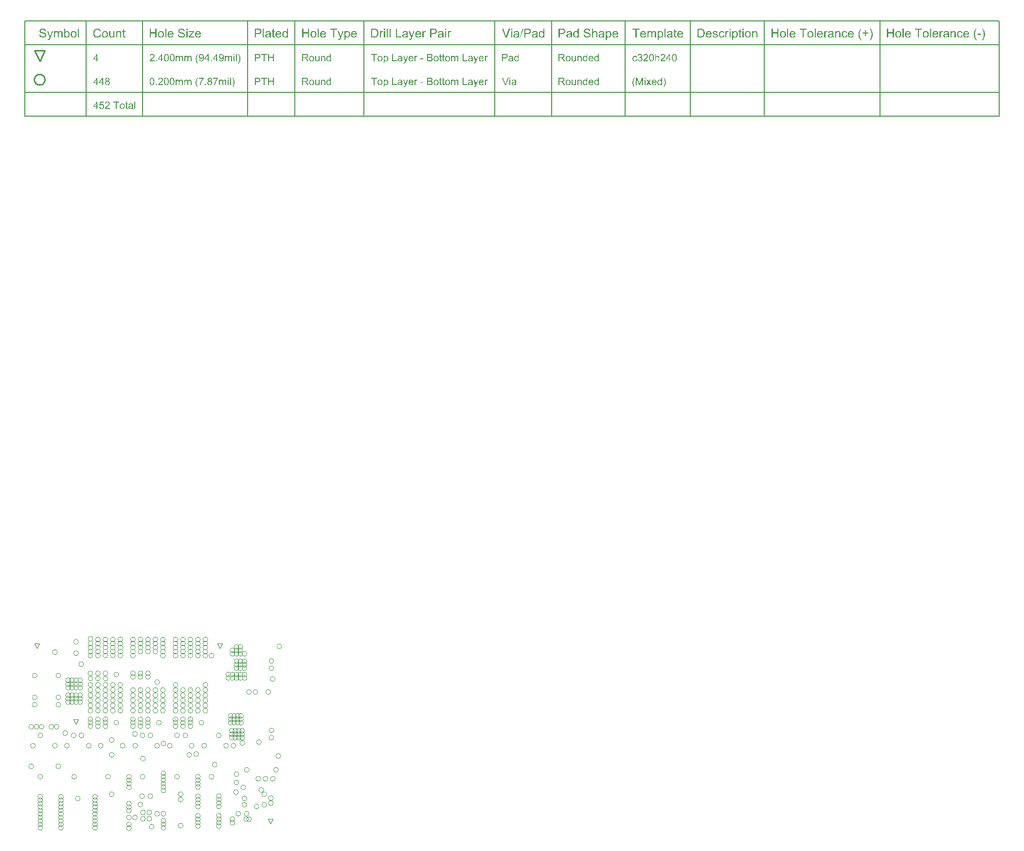
<source format=gbr>
%TF.GenerationSoftware,Altium Limited,Altium Designer,21.4.1 (30)*%
G04 Layer_Color=2752767*
%FSLAX26Y26*%
%MOIN*%
%TF.SameCoordinates,1A054405-282A-4FF3-8963-BB1B344CA64D*%
%TF.FilePolarity,Positive*%
%TF.FileFunction,Drawing*%
%TF.Part,Single*%
G01*
G75*
%TA.AperFunction,NonConductor*%
%ADD29C,0.010000*%
%ADD46C,0.007874*%
%ADD78C,0.003333*%
G36*
X6368231Y5508221D02*
X6369192Y5508133D01*
X6370328Y5507959D01*
X6371552Y5507696D01*
X6372863Y5507347D01*
X6374087Y5506822D01*
X6374261Y5506735D01*
X6374611Y5506560D01*
X6375223Y5506298D01*
X6375922Y5505861D01*
X6376796Y5505337D01*
X6377583Y5504637D01*
X6378369Y5503938D01*
X6379068Y5503064D01*
X6379156Y5502977D01*
X6379331Y5502627D01*
X6379593Y5502190D01*
X6380030Y5501578D01*
X6380379Y5500704D01*
X6380729Y5499830D01*
X6381166Y5498782D01*
X6381428Y5497645D01*
Y5497558D01*
X6381516Y5497208D01*
X6381603Y5496684D01*
X6381690Y5495985D01*
Y5494936D01*
X6381778Y5493712D01*
X6381865Y5492227D01*
Y5490391D01*
Y5463472D01*
X6374436D01*
Y5490042D01*
Y5490129D01*
Y5490216D01*
Y5490828D01*
Y5491615D01*
X6374349Y5492576D01*
X6374261Y5493712D01*
X6374087Y5494849D01*
X6373824Y5495897D01*
X6373562Y5496859D01*
Y5496946D01*
X6373387Y5497208D01*
X6373125Y5497645D01*
X6372863Y5498170D01*
X6372426Y5498694D01*
X6371901Y5499306D01*
X6371202Y5499918D01*
X6370416Y5500442D01*
X6370328Y5500530D01*
X6370066Y5500704D01*
X6369542Y5500879D01*
X6368930Y5501141D01*
X6368231Y5501404D01*
X6367357Y5501666D01*
X6366308Y5501753D01*
X6365259Y5501841D01*
X6364822D01*
X6364472Y5501753D01*
X6363599Y5501666D01*
X6362462Y5501491D01*
X6361239Y5501054D01*
X6359840Y5500530D01*
X6358442Y5499830D01*
X6357131Y5498782D01*
X6356956Y5498607D01*
X6356606Y5498170D01*
X6356344Y5497820D01*
X6356082Y5497383D01*
X6355733Y5496859D01*
X6355470Y5496247D01*
X6355121Y5495548D01*
X6354771Y5494674D01*
X6354509Y5493712D01*
X6354247Y5492664D01*
X6354072Y5491527D01*
X6353897Y5490304D01*
X6353722Y5488818D01*
Y5487332D01*
Y5463472D01*
X6346293D01*
Y5507347D01*
X6352936D01*
Y5501054D01*
X6353023Y5501141D01*
X6353198Y5501404D01*
X6353460Y5501753D01*
X6353810Y5502190D01*
X6354334Y5502715D01*
X6354946Y5503326D01*
X6355645Y5504026D01*
X6356519Y5504725D01*
X6357393Y5505337D01*
X6358442Y5506036D01*
X6359578Y5506648D01*
X6360802Y5507172D01*
X6362200Y5507609D01*
X6363599Y5507959D01*
X6365172Y5508221D01*
X6366832Y5508308D01*
X6367532D01*
X6368231Y5508221D01*
D02*
G37*
G36*
X6288609D02*
X6289571Y5508046D01*
X6290707Y5507696D01*
X6291931Y5507259D01*
X6293329Y5506648D01*
X6294815Y5505861D01*
X6292105Y5499044D01*
X6292018Y5499131D01*
X6291668Y5499306D01*
X6291144Y5499568D01*
X6290445Y5499830D01*
X6289658Y5500093D01*
X6288697Y5500355D01*
X6287735Y5500530D01*
X6286774Y5500617D01*
X6286337D01*
X6285900Y5500530D01*
X6285288Y5500442D01*
X6284676Y5500267D01*
X6283890Y5500005D01*
X6283103Y5499656D01*
X6282404Y5499131D01*
X6282316Y5499044D01*
X6282054Y5498869D01*
X6281792Y5498519D01*
X6281355Y5498082D01*
X6280918Y5497471D01*
X6280481Y5496771D01*
X6280044Y5495985D01*
X6279694Y5495023D01*
X6279607Y5494849D01*
X6279520Y5494324D01*
X6279345Y5493538D01*
X6279083Y5492489D01*
X6278820Y5491178D01*
X6278646Y5489692D01*
X6278558Y5488119D01*
X6278471Y5486371D01*
Y5463472D01*
X6271042D01*
Y5507347D01*
X6277772D01*
Y5500704D01*
X6277859Y5500792D01*
X6278209Y5501404D01*
X6278646Y5502190D01*
X6279345Y5503152D01*
X6280044Y5504113D01*
X6280831Y5505162D01*
X6281617Y5506036D01*
X6282404Y5506735D01*
X6282491Y5506822D01*
X6282753Y5506997D01*
X6283278Y5507259D01*
X6283802Y5507522D01*
X6284502Y5507784D01*
X6285376Y5508046D01*
X6286249Y5508221D01*
X6287211Y5508308D01*
X6287823D01*
X6288609Y5508221D01*
D02*
G37*
G36*
X5957888Y5463472D02*
X5949847D01*
Y5491964D01*
X5918558D01*
Y5463472D01*
X5910517D01*
Y5523953D01*
X5918558D01*
Y5499131D01*
X5949847D01*
Y5523953D01*
X5957888D01*
Y5463472D01*
D02*
G37*
G36*
X6412280Y5508221D02*
X6412805D01*
X6413504Y5508133D01*
X6415164Y5507871D01*
X6417000Y5507434D01*
X6418923Y5506735D01*
X6420846Y5505861D01*
X6422681Y5504637D01*
X6422768D01*
X6422856Y5504463D01*
X6423380Y5503938D01*
X6424167Y5503152D01*
X6425128Y5502015D01*
X6426090Y5500617D01*
X6427051Y5498869D01*
X6427925Y5496859D01*
X6428537Y5494499D01*
X6421283Y5493363D01*
Y5493450D01*
X6421195Y5493538D01*
X6421108Y5494062D01*
X6420846Y5494849D01*
X6420408Y5495810D01*
X6419971Y5496859D01*
X6419272Y5497995D01*
X6418486Y5499044D01*
X6417612Y5499918D01*
X6417524Y5500005D01*
X6417175Y5500267D01*
X6416563Y5500617D01*
X6415864Y5501054D01*
X6414902Y5501491D01*
X6413854Y5501841D01*
X6412630Y5502103D01*
X6411319Y5502190D01*
X6410794D01*
X6410358Y5502103D01*
X6409396Y5502015D01*
X6408085Y5501666D01*
X6406687Y5501229D01*
X6405114Y5500530D01*
X6403628Y5499481D01*
X6402928Y5498869D01*
X6402229Y5498170D01*
Y5498082D01*
X6402055Y5497995D01*
X6401880Y5497733D01*
X6401705Y5497383D01*
X6401443Y5496946D01*
X6401093Y5496422D01*
X6400831Y5495810D01*
X6400481Y5495111D01*
X6400132Y5494237D01*
X6399869Y5493275D01*
X6399520Y5492227D01*
X6399258Y5491090D01*
X6399083Y5489867D01*
X6398908Y5488468D01*
X6398733Y5486983D01*
Y5485409D01*
Y5485322D01*
Y5485060D01*
Y5484535D01*
X6398821Y5484011D01*
Y5483224D01*
X6398908Y5482438D01*
X6399170Y5480515D01*
X6399520Y5478417D01*
X6400132Y5476232D01*
X6400918Y5474310D01*
X6401443Y5473348D01*
X6402055Y5472562D01*
X6402229Y5472387D01*
X6402666Y5471950D01*
X6403453Y5471338D01*
X6404414Y5470639D01*
X6405725Y5469852D01*
X6407211Y5469240D01*
X6408959Y5468803D01*
X6409921Y5468716D01*
X6410882Y5468629D01*
X6411057D01*
X6411581Y5468716D01*
X6412455Y5468803D01*
X6413417Y5468978D01*
X6414553Y5469240D01*
X6415776Y5469765D01*
X6417000Y5470377D01*
X6418136Y5471251D01*
X6418311Y5471338D01*
X6418573Y5471775D01*
X6419097Y5472387D01*
X6419709Y5473348D01*
X6420321Y5474484D01*
X6421020Y5475883D01*
X6421545Y5477631D01*
X6421894Y5479554D01*
X6429236Y5478592D01*
Y5478505D01*
X6429149Y5478243D01*
X6429061Y5477893D01*
X6428974Y5477369D01*
X6428799Y5476669D01*
X6428624Y5475970D01*
X6428012Y5474222D01*
X6427226Y5472387D01*
X6426090Y5470377D01*
X6424691Y5468454D01*
X6423904Y5467580D01*
X6423030Y5466706D01*
X6422943Y5466618D01*
X6422768Y5466531D01*
X6422506Y5466356D01*
X6422157Y5466094D01*
X6421720Y5465744D01*
X6421108Y5465395D01*
X6420408Y5465045D01*
X6419709Y5464608D01*
X6417961Y5463822D01*
X6415864Y5463210D01*
X6413591Y5462685D01*
X6412280Y5462598D01*
X6410969Y5462511D01*
X6410095D01*
X6409484Y5462598D01*
X6408697Y5462685D01*
X6407823Y5462860D01*
X6406861Y5463035D01*
X6405813Y5463210D01*
X6403453Y5463909D01*
X6402317Y5464433D01*
X6401093Y5464958D01*
X6399869Y5465657D01*
X6398733Y5466444D01*
X6397597Y5467318D01*
X6396548Y5468366D01*
X6396461Y5468454D01*
X6396286Y5468629D01*
X6396024Y5468978D01*
X6395674Y5469415D01*
X6395325Y5470027D01*
X6394800Y5470814D01*
X6394363Y5471688D01*
X6393839Y5472649D01*
X6393315Y5473785D01*
X6392877Y5475096D01*
X6392353Y5476407D01*
X6392003Y5477980D01*
X6391654Y5479554D01*
X6391392Y5481389D01*
X6391217Y5483224D01*
X6391130Y5485235D01*
Y5485322D01*
Y5485584D01*
Y5485934D01*
Y5486458D01*
X6391217Y5487070D01*
Y5487769D01*
X6391304Y5488556D01*
X6391392Y5489430D01*
X6391654Y5491353D01*
X6392091Y5493450D01*
X6392615Y5495548D01*
X6393402Y5497645D01*
Y5497733D01*
X6393489Y5497908D01*
X6393664Y5498170D01*
X6393839Y5498519D01*
X6394363Y5499481D01*
X6395150Y5500617D01*
X6396199Y5501928D01*
X6397422Y5503239D01*
X6398908Y5504550D01*
X6400569Y5505599D01*
X6400656D01*
X6400831Y5505686D01*
X6401093Y5505861D01*
X6401443Y5506036D01*
X6401880Y5506211D01*
X6402404Y5506473D01*
X6403715Y5506997D01*
X6405201Y5507434D01*
X6407036Y5507871D01*
X6408959Y5508221D01*
X6411057Y5508308D01*
X6411756D01*
X6412280Y5508221D01*
D02*
G37*
G36*
X6554305Y5481651D02*
X6531319D01*
Y5489080D01*
X6554305D01*
Y5481651D01*
D02*
G37*
G36*
X6319724Y5508221D02*
X6321035Y5508133D01*
X6322520Y5507959D01*
X6324006Y5507696D01*
X6325492Y5507347D01*
X6326891Y5506910D01*
X6327065Y5506822D01*
X6327502Y5506648D01*
X6328114Y5506385D01*
X6328901Y5506036D01*
X6329775Y5505511D01*
X6330649Y5504987D01*
X6331435Y5504288D01*
X6332135Y5503589D01*
X6332222Y5503501D01*
X6332397Y5503239D01*
X6332659Y5502802D01*
X6333008Y5502278D01*
X6333445Y5501491D01*
X6333795Y5500704D01*
X6334145Y5499743D01*
X6334407Y5498607D01*
Y5498519D01*
X6334494Y5498257D01*
X6334582Y5497733D01*
X6334669Y5497034D01*
Y5496072D01*
X6334757Y5494936D01*
X6334844Y5493450D01*
Y5491790D01*
Y5481826D01*
Y5481739D01*
Y5481389D01*
Y5480865D01*
Y5480165D01*
Y5479379D01*
Y5478417D01*
X6334931Y5476320D01*
Y5474135D01*
X6335019Y5471950D01*
X6335106Y5470988D01*
Y5470114D01*
X6335194Y5469328D01*
X6335281Y5468716D01*
Y5468629D01*
X6335368Y5468279D01*
X6335456Y5467755D01*
X6335718Y5467055D01*
X6335893Y5466269D01*
X6336242Y5465395D01*
X6336679Y5464433D01*
X6337116Y5463472D01*
X6329338D01*
X6329250Y5463559D01*
X6329163Y5463909D01*
X6328988Y5464346D01*
X6328726Y5465045D01*
X6328464Y5465832D01*
X6328289Y5466793D01*
X6328114Y5467842D01*
X6327939Y5468978D01*
X6327852D01*
X6327765Y5468803D01*
X6327240Y5468366D01*
X6326453Y5467755D01*
X6325405Y5466968D01*
X6324094Y5466181D01*
X6322783Y5465307D01*
X6321384Y5464521D01*
X6319899Y5463909D01*
X6319724Y5463822D01*
X6319199Y5463734D01*
X6318413Y5463472D01*
X6317451Y5463210D01*
X6316228Y5462948D01*
X6314829Y5462773D01*
X6313256Y5462598D01*
X6311683Y5462511D01*
X6310984D01*
X6310459Y5462598D01*
X6309847D01*
X6309148Y5462685D01*
X6307575Y5462948D01*
X6305827Y5463385D01*
X6303904Y5463996D01*
X6302156Y5464870D01*
X6300583Y5466007D01*
X6300408Y5466181D01*
X6299971Y5466618D01*
X6299359Y5467405D01*
X6298660Y5468454D01*
X6297961Y5469765D01*
X6297349Y5471251D01*
X6296912Y5473086D01*
X6296825Y5473960D01*
X6296738Y5475009D01*
Y5475184D01*
Y5475533D01*
X6296825Y5476145D01*
X6296912Y5476932D01*
X6297087Y5477893D01*
X6297349Y5478854D01*
X6297699Y5479903D01*
X6298136Y5480865D01*
X6298223Y5480952D01*
X6298398Y5481302D01*
X6298748Y5481826D01*
X6299185Y5482438D01*
X6299709Y5483137D01*
X6300408Y5483836D01*
X6301108Y5484535D01*
X6301981Y5485147D01*
X6302069Y5485235D01*
X6302418Y5485409D01*
X6302855Y5485759D01*
X6303555Y5486109D01*
X6304341Y5486458D01*
X6305303Y5486895D01*
X6306264Y5487245D01*
X6307400Y5487594D01*
X6307488D01*
X6307837Y5487682D01*
X6308362Y5487857D01*
X6309061Y5487944D01*
X6309935Y5488119D01*
X6311071Y5488294D01*
X6312382Y5488556D01*
X6313955Y5488731D01*
X6314043D01*
X6314392Y5488818D01*
X6314829D01*
X6315441Y5488905D01*
X6316140Y5488993D01*
X6317014Y5489168D01*
X6317976Y5489255D01*
X6319025Y5489430D01*
X6321122Y5489867D01*
X6323395Y5490304D01*
X6325405Y5490828D01*
X6326366Y5491090D01*
X6327240Y5491353D01*
Y5491440D01*
Y5491615D01*
X6327328Y5492139D01*
Y5492751D01*
Y5493101D01*
Y5493275D01*
Y5493363D01*
Y5493450D01*
Y5493975D01*
X6327240Y5494849D01*
X6327065Y5495810D01*
X6326803Y5496859D01*
X6326366Y5497908D01*
X6325842Y5498869D01*
X6325142Y5499656D01*
X6325055Y5499743D01*
X6324618Y5500093D01*
X6323919Y5500442D01*
X6323045Y5500967D01*
X6321821Y5501404D01*
X6320423Y5501841D01*
X6318675Y5502103D01*
X6316665Y5502190D01*
X6315791D01*
X6314917Y5502103D01*
X6313693Y5501928D01*
X6312470Y5501753D01*
X6311158Y5501404D01*
X6309935Y5500967D01*
X6308886Y5500355D01*
X6308799Y5500267D01*
X6308449Y5500005D01*
X6308012Y5499568D01*
X6307488Y5498869D01*
X6306963Y5497995D01*
X6306351Y5496859D01*
X6305827Y5495460D01*
X6305303Y5493887D01*
X6298048Y5494849D01*
Y5494936D01*
X6298136Y5495023D01*
Y5495286D01*
X6298223Y5495635D01*
X6298485Y5496422D01*
X6298835Y5497558D01*
X6299272Y5498694D01*
X6299797Y5499918D01*
X6300496Y5501141D01*
X6301282Y5502278D01*
X6301370Y5502365D01*
X6301719Y5502715D01*
X6302244Y5503239D01*
X6302943Y5503938D01*
X6303904Y5504637D01*
X6305041Y5505337D01*
X6306351Y5506123D01*
X6307837Y5506735D01*
X6307925D01*
X6308012Y5506822D01*
X6308274Y5506910D01*
X6308624Y5506997D01*
X6309498Y5507259D01*
X6310721Y5507522D01*
X6312120Y5507784D01*
X6313868Y5508046D01*
X6315703Y5508221D01*
X6317801Y5508308D01*
X6318762D01*
X6319724Y5508221D01*
D02*
G37*
G36*
X6212571Y5463472D02*
X6205142D01*
Y5523953D01*
X6212571D01*
Y5463472D01*
D02*
G37*
G36*
X6150954Y5516786D02*
X6131027D01*
Y5463472D01*
X6122986D01*
Y5516786D01*
X6103059D01*
Y5523953D01*
X6150954D01*
Y5516786D01*
D02*
G37*
G36*
X6024574Y5463472D02*
X6017145D01*
Y5523953D01*
X6024574D01*
Y5463472D01*
D02*
G37*
G36*
X6455019Y5508221D02*
X6455718Y5508133D01*
X6456592Y5507959D01*
X6457553Y5507784D01*
X6458690Y5507522D01*
X6459739Y5507259D01*
X6460962Y5506822D01*
X6462098Y5506385D01*
X6463322Y5505774D01*
X6464546Y5505074D01*
X6465769Y5504288D01*
X6466905Y5503326D01*
X6467954Y5502278D01*
X6468042Y5502190D01*
X6468216Y5502015D01*
X6468479Y5501666D01*
X6468828Y5501141D01*
X6469265Y5500530D01*
X6469702Y5499830D01*
X6470226Y5498956D01*
X6470751Y5497908D01*
X6471275Y5496771D01*
X6471800Y5495548D01*
X6472237Y5494149D01*
X6472674Y5492664D01*
X6473023Y5491003D01*
X6473285Y5489255D01*
X6473460Y5487420D01*
X6473548Y5485409D01*
Y5485322D01*
Y5484972D01*
Y5484361D01*
X6473460Y5483487D01*
X6440685D01*
Y5483399D01*
Y5483137D01*
X6440773Y5482787D01*
Y5482263D01*
X6440860Y5481651D01*
X6441035Y5480952D01*
X6441297Y5479379D01*
X6441822Y5477631D01*
X6442521Y5475708D01*
X6443482Y5473960D01*
X6444706Y5472387D01*
X6444793D01*
X6444881Y5472212D01*
X6445405Y5471775D01*
X6446191Y5471163D01*
X6447240Y5470551D01*
X6448639Y5469852D01*
X6450212Y5469240D01*
X6451960Y5468803D01*
X6452921Y5468716D01*
X6453970Y5468629D01*
X6454669D01*
X6455456Y5468716D01*
X6456417Y5468891D01*
X6457466Y5469153D01*
X6458690Y5469503D01*
X6459826Y5470027D01*
X6460962Y5470726D01*
X6461050Y5470814D01*
X6461486Y5471163D01*
X6462011Y5471688D01*
X6462623Y5472387D01*
X6463322Y5473348D01*
X6464109Y5474572D01*
X6464895Y5475970D01*
X6465594Y5477631D01*
X6473285Y5476669D01*
Y5476582D01*
X6473198Y5476407D01*
X6473111Y5476058D01*
X6472936Y5475533D01*
X6472674Y5475009D01*
X6472412Y5474310D01*
X6471712Y5472824D01*
X6470838Y5471163D01*
X6469615Y5469415D01*
X6468216Y5467755D01*
X6466468Y5466181D01*
X6466381D01*
X6466206Y5466007D01*
X6465944Y5465832D01*
X6465594Y5465570D01*
X6465070Y5465307D01*
X6464546Y5465045D01*
X6463846Y5464696D01*
X6463060Y5464346D01*
X6462186Y5463996D01*
X6461312Y5463647D01*
X6459127Y5463122D01*
X6456680Y5462685D01*
X6453970Y5462511D01*
X6453009D01*
X6452397Y5462598D01*
X6451610Y5462685D01*
X6450649Y5462860D01*
X6449600Y5463035D01*
X6448464Y5463210D01*
X6446017Y5463909D01*
X6444706Y5464433D01*
X6443482Y5464958D01*
X6442171Y5465657D01*
X6440948Y5466444D01*
X6439811Y5467318D01*
X6438675Y5468366D01*
X6438588Y5468454D01*
X6438413Y5468629D01*
X6438151Y5468978D01*
X6437801Y5469503D01*
X6437364Y5470114D01*
X6436927Y5470814D01*
X6436403Y5471688D01*
X6435878Y5472649D01*
X6435354Y5473785D01*
X6434829Y5475009D01*
X6434392Y5476407D01*
X6433956Y5477893D01*
X6433606Y5479466D01*
X6433344Y5481214D01*
X6433169Y5483050D01*
X6433082Y5484972D01*
Y5485060D01*
Y5485497D01*
Y5486021D01*
X6433169Y5486808D01*
X6433256Y5487769D01*
X6433344Y5488818D01*
X6433519Y5490042D01*
X6433781Y5491265D01*
X6434480Y5494062D01*
X6434917Y5495460D01*
X6435441Y5496946D01*
X6436141Y5498345D01*
X6436927Y5499656D01*
X6437801Y5500967D01*
X6438762Y5502190D01*
X6438850Y5502278D01*
X6439025Y5502452D01*
X6439374Y5502715D01*
X6439811Y5503152D01*
X6440336Y5503589D01*
X6441035Y5504113D01*
X6441822Y5504725D01*
X6442783Y5505249D01*
X6443744Y5505861D01*
X6444881Y5506385D01*
X6446104Y5506910D01*
X6447415Y5507347D01*
X6448814Y5507784D01*
X6450299Y5508046D01*
X6451873Y5508221D01*
X6453533Y5508308D01*
X6454407D01*
X6455019Y5508221D01*
D02*
G37*
G36*
X6243511D02*
X6244210Y5508133D01*
X6245084Y5507959D01*
X6246046Y5507784D01*
X6247182Y5507522D01*
X6248230Y5507259D01*
X6249454Y5506822D01*
X6250590Y5506385D01*
X6251814Y5505774D01*
X6253038Y5505074D01*
X6254261Y5504288D01*
X6255397Y5503326D01*
X6256446Y5502278D01*
X6256533Y5502190D01*
X6256708Y5502015D01*
X6256971Y5501666D01*
X6257320Y5501141D01*
X6257757Y5500530D01*
X6258194Y5499830D01*
X6258718Y5498956D01*
X6259243Y5497908D01*
X6259767Y5496771D01*
X6260292Y5495548D01*
X6260729Y5494149D01*
X6261166Y5492664D01*
X6261515Y5491003D01*
X6261778Y5489255D01*
X6261952Y5487420D01*
X6262040Y5485409D01*
Y5485322D01*
Y5484972D01*
Y5484361D01*
X6261952Y5483487D01*
X6229177D01*
Y5483399D01*
Y5483137D01*
X6229265Y5482787D01*
Y5482263D01*
X6229352Y5481651D01*
X6229527Y5480952D01*
X6229789Y5479379D01*
X6230314Y5477631D01*
X6231013Y5475708D01*
X6231974Y5473960D01*
X6233198Y5472387D01*
X6233285D01*
X6233373Y5472212D01*
X6233897Y5471775D01*
X6234684Y5471163D01*
X6235732Y5470551D01*
X6237131Y5469852D01*
X6238704Y5469240D01*
X6240452Y5468803D01*
X6241413Y5468716D01*
X6242462Y5468629D01*
X6243161D01*
X6243948Y5468716D01*
X6244909Y5468891D01*
X6245958Y5469153D01*
X6247182Y5469503D01*
X6248318Y5470027D01*
X6249454Y5470726D01*
X6249542Y5470814D01*
X6249979Y5471163D01*
X6250503Y5471688D01*
X6251115Y5472387D01*
X6251814Y5473348D01*
X6252600Y5474572D01*
X6253387Y5475970D01*
X6254086Y5477631D01*
X6261778Y5476669D01*
Y5476582D01*
X6261690Y5476407D01*
X6261603Y5476058D01*
X6261428Y5475533D01*
X6261166Y5475009D01*
X6260904Y5474310D01*
X6260204Y5472824D01*
X6259330Y5471163D01*
X6258107Y5469415D01*
X6256708Y5467755D01*
X6254960Y5466181D01*
X6254873D01*
X6254698Y5466007D01*
X6254436Y5465832D01*
X6254086Y5465570D01*
X6253562Y5465307D01*
X6253038Y5465045D01*
X6252338Y5464696D01*
X6251552Y5464346D01*
X6250678Y5463996D01*
X6249804Y5463647D01*
X6247619Y5463122D01*
X6245172Y5462685D01*
X6242462Y5462511D01*
X6241501D01*
X6240889Y5462598D01*
X6240102Y5462685D01*
X6239141Y5462860D01*
X6238092Y5463035D01*
X6236956Y5463210D01*
X6234509Y5463909D01*
X6233198Y5464433D01*
X6231974Y5464958D01*
X6230663Y5465657D01*
X6229440Y5466444D01*
X6228303Y5467318D01*
X6227167Y5468366D01*
X6227080Y5468454D01*
X6226905Y5468629D01*
X6226643Y5468978D01*
X6226293Y5469503D01*
X6225856Y5470114D01*
X6225419Y5470814D01*
X6224895Y5471688D01*
X6224370Y5472649D01*
X6223846Y5473785D01*
X6223322Y5475009D01*
X6222885Y5476407D01*
X6222448Y5477893D01*
X6222098Y5479466D01*
X6221836Y5481214D01*
X6221661Y5483050D01*
X6221574Y5484972D01*
Y5485060D01*
Y5485497D01*
Y5486021D01*
X6221661Y5486808D01*
X6221748Y5487769D01*
X6221836Y5488818D01*
X6222011Y5490042D01*
X6222273Y5491265D01*
X6222972Y5494062D01*
X6223409Y5495460D01*
X6223933Y5496946D01*
X6224632Y5498345D01*
X6225419Y5499656D01*
X6226293Y5500967D01*
X6227255Y5502190D01*
X6227342Y5502278D01*
X6227517Y5502452D01*
X6227866Y5502715D01*
X6228303Y5503152D01*
X6228828Y5503589D01*
X6229527Y5504113D01*
X6230314Y5504725D01*
X6231275Y5505249D01*
X6232236Y5505861D01*
X6233373Y5506385D01*
X6234596Y5506910D01*
X6235907Y5507347D01*
X6237306Y5507784D01*
X6238791Y5508046D01*
X6240364Y5508221D01*
X6242025Y5508308D01*
X6242899D01*
X6243511Y5508221D01*
D02*
G37*
G36*
X6177524D02*
X6178310Y5508133D01*
X6179185Y5507959D01*
X6180146Y5507784D01*
X6181282Y5507609D01*
X6183642Y5506822D01*
X6184865Y5506385D01*
X6186089Y5505774D01*
X6187313Y5505162D01*
X6188536Y5504288D01*
X6189672Y5503414D01*
X6190809Y5502365D01*
X6190896Y5502278D01*
X6191071Y5502103D01*
X6191333Y5501753D01*
X6191683Y5501316D01*
X6192120Y5500704D01*
X6192644Y5499918D01*
X6193168Y5499044D01*
X6193693Y5498082D01*
X6194217Y5497034D01*
X6194742Y5495723D01*
X6195266Y5494412D01*
X6195703Y5492926D01*
X6196053Y5491353D01*
X6196315Y5489692D01*
X6196490Y5487944D01*
X6196577Y5486021D01*
Y5485934D01*
Y5485672D01*
Y5485235D01*
Y5484623D01*
X6196490Y5483924D01*
X6196402Y5483050D01*
Y5482176D01*
X6196227Y5481214D01*
X6195965Y5479029D01*
X6195441Y5476844D01*
X6194829Y5474659D01*
X6193955Y5472649D01*
Y5472562D01*
X6193868Y5472474D01*
X6193693Y5472212D01*
X6193518Y5471862D01*
X6192906Y5470988D01*
X6192120Y5469940D01*
X6191071Y5468716D01*
X6189760Y5467492D01*
X6188274Y5466269D01*
X6186526Y5465133D01*
X6186439D01*
X6186351Y5465045D01*
X6186089Y5464870D01*
X6185652Y5464696D01*
X6185215Y5464521D01*
X6184691Y5464346D01*
X6183380Y5463822D01*
X6181894Y5463385D01*
X6180059Y5462948D01*
X6178136Y5462598D01*
X6176038Y5462511D01*
X6175164D01*
X6174465Y5462598D01*
X6173678Y5462685D01*
X6172804Y5462860D01*
X6171756Y5463035D01*
X6170707Y5463210D01*
X6168347Y5463909D01*
X6167036Y5464433D01*
X6165812Y5464958D01*
X6164589Y5465657D01*
X6163365Y5466444D01*
X6162229Y5467318D01*
X6161093Y5468366D01*
X6161005Y5468454D01*
X6160831Y5468629D01*
X6160568Y5468978D01*
X6160219Y5469503D01*
X6159782Y5470114D01*
X6159345Y5470814D01*
X6158820Y5471688D01*
X6158296Y5472736D01*
X6157771Y5473873D01*
X6157247Y5475184D01*
X6156810Y5476582D01*
X6156373Y5478068D01*
X6156024Y5479728D01*
X6155761Y5481476D01*
X6155587Y5483399D01*
X6155499Y5485409D01*
Y5485584D01*
Y5485934D01*
X6155587Y5486546D01*
Y5487420D01*
X6155674Y5488381D01*
X6155849Y5489605D01*
X6156024Y5490828D01*
X6156373Y5492227D01*
X6156723Y5493625D01*
X6157160Y5495111D01*
X6157684Y5496684D01*
X6158383Y5498170D01*
X6159083Y5499568D01*
X6160044Y5500967D01*
X6161005Y5502278D01*
X6162229Y5503414D01*
X6162316Y5503501D01*
X6162491Y5503589D01*
X6162841Y5503851D01*
X6163278Y5504200D01*
X6163802Y5504550D01*
X6164501Y5504987D01*
X6165200Y5505424D01*
X6166074Y5505861D01*
X6167036Y5506298D01*
X6168085Y5506735D01*
X6170444Y5507522D01*
X6173154Y5508133D01*
X6174552Y5508221D01*
X6176038Y5508308D01*
X6176912D01*
X6177524Y5508221D01*
D02*
G37*
G36*
X6055514D02*
X6056213Y5508133D01*
X6057087Y5507959D01*
X6058048Y5507784D01*
X6059184Y5507522D01*
X6060233Y5507259D01*
X6061457Y5506822D01*
X6062593Y5506385D01*
X6063816Y5505774D01*
X6065040Y5505074D01*
X6066264Y5504288D01*
X6067400Y5503326D01*
X6068449Y5502278D01*
X6068536Y5502190D01*
X6068711Y5502015D01*
X6068973Y5501666D01*
X6069323Y5501141D01*
X6069760Y5500530D01*
X6070197Y5499830D01*
X6070721Y5498956D01*
X6071245Y5497908D01*
X6071770Y5496771D01*
X6072294Y5495548D01*
X6072731Y5494149D01*
X6073168Y5492664D01*
X6073518Y5491003D01*
X6073780Y5489255D01*
X6073955Y5487420D01*
X6074042Y5485409D01*
Y5485322D01*
Y5484972D01*
Y5484361D01*
X6073955Y5483487D01*
X6041180D01*
Y5483399D01*
Y5483137D01*
X6041267Y5482787D01*
Y5482263D01*
X6041355Y5481651D01*
X6041529Y5480952D01*
X6041792Y5479379D01*
X6042316Y5477631D01*
X6043015Y5475708D01*
X6043977Y5473960D01*
X6045200Y5472387D01*
X6045288D01*
X6045375Y5472212D01*
X6045900Y5471775D01*
X6046686Y5471163D01*
X6047735Y5470551D01*
X6049133Y5469852D01*
X6050707Y5469240D01*
X6052454Y5468803D01*
X6053416Y5468716D01*
X6054465Y5468629D01*
X6055164D01*
X6055950Y5468716D01*
X6056912Y5468891D01*
X6057961Y5469153D01*
X6059184Y5469503D01*
X6060320Y5470027D01*
X6061457Y5470726D01*
X6061544Y5470814D01*
X6061981Y5471163D01*
X6062506Y5471688D01*
X6063117Y5472387D01*
X6063816Y5473348D01*
X6064603Y5474572D01*
X6065390Y5475970D01*
X6066089Y5477631D01*
X6073780Y5476669D01*
Y5476582D01*
X6073693Y5476407D01*
X6073605Y5476058D01*
X6073431Y5475533D01*
X6073168Y5475009D01*
X6072906Y5474310D01*
X6072207Y5472824D01*
X6071333Y5471163D01*
X6070109Y5469415D01*
X6068711Y5467755D01*
X6066963Y5466181D01*
X6066876D01*
X6066701Y5466007D01*
X6066439Y5465832D01*
X6066089Y5465570D01*
X6065565Y5465307D01*
X6065040Y5465045D01*
X6064341Y5464696D01*
X6063554Y5464346D01*
X6062680Y5463996D01*
X6061806Y5463647D01*
X6059621Y5463122D01*
X6057174Y5462685D01*
X6054465Y5462511D01*
X6053503D01*
X6052891Y5462598D01*
X6052105Y5462685D01*
X6051144Y5462860D01*
X6050095Y5463035D01*
X6048958Y5463210D01*
X6046511Y5463909D01*
X6045200Y5464433D01*
X6043977Y5464958D01*
X6042666Y5465657D01*
X6041442Y5466444D01*
X6040306Y5467318D01*
X6039170Y5468366D01*
X6039082Y5468454D01*
X6038908Y5468629D01*
X6038645Y5468978D01*
X6038296Y5469503D01*
X6037859Y5470114D01*
X6037422Y5470814D01*
X6036897Y5471688D01*
X6036373Y5472649D01*
X6035849Y5473785D01*
X6035324Y5475009D01*
X6034887Y5476407D01*
X6034450Y5477893D01*
X6034100Y5479466D01*
X6033838Y5481214D01*
X6033663Y5483050D01*
X6033576Y5484972D01*
Y5485060D01*
Y5485497D01*
Y5486021D01*
X6033663Y5486808D01*
X6033751Y5487769D01*
X6033838Y5488818D01*
X6034013Y5490042D01*
X6034275Y5491265D01*
X6034975Y5494062D01*
X6035412Y5495460D01*
X6035936Y5496946D01*
X6036635Y5498345D01*
X6037422Y5499656D01*
X6038296Y5500967D01*
X6039257Y5502190D01*
X6039345Y5502278D01*
X6039519Y5502452D01*
X6039869Y5502715D01*
X6040306Y5503152D01*
X6040830Y5503589D01*
X6041529Y5504113D01*
X6042316Y5504725D01*
X6043278Y5505249D01*
X6044239Y5505861D01*
X6045375Y5506385D01*
X6046599Y5506910D01*
X6047910Y5507347D01*
X6049308Y5507784D01*
X6050794Y5508046D01*
X6052367Y5508221D01*
X6054028Y5508308D01*
X6054902D01*
X6055514Y5508221D01*
D02*
G37*
G36*
X5989526D02*
X5990313Y5508133D01*
X5991187Y5507959D01*
X5992149Y5507784D01*
X5993285Y5507609D01*
X5995645Y5506822D01*
X5996868Y5506385D01*
X5998092Y5505774D01*
X5999315Y5505162D01*
X6000539Y5504288D01*
X6001675Y5503414D01*
X6002811Y5502365D01*
X6002899Y5502278D01*
X6003074Y5502103D01*
X6003336Y5501753D01*
X6003685Y5501316D01*
X6004122Y5500704D01*
X6004647Y5499918D01*
X6005171Y5499044D01*
X6005695Y5498082D01*
X6006220Y5497034D01*
X6006744Y5495723D01*
X6007269Y5494412D01*
X6007706Y5492926D01*
X6008055Y5491353D01*
X6008318Y5489692D01*
X6008492Y5487944D01*
X6008580Y5486021D01*
Y5485934D01*
Y5485672D01*
Y5485235D01*
Y5484623D01*
X6008492Y5483924D01*
X6008405Y5483050D01*
Y5482176D01*
X6008230Y5481214D01*
X6007968Y5479029D01*
X6007444Y5476844D01*
X6006832Y5474659D01*
X6005958Y5472649D01*
Y5472562D01*
X6005870Y5472474D01*
X6005695Y5472212D01*
X6005521Y5471862D01*
X6004909Y5470988D01*
X6004122Y5469940D01*
X6003074Y5468716D01*
X6001762Y5467492D01*
X6000277Y5466269D01*
X5998529Y5465133D01*
X5998441D01*
X5998354Y5465045D01*
X5998092Y5464870D01*
X5997655Y5464696D01*
X5997218Y5464521D01*
X5996693Y5464346D01*
X5995382Y5463822D01*
X5993896Y5463385D01*
X5992061Y5462948D01*
X5990138Y5462598D01*
X5988041Y5462511D01*
X5987167D01*
X5986467Y5462598D01*
X5985681Y5462685D01*
X5984807Y5462860D01*
X5983758Y5463035D01*
X5982709Y5463210D01*
X5980350Y5463909D01*
X5979038Y5464433D01*
X5977815Y5464958D01*
X5976591Y5465657D01*
X5975368Y5466444D01*
X5974231Y5467318D01*
X5973095Y5468366D01*
X5973008Y5468454D01*
X5972833Y5468629D01*
X5972571Y5468978D01*
X5972221Y5469503D01*
X5971784Y5470114D01*
X5971347Y5470814D01*
X5970823Y5471688D01*
X5970298Y5472736D01*
X5969774Y5473873D01*
X5969250Y5475184D01*
X5968813Y5476582D01*
X5968376Y5478068D01*
X5968026Y5479728D01*
X5967764Y5481476D01*
X5967589Y5483399D01*
X5967502Y5485409D01*
Y5485584D01*
Y5485934D01*
X5967589Y5486546D01*
Y5487420D01*
X5967676Y5488381D01*
X5967851Y5489605D01*
X5968026Y5490828D01*
X5968376Y5492227D01*
X5968725Y5493625D01*
X5969162Y5495111D01*
X5969687Y5496684D01*
X5970386Y5498170D01*
X5971085Y5499568D01*
X5972047Y5500967D01*
X5973008Y5502278D01*
X5974231Y5503414D01*
X5974319Y5503501D01*
X5974494Y5503589D01*
X5974843Y5503851D01*
X5975280Y5504200D01*
X5975805Y5504550D01*
X5976504Y5504987D01*
X5977203Y5505424D01*
X5978077Y5505861D01*
X5979038Y5506298D01*
X5980087Y5506735D01*
X5982447Y5507522D01*
X5985157Y5508133D01*
X5986555Y5508221D01*
X5988041Y5508308D01*
X5988915D01*
X5989526Y5508221D01*
D02*
G37*
G36*
X6567415Y5524914D02*
X6567677Y5524565D01*
X6568027Y5523953D01*
X6568551Y5523254D01*
X6569251Y5522292D01*
X6569950Y5521156D01*
X6570736Y5519932D01*
X6571610Y5518534D01*
X6572572Y5516961D01*
X6573446Y5515300D01*
X6574407Y5513640D01*
X6575369Y5511804D01*
X6577117Y5508046D01*
X6577991Y5506036D01*
X6578690Y5504113D01*
Y5504026D01*
X6578865Y5503676D01*
X6578952Y5503239D01*
X6579214Y5502540D01*
X6579476Y5501753D01*
X6579739Y5500792D01*
X6580001Y5499656D01*
X6580350Y5498432D01*
X6580613Y5497034D01*
X6580875Y5495548D01*
X6581137Y5494062D01*
X6581399Y5492401D01*
X6581749Y5488905D01*
X6581924Y5485322D01*
Y5485235D01*
Y5484798D01*
Y5484186D01*
X6581836Y5483399D01*
Y5482438D01*
X6581662Y5481214D01*
X6581574Y5479903D01*
X6581399Y5478417D01*
X6581137Y5476844D01*
X6580875Y5475096D01*
X6580088Y5471513D01*
X6579651Y5469590D01*
X6579039Y5467667D01*
X6578428Y5465657D01*
X6577641Y5463734D01*
X6577554Y5463647D01*
X6577466Y5463297D01*
X6577204Y5462773D01*
X6576855Y5461986D01*
X6576505Y5461112D01*
X6575980Y5460063D01*
X6575369Y5458927D01*
X6574757Y5457616D01*
X6574058Y5456218D01*
X6573271Y5454819D01*
X6571523Y5451760D01*
X6569513Y5448614D01*
X6567328Y5445642D01*
X6561997D01*
Y5445730D01*
X6562171Y5445905D01*
X6562346Y5446167D01*
X6562521Y5446516D01*
X6562783Y5447041D01*
X6563133Y5447565D01*
X6563482Y5448264D01*
X6563919Y5449051D01*
X6564881Y5450799D01*
X6565930Y5452984D01*
X6566978Y5455344D01*
X6568202Y5458053D01*
X6569338Y5460937D01*
X6570387Y5463996D01*
X6571436Y5467318D01*
X6572397Y5470726D01*
X6573184Y5474222D01*
X6573796Y5477893D01*
X6574145Y5481564D01*
X6574320Y5485322D01*
Y5485409D01*
Y5485672D01*
Y5486109D01*
Y5486633D01*
X6574233Y5487332D01*
Y5488206D01*
X6574145Y5489080D01*
X6574058Y5490129D01*
X6573970Y5491265D01*
X6573883Y5492489D01*
X6573533Y5495023D01*
X6573096Y5497820D01*
X6572484Y5500704D01*
Y5500792D01*
X6572397Y5500967D01*
X6572310Y5501316D01*
X6572222Y5501753D01*
X6572047Y5502278D01*
X6571873Y5502977D01*
X6571436Y5504550D01*
X6570911Y5506298D01*
X6570212Y5508308D01*
X6569426Y5510493D01*
X6568551Y5512591D01*
Y5512678D01*
X6568464Y5512766D01*
X6568377Y5513028D01*
X6568202Y5513290D01*
X6568027Y5513727D01*
X6567765Y5514251D01*
X6567503Y5514776D01*
X6567153Y5515562D01*
X6566716Y5516349D01*
X6566279Y5517223D01*
X6565755Y5518272D01*
X6565143Y5519408D01*
X6564444Y5520632D01*
X6563744Y5521943D01*
X6562870Y5523428D01*
X6561997Y5525002D01*
X6567328D01*
X6567415Y5524914D01*
D02*
G37*
G36*
X6525551D02*
X6525463Y5524652D01*
X6525201Y5524215D01*
X6524851Y5523603D01*
X6524414Y5522904D01*
X6523977Y5522030D01*
X6522929Y5520195D01*
X6521792Y5518184D01*
X6520744Y5516174D01*
X6519695Y5514251D01*
X6519345Y5513465D01*
X6518996Y5512678D01*
Y5512591D01*
X6518908Y5512416D01*
X6518734Y5512154D01*
X6518559Y5511717D01*
X6518384Y5511192D01*
X6518122Y5510581D01*
X6517859Y5509881D01*
X6517597Y5509095D01*
X6516898Y5507259D01*
X6516286Y5505249D01*
X6515675Y5503064D01*
X6515063Y5500792D01*
Y5500704D01*
X6514975Y5500442D01*
X6514888Y5500005D01*
X6514801Y5499481D01*
X6514626Y5498782D01*
X6514538Y5497908D01*
X6514364Y5497034D01*
X6514189Y5495985D01*
X6514014Y5494849D01*
X6513839Y5493625D01*
X6513577Y5491003D01*
X6513402Y5488206D01*
X6513315Y5485322D01*
Y5485235D01*
Y5485060D01*
Y5484798D01*
Y5484448D01*
X6513402Y5483924D01*
Y5483399D01*
X6513489Y5482700D01*
Y5481913D01*
X6513664Y5480078D01*
X6513926Y5477980D01*
X6514364Y5475533D01*
X6514888Y5472911D01*
X6515500Y5470027D01*
X6516286Y5466881D01*
X6517335Y5463559D01*
X6518559Y5460151D01*
X6519957Y5456655D01*
X6521530Y5452984D01*
X6523453Y5449313D01*
X6525638Y5445642D01*
X6520307D01*
X6520219Y5445730D01*
X6520044Y5445992D01*
X6519695Y5446429D01*
X6519258Y5447041D01*
X6518734Y5447740D01*
X6518122Y5448614D01*
X6517422Y5449663D01*
X6516723Y5450799D01*
X6515849Y5452110D01*
X6515063Y5453508D01*
X6514189Y5454994D01*
X6513315Y5456567D01*
X6512441Y5458228D01*
X6511567Y5459976D01*
X6509906Y5463734D01*
X6509819Y5463822D01*
X6509731Y5464171D01*
X6509556Y5464783D01*
X6509294Y5465570D01*
X6508945Y5466531D01*
X6508595Y5467580D01*
X6508245Y5468891D01*
X6507809Y5470377D01*
X6507459Y5471862D01*
X6507022Y5473610D01*
X6506672Y5475358D01*
X6506410Y5477194D01*
X6505886Y5481214D01*
X6505798Y5483224D01*
X6505711Y5485322D01*
Y5485409D01*
Y5485759D01*
Y5486283D01*
X6505798Y5486983D01*
Y5487857D01*
X6505886Y5488905D01*
X6505973Y5490042D01*
X6506148Y5491353D01*
X6506235Y5492751D01*
X6506498Y5494237D01*
X6507022Y5497383D01*
X6507809Y5500704D01*
X6508857Y5504113D01*
X6508945Y5504200D01*
X6509032Y5504550D01*
X6509207Y5505162D01*
X6509556Y5505948D01*
X6509906Y5506822D01*
X6510431Y5507959D01*
X6511042Y5509270D01*
X6511654Y5510668D01*
X6512441Y5512154D01*
X6513227Y5513814D01*
X6514189Y5515562D01*
X6515238Y5517310D01*
X6516374Y5519233D01*
X6517597Y5521156D01*
X6518908Y5523079D01*
X6520307Y5525002D01*
X6525638D01*
X6525551Y5524914D01*
D02*
G37*
G36*
X5577717Y5508221D02*
X5578679Y5508133D01*
X5579815Y5507959D01*
X5581039Y5507696D01*
X5582350Y5507347D01*
X5583573Y5506822D01*
X5583748Y5506735D01*
X5584098Y5506560D01*
X5584709Y5506298D01*
X5585409Y5505861D01*
X5586283Y5505337D01*
X5587069Y5504637D01*
X5587856Y5503938D01*
X5588555Y5503064D01*
X5588642Y5502977D01*
X5588817Y5502627D01*
X5589079Y5502190D01*
X5589516Y5501578D01*
X5589866Y5500704D01*
X5590216Y5499830D01*
X5590653Y5498782D01*
X5590915Y5497645D01*
Y5497558D01*
X5591002Y5497208D01*
X5591090Y5496684D01*
X5591177Y5495985D01*
Y5494936D01*
X5591265Y5493712D01*
X5591352Y5492227D01*
Y5490391D01*
Y5463472D01*
X5583923D01*
Y5490042D01*
Y5490129D01*
Y5490216D01*
Y5490828D01*
Y5491615D01*
X5583836Y5492576D01*
X5583748Y5493712D01*
X5583573Y5494849D01*
X5583311Y5495897D01*
X5583049Y5496859D01*
Y5496946D01*
X5582874Y5497208D01*
X5582612Y5497645D01*
X5582350Y5498170D01*
X5581913Y5498694D01*
X5581388Y5499306D01*
X5580689Y5499918D01*
X5579903Y5500442D01*
X5579815Y5500530D01*
X5579553Y5500704D01*
X5579029Y5500879D01*
X5578417Y5501141D01*
X5577717Y5501404D01*
X5576843Y5501666D01*
X5575795Y5501753D01*
X5574746Y5501841D01*
X5574309D01*
X5573959Y5501753D01*
X5573085Y5501666D01*
X5571949Y5501491D01*
X5570725Y5501054D01*
X5569327Y5500530D01*
X5567929Y5499830D01*
X5566618Y5498782D01*
X5566443Y5498607D01*
X5566093Y5498170D01*
X5565831Y5497820D01*
X5565569Y5497383D01*
X5565219Y5496859D01*
X5564957Y5496247D01*
X5564608Y5495548D01*
X5564258Y5494674D01*
X5563996Y5493712D01*
X5563734Y5492664D01*
X5563559Y5491527D01*
X5563384Y5490304D01*
X5563209Y5488818D01*
Y5487332D01*
Y5463472D01*
X5555780D01*
Y5507347D01*
X5562422D01*
Y5501054D01*
X5562510Y5501141D01*
X5562685Y5501404D01*
X5562947Y5501753D01*
X5563297Y5502190D01*
X5563821Y5502715D01*
X5564433Y5503326D01*
X5565132Y5504026D01*
X5566006Y5504725D01*
X5566880Y5505337D01*
X5567929Y5506036D01*
X5569065Y5506648D01*
X5570288Y5507172D01*
X5571687Y5507609D01*
X5573085Y5507959D01*
X5574658Y5508221D01*
X5576319Y5508308D01*
X5577018D01*
X5577717Y5508221D01*
D02*
G37*
G36*
X5498096D02*
X5499057Y5508046D01*
X5500194Y5507696D01*
X5501417Y5507259D01*
X5502816Y5506648D01*
X5504301Y5505861D01*
X5501592Y5499044D01*
X5501505Y5499131D01*
X5501155Y5499306D01*
X5500631Y5499568D01*
X5499931Y5499830D01*
X5499145Y5500093D01*
X5498184Y5500355D01*
X5497222Y5500530D01*
X5496261Y5500617D01*
X5495824D01*
X5495387Y5500530D01*
X5494775Y5500442D01*
X5494163Y5500267D01*
X5493377Y5500005D01*
X5492590Y5499656D01*
X5491891Y5499131D01*
X5491803Y5499044D01*
X5491541Y5498869D01*
X5491279Y5498519D01*
X5490842Y5498082D01*
X5490405Y5497471D01*
X5489968Y5496771D01*
X5489531Y5495985D01*
X5489181Y5495023D01*
X5489094Y5494849D01*
X5489007Y5494324D01*
X5488832Y5493538D01*
X5488569Y5492489D01*
X5488307Y5491178D01*
X5488132Y5489692D01*
X5488045Y5488119D01*
X5487958Y5486371D01*
Y5463472D01*
X5480529D01*
Y5507347D01*
X5487258D01*
Y5500704D01*
X5487346Y5500792D01*
X5487695Y5501404D01*
X5488132Y5502190D01*
X5488832Y5503152D01*
X5489531Y5504113D01*
X5490318Y5505162D01*
X5491104Y5506036D01*
X5491891Y5506735D01*
X5491978Y5506822D01*
X5492240Y5506997D01*
X5492765Y5507259D01*
X5493289Y5507522D01*
X5493988Y5507784D01*
X5494862Y5508046D01*
X5495736Y5508221D01*
X5496698Y5508308D01*
X5497310D01*
X5498096Y5508221D01*
D02*
G37*
G36*
X5167374Y5463472D02*
X5159334D01*
Y5491964D01*
X5128044D01*
Y5463472D01*
X5120004D01*
Y5523953D01*
X5128044D01*
Y5499131D01*
X5159334D01*
Y5523953D01*
X5167374D01*
Y5463472D01*
D02*
G37*
G36*
X5621767Y5508221D02*
X5622292D01*
X5622991Y5508133D01*
X5624651Y5507871D01*
X5626487Y5507434D01*
X5628409Y5506735D01*
X5630332Y5505861D01*
X5632168Y5504637D01*
X5632255D01*
X5632342Y5504463D01*
X5632867Y5503938D01*
X5633654Y5503152D01*
X5634615Y5502015D01*
X5635576Y5500617D01*
X5636538Y5498869D01*
X5637412Y5496859D01*
X5638024Y5494499D01*
X5630769Y5493363D01*
Y5493450D01*
X5630682Y5493538D01*
X5630595Y5494062D01*
X5630332Y5494849D01*
X5629895Y5495810D01*
X5629458Y5496859D01*
X5628759Y5497995D01*
X5627972Y5499044D01*
X5627099Y5499918D01*
X5627011Y5500005D01*
X5626662Y5500267D01*
X5626050Y5500617D01*
X5625350Y5501054D01*
X5624389Y5501491D01*
X5623340Y5501841D01*
X5622117Y5502103D01*
X5620806Y5502190D01*
X5620281D01*
X5619844Y5502103D01*
X5618883Y5502015D01*
X5617572Y5501666D01*
X5616173Y5501229D01*
X5614600Y5500530D01*
X5613114Y5499481D01*
X5612415Y5498869D01*
X5611716Y5498170D01*
Y5498082D01*
X5611541Y5497995D01*
X5611367Y5497733D01*
X5611192Y5497383D01*
X5610930Y5496946D01*
X5610580Y5496422D01*
X5610318Y5495810D01*
X5609968Y5495111D01*
X5609618Y5494237D01*
X5609356Y5493275D01*
X5609007Y5492227D01*
X5608744Y5491090D01*
X5608570Y5489867D01*
X5608395Y5488468D01*
X5608220Y5486983D01*
Y5485409D01*
Y5485322D01*
Y5485060D01*
Y5484535D01*
X5608307Y5484011D01*
Y5483224D01*
X5608395Y5482438D01*
X5608657Y5480515D01*
X5609007Y5478417D01*
X5609618Y5476232D01*
X5610405Y5474310D01*
X5610930Y5473348D01*
X5611541Y5472562D01*
X5611716Y5472387D01*
X5612153Y5471950D01*
X5612940Y5471338D01*
X5613901Y5470639D01*
X5615212Y5469852D01*
X5616698Y5469240D01*
X5618446Y5468803D01*
X5619407Y5468716D01*
X5620369Y5468629D01*
X5620543D01*
X5621068Y5468716D01*
X5621942Y5468803D01*
X5622903Y5468978D01*
X5624039Y5469240D01*
X5625263Y5469765D01*
X5626487Y5470377D01*
X5627623Y5471251D01*
X5627798Y5471338D01*
X5628060Y5471775D01*
X5628584Y5472387D01*
X5629196Y5473348D01*
X5629808Y5474484D01*
X5630507Y5475883D01*
X5631032Y5477631D01*
X5631381Y5479554D01*
X5638723Y5478592D01*
Y5478505D01*
X5638635Y5478243D01*
X5638548Y5477893D01*
X5638461Y5477369D01*
X5638286Y5476669D01*
X5638111Y5475970D01*
X5637499Y5474222D01*
X5636712Y5472387D01*
X5635576Y5470377D01*
X5634178Y5468454D01*
X5633391Y5467580D01*
X5632517Y5466706D01*
X5632430Y5466618D01*
X5632255Y5466531D01*
X5631993Y5466356D01*
X5631643Y5466094D01*
X5631206Y5465744D01*
X5630595Y5465395D01*
X5629895Y5465045D01*
X5629196Y5464608D01*
X5627448Y5463822D01*
X5625350Y5463210D01*
X5623078Y5462685D01*
X5621767Y5462598D01*
X5620456Y5462511D01*
X5619582D01*
X5618970Y5462598D01*
X5618184Y5462685D01*
X5617310Y5462860D01*
X5616348Y5463035D01*
X5615300Y5463210D01*
X5612940Y5463909D01*
X5611803Y5464433D01*
X5610580Y5464958D01*
X5609356Y5465657D01*
X5608220Y5466444D01*
X5607084Y5467318D01*
X5606035Y5468366D01*
X5605948Y5468454D01*
X5605773Y5468629D01*
X5605511Y5468978D01*
X5605161Y5469415D01*
X5604811Y5470027D01*
X5604287Y5470814D01*
X5603850Y5471688D01*
X5603326Y5472649D01*
X5602801Y5473785D01*
X5602364Y5475096D01*
X5601840Y5476407D01*
X5601490Y5477980D01*
X5601141Y5479554D01*
X5600878Y5481389D01*
X5600704Y5483224D01*
X5600616Y5485235D01*
Y5485322D01*
Y5485584D01*
Y5485934D01*
Y5486458D01*
X5600704Y5487070D01*
Y5487769D01*
X5600791Y5488556D01*
X5600878Y5489430D01*
X5601141Y5491353D01*
X5601578Y5493450D01*
X5602102Y5495548D01*
X5602889Y5497645D01*
Y5497733D01*
X5602976Y5497908D01*
X5603151Y5498170D01*
X5603326Y5498519D01*
X5603850Y5499481D01*
X5604637Y5500617D01*
X5605685Y5501928D01*
X5606909Y5503239D01*
X5608395Y5504550D01*
X5610056Y5505599D01*
X5610143D01*
X5610318Y5505686D01*
X5610580Y5505861D01*
X5610930Y5506036D01*
X5611367Y5506211D01*
X5611891Y5506473D01*
X5613202Y5506997D01*
X5614688Y5507434D01*
X5616523Y5507871D01*
X5618446Y5508221D01*
X5620543Y5508308D01*
X5621243D01*
X5621767Y5508221D01*
D02*
G37*
G36*
X5766239Y5496771D02*
X5782671D01*
Y5489867D01*
X5766239D01*
Y5473261D01*
X5759247D01*
Y5489867D01*
X5742816D01*
Y5496771D01*
X5759247D01*
Y5513203D01*
X5766239D01*
Y5496771D01*
D02*
G37*
G36*
X5529211Y5508221D02*
X5530521Y5508133D01*
X5532007Y5507959D01*
X5533493Y5507696D01*
X5534979Y5507347D01*
X5536377Y5506910D01*
X5536552Y5506822D01*
X5536989Y5506648D01*
X5537601Y5506385D01*
X5538387Y5506036D01*
X5539261Y5505511D01*
X5540136Y5504987D01*
X5540922Y5504288D01*
X5541621Y5503589D01*
X5541709Y5503501D01*
X5541883Y5503239D01*
X5542146Y5502802D01*
X5542495Y5502278D01*
X5542932Y5501491D01*
X5543282Y5500704D01*
X5543632Y5499743D01*
X5543894Y5498607D01*
Y5498519D01*
X5543981Y5498257D01*
X5544069Y5497733D01*
X5544156Y5497034D01*
Y5496072D01*
X5544243Y5494936D01*
X5544331Y5493450D01*
Y5491790D01*
Y5481826D01*
Y5481739D01*
Y5481389D01*
Y5480865D01*
Y5480165D01*
Y5479379D01*
Y5478417D01*
X5544418Y5476320D01*
Y5474135D01*
X5544506Y5471950D01*
X5544593Y5470988D01*
Y5470114D01*
X5544680Y5469328D01*
X5544768Y5468716D01*
Y5468629D01*
X5544855Y5468279D01*
X5544943Y5467755D01*
X5545205Y5467055D01*
X5545380Y5466269D01*
X5545729Y5465395D01*
X5546166Y5464433D01*
X5546603Y5463472D01*
X5538824D01*
X5538737Y5463559D01*
X5538650Y5463909D01*
X5538475Y5464346D01*
X5538213Y5465045D01*
X5537950Y5465832D01*
X5537776Y5466793D01*
X5537601Y5467842D01*
X5537426Y5468978D01*
X5537339D01*
X5537251Y5468803D01*
X5536727Y5468366D01*
X5535940Y5467755D01*
X5534891Y5466968D01*
X5533581Y5466181D01*
X5532270Y5465307D01*
X5530871Y5464521D01*
X5529385Y5463909D01*
X5529211Y5463822D01*
X5528686Y5463734D01*
X5527900Y5463472D01*
X5526938Y5463210D01*
X5525715Y5462948D01*
X5524316Y5462773D01*
X5522743Y5462598D01*
X5521170Y5462511D01*
X5520471D01*
X5519946Y5462598D01*
X5519334D01*
X5518635Y5462685D01*
X5517062Y5462948D01*
X5515314Y5463385D01*
X5513391Y5463996D01*
X5511643Y5464870D01*
X5510070Y5466007D01*
X5509895Y5466181D01*
X5509458Y5466618D01*
X5508846Y5467405D01*
X5508147Y5468454D01*
X5507448Y5469765D01*
X5506836Y5471251D01*
X5506399Y5473086D01*
X5506312Y5473960D01*
X5506224Y5475009D01*
Y5475184D01*
Y5475533D01*
X5506312Y5476145D01*
X5506399Y5476932D01*
X5506574Y5477893D01*
X5506836Y5478854D01*
X5507186Y5479903D01*
X5507623Y5480865D01*
X5507710Y5480952D01*
X5507885Y5481302D01*
X5508234Y5481826D01*
X5508672Y5482438D01*
X5509196Y5483137D01*
X5509895Y5483836D01*
X5510594Y5484535D01*
X5511468Y5485147D01*
X5511556Y5485235D01*
X5511905Y5485409D01*
X5512342Y5485759D01*
X5513042Y5486109D01*
X5513828Y5486458D01*
X5514789Y5486895D01*
X5515751Y5487245D01*
X5516887Y5487594D01*
X5516975D01*
X5517324Y5487682D01*
X5517849Y5487857D01*
X5518548Y5487944D01*
X5519422Y5488119D01*
X5520558Y5488294D01*
X5521869Y5488556D01*
X5523442Y5488731D01*
X5523529D01*
X5523879Y5488818D01*
X5524316D01*
X5524928Y5488905D01*
X5525627Y5488993D01*
X5526501Y5489168D01*
X5527462Y5489255D01*
X5528511Y5489430D01*
X5530609Y5489867D01*
X5532881Y5490304D01*
X5534891Y5490828D01*
X5535853Y5491090D01*
X5536727Y5491353D01*
Y5491440D01*
Y5491615D01*
X5536814Y5492139D01*
Y5492751D01*
Y5493101D01*
Y5493275D01*
Y5493363D01*
Y5493450D01*
Y5493975D01*
X5536727Y5494849D01*
X5536552Y5495810D01*
X5536290Y5496859D01*
X5535853Y5497908D01*
X5535328Y5498869D01*
X5534629Y5499656D01*
X5534542Y5499743D01*
X5534105Y5500093D01*
X5533406Y5500442D01*
X5532532Y5500967D01*
X5531308Y5501404D01*
X5529910Y5501841D01*
X5528162Y5502103D01*
X5526151Y5502190D01*
X5525278D01*
X5524404Y5502103D01*
X5523180Y5501928D01*
X5521956Y5501753D01*
X5520645Y5501404D01*
X5519422Y5500967D01*
X5518373Y5500355D01*
X5518285Y5500267D01*
X5517936Y5500005D01*
X5517499Y5499568D01*
X5516975Y5498869D01*
X5516450Y5497995D01*
X5515838Y5496859D01*
X5515314Y5495460D01*
X5514789Y5493887D01*
X5507535Y5494849D01*
Y5494936D01*
X5507623Y5495023D01*
Y5495286D01*
X5507710Y5495635D01*
X5507972Y5496422D01*
X5508322Y5497558D01*
X5508759Y5498694D01*
X5509283Y5499918D01*
X5509983Y5501141D01*
X5510769Y5502278D01*
X5510856Y5502365D01*
X5511206Y5502715D01*
X5511730Y5503239D01*
X5512430Y5503938D01*
X5513391Y5504637D01*
X5514527Y5505337D01*
X5515838Y5506123D01*
X5517324Y5506735D01*
X5517412D01*
X5517499Y5506822D01*
X5517761Y5506910D01*
X5518111Y5506997D01*
X5518985Y5507259D01*
X5520208Y5507522D01*
X5521607Y5507784D01*
X5523355Y5508046D01*
X5525190Y5508221D01*
X5527288Y5508308D01*
X5528249D01*
X5529211Y5508221D01*
D02*
G37*
G36*
X5422058Y5463472D02*
X5414629D01*
Y5523953D01*
X5422058D01*
Y5463472D01*
D02*
G37*
G36*
X5360441Y5516786D02*
X5340514D01*
Y5463472D01*
X5332473D01*
Y5516786D01*
X5312546D01*
Y5523953D01*
X5360441D01*
Y5516786D01*
D02*
G37*
G36*
X5234061Y5463472D02*
X5226632D01*
Y5523953D01*
X5234061D01*
Y5463472D01*
D02*
G37*
G36*
X5664506Y5508221D02*
X5665205Y5508133D01*
X5666079Y5507959D01*
X5667040Y5507784D01*
X5668176Y5507522D01*
X5669225Y5507259D01*
X5670449Y5506822D01*
X5671585Y5506385D01*
X5672809Y5505774D01*
X5674032Y5505074D01*
X5675256Y5504288D01*
X5676392Y5503326D01*
X5677441Y5502278D01*
X5677528Y5502190D01*
X5677703Y5502015D01*
X5677965Y5501666D01*
X5678315Y5501141D01*
X5678752Y5500530D01*
X5679189Y5499830D01*
X5679713Y5498956D01*
X5680238Y5497908D01*
X5680762Y5496771D01*
X5681287Y5495548D01*
X5681724Y5494149D01*
X5682160Y5492664D01*
X5682510Y5491003D01*
X5682772Y5489255D01*
X5682947Y5487420D01*
X5683034Y5485409D01*
Y5485322D01*
Y5484972D01*
Y5484361D01*
X5682947Y5483487D01*
X5650172D01*
Y5483399D01*
Y5483137D01*
X5650260Y5482787D01*
Y5482263D01*
X5650347Y5481651D01*
X5650522Y5480952D01*
X5650784Y5479379D01*
X5651308Y5477631D01*
X5652007Y5475708D01*
X5652969Y5473960D01*
X5654193Y5472387D01*
X5654280D01*
X5654367Y5472212D01*
X5654892Y5471775D01*
X5655678Y5471163D01*
X5656727Y5470551D01*
X5658126Y5469852D01*
X5659699Y5469240D01*
X5661447Y5468803D01*
X5662408Y5468716D01*
X5663457Y5468629D01*
X5664156D01*
X5664943Y5468716D01*
X5665904Y5468891D01*
X5666953Y5469153D01*
X5668176Y5469503D01*
X5669313Y5470027D01*
X5670449Y5470726D01*
X5670536Y5470814D01*
X5670973Y5471163D01*
X5671498Y5471688D01*
X5672109Y5472387D01*
X5672809Y5473348D01*
X5673595Y5474572D01*
X5674382Y5475970D01*
X5675081Y5477631D01*
X5682772Y5476669D01*
Y5476582D01*
X5682685Y5476407D01*
X5682597Y5476058D01*
X5682423Y5475533D01*
X5682160Y5475009D01*
X5681898Y5474310D01*
X5681199Y5472824D01*
X5680325Y5471163D01*
X5679101Y5469415D01*
X5677703Y5467755D01*
X5675955Y5466181D01*
X5675868D01*
X5675693Y5466007D01*
X5675431Y5465832D01*
X5675081Y5465570D01*
X5674557Y5465307D01*
X5674032Y5465045D01*
X5673333Y5464696D01*
X5672547Y5464346D01*
X5671672Y5463996D01*
X5670798Y5463647D01*
X5668614Y5463122D01*
X5666166Y5462685D01*
X5663457Y5462511D01*
X5662495D01*
X5661884Y5462598D01*
X5661097Y5462685D01*
X5660136Y5462860D01*
X5659087Y5463035D01*
X5657951Y5463210D01*
X5655503Y5463909D01*
X5654193Y5464433D01*
X5652969Y5464958D01*
X5651658Y5465657D01*
X5650434Y5466444D01*
X5649298Y5467318D01*
X5648162Y5468366D01*
X5648074Y5468454D01*
X5647900Y5468629D01*
X5647637Y5468978D01*
X5647288Y5469503D01*
X5646851Y5470114D01*
X5646414Y5470814D01*
X5645890Y5471688D01*
X5645365Y5472649D01*
X5644841Y5473785D01*
X5644316Y5475009D01*
X5643879Y5476407D01*
X5643442Y5477893D01*
X5643093Y5479466D01*
X5642831Y5481214D01*
X5642656Y5483050D01*
X5642568Y5484972D01*
Y5485060D01*
Y5485497D01*
Y5486021D01*
X5642656Y5486808D01*
X5642743Y5487769D01*
X5642831Y5488818D01*
X5643005Y5490042D01*
X5643267Y5491265D01*
X5643967Y5494062D01*
X5644404Y5495460D01*
X5644928Y5496946D01*
X5645627Y5498345D01*
X5646414Y5499656D01*
X5647288Y5500967D01*
X5648249Y5502190D01*
X5648337Y5502278D01*
X5648511Y5502452D01*
X5648861Y5502715D01*
X5649298Y5503152D01*
X5649823Y5503589D01*
X5650522Y5504113D01*
X5651308Y5504725D01*
X5652270Y5505249D01*
X5653231Y5505861D01*
X5654367Y5506385D01*
X5655591Y5506910D01*
X5656902Y5507347D01*
X5658300Y5507784D01*
X5659786Y5508046D01*
X5661359Y5508221D01*
X5663020Y5508308D01*
X5663894D01*
X5664506Y5508221D01*
D02*
G37*
G36*
X5452998D02*
X5453697Y5508133D01*
X5454571Y5507959D01*
X5455532Y5507784D01*
X5456668Y5507522D01*
X5457717Y5507259D01*
X5458941Y5506822D01*
X5460077Y5506385D01*
X5461301Y5505774D01*
X5462524Y5505074D01*
X5463748Y5504288D01*
X5464884Y5503326D01*
X5465933Y5502278D01*
X5466020Y5502190D01*
X5466195Y5502015D01*
X5466457Y5501666D01*
X5466807Y5501141D01*
X5467244Y5500530D01*
X5467681Y5499830D01*
X5468205Y5498956D01*
X5468730Y5497908D01*
X5469254Y5496771D01*
X5469779Y5495548D01*
X5470216Y5494149D01*
X5470653Y5492664D01*
X5471002Y5491003D01*
X5471264Y5489255D01*
X5471439Y5487420D01*
X5471526Y5485409D01*
Y5485322D01*
Y5484972D01*
Y5484361D01*
X5471439Y5483487D01*
X5438664D01*
Y5483399D01*
Y5483137D01*
X5438752Y5482787D01*
Y5482263D01*
X5438839Y5481651D01*
X5439014Y5480952D01*
X5439276Y5479379D01*
X5439800Y5477631D01*
X5440499Y5475708D01*
X5441461Y5473960D01*
X5442685Y5472387D01*
X5442772D01*
X5442859Y5472212D01*
X5443384Y5471775D01*
X5444170Y5471163D01*
X5445219Y5470551D01*
X5446618Y5469852D01*
X5448191Y5469240D01*
X5449939Y5468803D01*
X5450900Y5468716D01*
X5451949Y5468629D01*
X5452648D01*
X5453435Y5468716D01*
X5454396Y5468891D01*
X5455445Y5469153D01*
X5456668Y5469503D01*
X5457805Y5470027D01*
X5458941Y5470726D01*
X5459028Y5470814D01*
X5459465Y5471163D01*
X5459990Y5471688D01*
X5460601Y5472387D01*
X5461301Y5473348D01*
X5462087Y5474572D01*
X5462874Y5475970D01*
X5463573Y5477631D01*
X5471264Y5476669D01*
Y5476582D01*
X5471177Y5476407D01*
X5471090Y5476058D01*
X5470915Y5475533D01*
X5470653Y5475009D01*
X5470390Y5474310D01*
X5469691Y5472824D01*
X5468817Y5471163D01*
X5467593Y5469415D01*
X5466195Y5467755D01*
X5464447Y5466181D01*
X5464360D01*
X5464185Y5466007D01*
X5463923Y5465832D01*
X5463573Y5465570D01*
X5463049Y5465307D01*
X5462524Y5465045D01*
X5461825Y5464696D01*
X5461038Y5464346D01*
X5460164Y5463996D01*
X5459291Y5463647D01*
X5457105Y5463122D01*
X5454658Y5462685D01*
X5451949Y5462511D01*
X5450988D01*
X5450376Y5462598D01*
X5449589Y5462685D01*
X5448628Y5462860D01*
X5447579Y5463035D01*
X5446443Y5463210D01*
X5443995Y5463909D01*
X5442685Y5464433D01*
X5441461Y5464958D01*
X5440150Y5465657D01*
X5438926Y5466444D01*
X5437790Y5467318D01*
X5436654Y5468366D01*
X5436566Y5468454D01*
X5436392Y5468629D01*
X5436130Y5468978D01*
X5435780Y5469503D01*
X5435343Y5470114D01*
X5434906Y5470814D01*
X5434382Y5471688D01*
X5433857Y5472649D01*
X5433333Y5473785D01*
X5432808Y5475009D01*
X5432371Y5476407D01*
X5431934Y5477893D01*
X5431585Y5479466D01*
X5431323Y5481214D01*
X5431148Y5483050D01*
X5431060Y5484972D01*
Y5485060D01*
Y5485497D01*
Y5486021D01*
X5431148Y5486808D01*
X5431235Y5487769D01*
X5431323Y5488818D01*
X5431497Y5490042D01*
X5431760Y5491265D01*
X5432459Y5494062D01*
X5432896Y5495460D01*
X5433420Y5496946D01*
X5434119Y5498345D01*
X5434906Y5499656D01*
X5435780Y5500967D01*
X5436741Y5502190D01*
X5436829Y5502278D01*
X5437003Y5502452D01*
X5437353Y5502715D01*
X5437790Y5503152D01*
X5438315Y5503589D01*
X5439014Y5504113D01*
X5439800Y5504725D01*
X5440762Y5505249D01*
X5441723Y5505861D01*
X5442859Y5506385D01*
X5444083Y5506910D01*
X5445394Y5507347D01*
X5446792Y5507784D01*
X5448278Y5508046D01*
X5449851Y5508221D01*
X5451512Y5508308D01*
X5452386D01*
X5452998Y5508221D01*
D02*
G37*
G36*
X5387011D02*
X5387797Y5508133D01*
X5388671Y5507959D01*
X5389633Y5507784D01*
X5390769Y5507609D01*
X5393129Y5506822D01*
X5394352Y5506385D01*
X5395576Y5505774D01*
X5396800Y5505162D01*
X5398023Y5504288D01*
X5399159Y5503414D01*
X5400296Y5502365D01*
X5400383Y5502278D01*
X5400558Y5502103D01*
X5400820Y5501753D01*
X5401169Y5501316D01*
X5401606Y5500704D01*
X5402131Y5499918D01*
X5402655Y5499044D01*
X5403180Y5498082D01*
X5403704Y5497034D01*
X5404229Y5495723D01*
X5404753Y5494412D01*
X5405190Y5492926D01*
X5405539Y5491353D01*
X5405802Y5489692D01*
X5405976Y5487944D01*
X5406064Y5486021D01*
Y5485934D01*
Y5485672D01*
Y5485235D01*
Y5484623D01*
X5405976Y5483924D01*
X5405889Y5483050D01*
Y5482176D01*
X5405714Y5481214D01*
X5405452Y5479029D01*
X5404928Y5476844D01*
X5404316Y5474659D01*
X5403442Y5472649D01*
Y5472562D01*
X5403355Y5472474D01*
X5403180Y5472212D01*
X5403005Y5471862D01*
X5402393Y5470988D01*
X5401606Y5469940D01*
X5400558Y5468716D01*
X5399247Y5467492D01*
X5397761Y5466269D01*
X5396013Y5465133D01*
X5395926D01*
X5395838Y5465045D01*
X5395576Y5464870D01*
X5395139Y5464696D01*
X5394702Y5464521D01*
X5394177Y5464346D01*
X5392867Y5463822D01*
X5391381Y5463385D01*
X5389545Y5462948D01*
X5387623Y5462598D01*
X5385525Y5462511D01*
X5384651D01*
X5383952Y5462598D01*
X5383165Y5462685D01*
X5382291Y5462860D01*
X5381242Y5463035D01*
X5380194Y5463210D01*
X5377834Y5463909D01*
X5376523Y5464433D01*
X5375299Y5464958D01*
X5374075Y5465657D01*
X5372852Y5466444D01*
X5371716Y5467318D01*
X5370579Y5468366D01*
X5370492Y5468454D01*
X5370317Y5468629D01*
X5370055Y5468978D01*
X5369706Y5469503D01*
X5369269Y5470114D01*
X5368832Y5470814D01*
X5368307Y5471688D01*
X5367783Y5472736D01*
X5367258Y5473873D01*
X5366734Y5475184D01*
X5366297Y5476582D01*
X5365860Y5478068D01*
X5365510Y5479728D01*
X5365248Y5481476D01*
X5365073Y5483399D01*
X5364986Y5485409D01*
Y5485584D01*
Y5485934D01*
X5365073Y5486546D01*
Y5487420D01*
X5365161Y5488381D01*
X5365336Y5489605D01*
X5365510Y5490828D01*
X5365860Y5492227D01*
X5366209Y5493625D01*
X5366646Y5495111D01*
X5367171Y5496684D01*
X5367870Y5498170D01*
X5368569Y5499568D01*
X5369531Y5500967D01*
X5370492Y5502278D01*
X5371716Y5503414D01*
X5371803Y5503501D01*
X5371978Y5503589D01*
X5372328Y5503851D01*
X5372765Y5504200D01*
X5373289Y5504550D01*
X5373988Y5504987D01*
X5374687Y5505424D01*
X5375561Y5505861D01*
X5376523Y5506298D01*
X5377572Y5506735D01*
X5379931Y5507522D01*
X5382641Y5508133D01*
X5384039Y5508221D01*
X5385525Y5508308D01*
X5386399D01*
X5387011Y5508221D01*
D02*
G37*
G36*
X5265000D02*
X5265699Y5508133D01*
X5266574Y5507959D01*
X5267535Y5507784D01*
X5268671Y5507522D01*
X5269720Y5507259D01*
X5270944Y5506822D01*
X5272080Y5506385D01*
X5273303Y5505774D01*
X5274527Y5505074D01*
X5275751Y5504288D01*
X5276887Y5503326D01*
X5277935Y5502278D01*
X5278023Y5502190D01*
X5278198Y5502015D01*
X5278460Y5501666D01*
X5278810Y5501141D01*
X5279247Y5500530D01*
X5279684Y5499830D01*
X5280208Y5498956D01*
X5280732Y5497908D01*
X5281257Y5496771D01*
X5281781Y5495548D01*
X5282218Y5494149D01*
X5282655Y5492664D01*
X5283005Y5491003D01*
X5283267Y5489255D01*
X5283442Y5487420D01*
X5283529Y5485409D01*
Y5485322D01*
Y5484972D01*
Y5484361D01*
X5283442Y5483487D01*
X5250667D01*
Y5483399D01*
Y5483137D01*
X5250754Y5482787D01*
Y5482263D01*
X5250842Y5481651D01*
X5251016Y5480952D01*
X5251279Y5479379D01*
X5251803Y5477631D01*
X5252502Y5475708D01*
X5253463Y5473960D01*
X5254687Y5472387D01*
X5254775D01*
X5254862Y5472212D01*
X5255386Y5471775D01*
X5256173Y5471163D01*
X5257222Y5470551D01*
X5258620Y5469852D01*
X5260193Y5469240D01*
X5261941Y5468803D01*
X5262903Y5468716D01*
X5263952Y5468629D01*
X5264651D01*
X5265437Y5468716D01*
X5266399Y5468891D01*
X5267448Y5469153D01*
X5268671Y5469503D01*
X5269807Y5470027D01*
X5270944Y5470726D01*
X5271031Y5470814D01*
X5271468Y5471163D01*
X5271992Y5471688D01*
X5272604Y5472387D01*
X5273303Y5473348D01*
X5274090Y5474572D01*
X5274877Y5475970D01*
X5275576Y5477631D01*
X5283267Y5476669D01*
Y5476582D01*
X5283180Y5476407D01*
X5283092Y5476058D01*
X5282917Y5475533D01*
X5282655Y5475009D01*
X5282393Y5474310D01*
X5281694Y5472824D01*
X5280820Y5471163D01*
X5279596Y5469415D01*
X5278198Y5467755D01*
X5276450Y5466181D01*
X5276362D01*
X5276188Y5466007D01*
X5275925Y5465832D01*
X5275576Y5465570D01*
X5275051Y5465307D01*
X5274527Y5465045D01*
X5273828Y5464696D01*
X5273041Y5464346D01*
X5272167Y5463996D01*
X5271293Y5463647D01*
X5269108Y5463122D01*
X5266661Y5462685D01*
X5263952Y5462511D01*
X5262990D01*
X5262378Y5462598D01*
X5261592Y5462685D01*
X5260630Y5462860D01*
X5259582Y5463035D01*
X5258445Y5463210D01*
X5255998Y5463909D01*
X5254687Y5464433D01*
X5253463Y5464958D01*
X5252153Y5465657D01*
X5250929Y5466444D01*
X5249793Y5467318D01*
X5248657Y5468366D01*
X5248569Y5468454D01*
X5248394Y5468629D01*
X5248132Y5468978D01*
X5247783Y5469503D01*
X5247346Y5470114D01*
X5246908Y5470814D01*
X5246384Y5471688D01*
X5245860Y5472649D01*
X5245335Y5473785D01*
X5244811Y5475009D01*
X5244374Y5476407D01*
X5243937Y5477893D01*
X5243587Y5479466D01*
X5243325Y5481214D01*
X5243150Y5483050D01*
X5243063Y5484972D01*
Y5485060D01*
Y5485497D01*
Y5486021D01*
X5243150Y5486808D01*
X5243238Y5487769D01*
X5243325Y5488818D01*
X5243500Y5490042D01*
X5243762Y5491265D01*
X5244461Y5494062D01*
X5244898Y5495460D01*
X5245423Y5496946D01*
X5246122Y5498345D01*
X5246908Y5499656D01*
X5247783Y5500967D01*
X5248744Y5502190D01*
X5248831Y5502278D01*
X5249006Y5502452D01*
X5249356Y5502715D01*
X5249793Y5503152D01*
X5250317Y5503589D01*
X5251016Y5504113D01*
X5251803Y5504725D01*
X5252764Y5505249D01*
X5253726Y5505861D01*
X5254862Y5506385D01*
X5256086Y5506910D01*
X5257396Y5507347D01*
X5258795Y5507784D01*
X5260281Y5508046D01*
X5261854Y5508221D01*
X5263515Y5508308D01*
X5264389D01*
X5265000Y5508221D01*
D02*
G37*
G36*
X5199013D02*
X5199800Y5508133D01*
X5200674Y5507959D01*
X5201635Y5507784D01*
X5202771Y5507609D01*
X5205131Y5506822D01*
X5206355Y5506385D01*
X5207578Y5505774D01*
X5208802Y5505162D01*
X5210026Y5504288D01*
X5211162Y5503414D01*
X5212298Y5502365D01*
X5212386Y5502278D01*
X5212560Y5502103D01*
X5212823Y5501753D01*
X5213172Y5501316D01*
X5213609Y5500704D01*
X5214133Y5499918D01*
X5214658Y5499044D01*
X5215182Y5498082D01*
X5215707Y5497034D01*
X5216231Y5495723D01*
X5216756Y5494412D01*
X5217193Y5492926D01*
X5217542Y5491353D01*
X5217804Y5489692D01*
X5217979Y5487944D01*
X5218066Y5486021D01*
Y5485934D01*
Y5485672D01*
Y5485235D01*
Y5484623D01*
X5217979Y5483924D01*
X5217892Y5483050D01*
Y5482176D01*
X5217717Y5481214D01*
X5217455Y5479029D01*
X5216930Y5476844D01*
X5216319Y5474659D01*
X5215444Y5472649D01*
Y5472562D01*
X5215357Y5472474D01*
X5215182Y5472212D01*
X5215007Y5471862D01*
X5214396Y5470988D01*
X5213609Y5469940D01*
X5212560Y5468716D01*
X5211249Y5467492D01*
X5209764Y5466269D01*
X5208016Y5465133D01*
X5207928D01*
X5207841Y5465045D01*
X5207578Y5464870D01*
X5207141Y5464696D01*
X5206704Y5464521D01*
X5206180Y5464346D01*
X5204869Y5463822D01*
X5203383Y5463385D01*
X5201548Y5462948D01*
X5199625Y5462598D01*
X5197528Y5462511D01*
X5196654D01*
X5195954Y5462598D01*
X5195168Y5462685D01*
X5194294Y5462860D01*
X5193245Y5463035D01*
X5192196Y5463210D01*
X5189836Y5463909D01*
X5188525Y5464433D01*
X5187302Y5464958D01*
X5186078Y5465657D01*
X5184855Y5466444D01*
X5183718Y5467318D01*
X5182582Y5468366D01*
X5182495Y5468454D01*
X5182320Y5468629D01*
X5182058Y5468978D01*
X5181708Y5469503D01*
X5181271Y5470114D01*
X5180834Y5470814D01*
X5180310Y5471688D01*
X5179785Y5472736D01*
X5179261Y5473873D01*
X5178736Y5475184D01*
X5178300Y5476582D01*
X5177863Y5478068D01*
X5177513Y5479728D01*
X5177251Y5481476D01*
X5177076Y5483399D01*
X5176989Y5485409D01*
Y5485584D01*
Y5485934D01*
X5177076Y5486546D01*
Y5487420D01*
X5177163Y5488381D01*
X5177338Y5489605D01*
X5177513Y5490828D01*
X5177863Y5492227D01*
X5178212Y5493625D01*
X5178649Y5495111D01*
X5179173Y5496684D01*
X5179873Y5498170D01*
X5180572Y5499568D01*
X5181533Y5500967D01*
X5182495Y5502278D01*
X5183718Y5503414D01*
X5183806Y5503501D01*
X5183980Y5503589D01*
X5184330Y5503851D01*
X5184767Y5504200D01*
X5185292Y5504550D01*
X5185991Y5504987D01*
X5186690Y5505424D01*
X5187564Y5505861D01*
X5188525Y5506298D01*
X5189574Y5506735D01*
X5191934Y5507522D01*
X5194643Y5508133D01*
X5196042Y5508221D01*
X5197528Y5508308D01*
X5198401D01*
X5199013Y5508221D01*
D02*
G37*
G36*
X5798140Y5524914D02*
X5798403Y5524565D01*
X5798752Y5523953D01*
X5799276Y5523254D01*
X5799976Y5522292D01*
X5800675Y5521156D01*
X5801462Y5519932D01*
X5802336Y5518534D01*
X5803297Y5516961D01*
X5804171Y5515300D01*
X5805132Y5513640D01*
X5806094Y5511804D01*
X5807842Y5508046D01*
X5808716Y5506036D01*
X5809415Y5504113D01*
Y5504026D01*
X5809590Y5503676D01*
X5809677Y5503239D01*
X5809939Y5502540D01*
X5810202Y5501753D01*
X5810464Y5500792D01*
X5810726Y5499656D01*
X5811075Y5498432D01*
X5811338Y5497034D01*
X5811600Y5495548D01*
X5811862Y5494062D01*
X5812124Y5492401D01*
X5812474Y5488905D01*
X5812649Y5485322D01*
Y5485235D01*
Y5484798D01*
Y5484186D01*
X5812561Y5483399D01*
Y5482438D01*
X5812386Y5481214D01*
X5812299Y5479903D01*
X5812124Y5478417D01*
X5811862Y5476844D01*
X5811600Y5475096D01*
X5810813Y5471513D01*
X5810376Y5469590D01*
X5809765Y5467667D01*
X5809153Y5465657D01*
X5808366Y5463734D01*
X5808279Y5463647D01*
X5808191Y5463297D01*
X5807929Y5462773D01*
X5807579Y5461986D01*
X5807230Y5461112D01*
X5806706Y5460063D01*
X5806094Y5458927D01*
X5805482Y5457616D01*
X5804783Y5456218D01*
X5803996Y5454819D01*
X5802248Y5451760D01*
X5800238Y5448614D01*
X5798053Y5445642D01*
X5792721D01*
Y5445730D01*
X5792896Y5445905D01*
X5793071Y5446167D01*
X5793246Y5446516D01*
X5793508Y5447041D01*
X5793858Y5447565D01*
X5794207Y5448264D01*
X5794644Y5449051D01*
X5795606Y5450799D01*
X5796654Y5452984D01*
X5797703Y5455344D01*
X5798927Y5458053D01*
X5800063Y5460937D01*
X5801112Y5463996D01*
X5802161Y5467318D01*
X5803122Y5470726D01*
X5803909Y5474222D01*
X5804520Y5477893D01*
X5804870Y5481564D01*
X5805045Y5485322D01*
Y5485409D01*
Y5485672D01*
Y5486109D01*
Y5486633D01*
X5804958Y5487332D01*
Y5488206D01*
X5804870Y5489080D01*
X5804783Y5490129D01*
X5804695Y5491265D01*
X5804608Y5492489D01*
X5804258Y5495023D01*
X5803821Y5497820D01*
X5803209Y5500704D01*
Y5500792D01*
X5803122Y5500967D01*
X5803035Y5501316D01*
X5802947Y5501753D01*
X5802773Y5502278D01*
X5802598Y5502977D01*
X5802161Y5504550D01*
X5801636Y5506298D01*
X5800937Y5508308D01*
X5800150Y5510493D01*
X5799276Y5512591D01*
Y5512678D01*
X5799189Y5512766D01*
X5799102Y5513028D01*
X5798927Y5513290D01*
X5798752Y5513727D01*
X5798490Y5514251D01*
X5798228Y5514776D01*
X5797878Y5515562D01*
X5797441Y5516349D01*
X5797004Y5517223D01*
X5796480Y5518272D01*
X5795868Y5519408D01*
X5795169Y5520632D01*
X5794470Y5521943D01*
X5793596Y5523428D01*
X5792721Y5525002D01*
X5798053D01*
X5798140Y5524914D01*
D02*
G37*
G36*
X5735038D02*
X5734950Y5524652D01*
X5734688Y5524215D01*
X5734338Y5523603D01*
X5733901Y5522904D01*
X5733464Y5522030D01*
X5732416Y5520195D01*
X5731279Y5518184D01*
X5730230Y5516174D01*
X5729182Y5514251D01*
X5728832Y5513465D01*
X5728483Y5512678D01*
Y5512591D01*
X5728395Y5512416D01*
X5728220Y5512154D01*
X5728046Y5511717D01*
X5727871Y5511192D01*
X5727609Y5510581D01*
X5727346Y5509881D01*
X5727084Y5509095D01*
X5726385Y5507259D01*
X5725773Y5505249D01*
X5725161Y5503064D01*
X5724550Y5500792D01*
Y5500704D01*
X5724462Y5500442D01*
X5724375Y5500005D01*
X5724287Y5499481D01*
X5724113Y5498782D01*
X5724025Y5497908D01*
X5723850Y5497034D01*
X5723676Y5495985D01*
X5723501Y5494849D01*
X5723326Y5493625D01*
X5723064Y5491003D01*
X5722889Y5488206D01*
X5722801Y5485322D01*
Y5485235D01*
Y5485060D01*
Y5484798D01*
Y5484448D01*
X5722889Y5483924D01*
Y5483399D01*
X5722976Y5482700D01*
Y5481913D01*
X5723151Y5480078D01*
X5723413Y5477980D01*
X5723850Y5475533D01*
X5724375Y5472911D01*
X5724986Y5470027D01*
X5725773Y5466881D01*
X5726822Y5463559D01*
X5728046Y5460151D01*
X5729444Y5456655D01*
X5731017Y5452984D01*
X5732940Y5449313D01*
X5735125Y5445642D01*
X5729793D01*
X5729706Y5445730D01*
X5729531Y5445992D01*
X5729182Y5446429D01*
X5728745Y5447041D01*
X5728220Y5447740D01*
X5727609Y5448614D01*
X5726909Y5449663D01*
X5726210Y5450799D01*
X5725336Y5452110D01*
X5724550Y5453508D01*
X5723676Y5454994D01*
X5722801Y5456567D01*
X5721927Y5458228D01*
X5721053Y5459976D01*
X5719393Y5463734D01*
X5719306Y5463822D01*
X5719218Y5464171D01*
X5719043Y5464783D01*
X5718781Y5465570D01*
X5718431Y5466531D01*
X5718082Y5467580D01*
X5717732Y5468891D01*
X5717295Y5470377D01*
X5716946Y5471862D01*
X5716509Y5473610D01*
X5716159Y5475358D01*
X5715897Y5477194D01*
X5715373Y5481214D01*
X5715285Y5483224D01*
X5715198Y5485322D01*
Y5485409D01*
Y5485759D01*
Y5486283D01*
X5715285Y5486983D01*
Y5487857D01*
X5715373Y5488905D01*
X5715460Y5490042D01*
X5715635Y5491353D01*
X5715722Y5492751D01*
X5715984Y5494237D01*
X5716509Y5497383D01*
X5717295Y5500704D01*
X5718344Y5504113D01*
X5718431Y5504200D01*
X5718519Y5504550D01*
X5718694Y5505162D01*
X5719043Y5505948D01*
X5719393Y5506822D01*
X5719917Y5507959D01*
X5720529Y5509270D01*
X5721141Y5510668D01*
X5721927Y5512154D01*
X5722714Y5513814D01*
X5723676Y5515562D01*
X5724724Y5517310D01*
X5725860Y5519233D01*
X5727084Y5521156D01*
X5728395Y5523079D01*
X5729793Y5525002D01*
X5735125D01*
X5735038Y5524914D01*
D02*
G37*
G36*
X4928181Y5515475D02*
X4920752D01*
Y5523953D01*
X4928181D01*
Y5515475D01*
D02*
G37*
G36*
X4838858D02*
X4831429D01*
Y5523953D01*
X4838858D01*
Y5515475D01*
D02*
G37*
G36*
X4871021Y5508221D02*
X4871633Y5508133D01*
X4872944Y5507959D01*
X4874517Y5507609D01*
X4876177Y5507085D01*
X4877838Y5506298D01*
X4879499Y5505337D01*
X4879586D01*
X4879673Y5505162D01*
X4880198Y5504812D01*
X4880984Y5504113D01*
X4881946Y5503239D01*
X4882995Y5502103D01*
X4884043Y5500704D01*
X4885092Y5499044D01*
X4885966Y5497208D01*
Y5497121D01*
X4886054Y5496946D01*
X4886141Y5496684D01*
X4886316Y5496334D01*
X4886491Y5495810D01*
X4886666Y5495198D01*
X4887102Y5493800D01*
X4887539Y5492052D01*
X4887889Y5490129D01*
X4888151Y5487944D01*
X4888239Y5485672D01*
Y5485584D01*
Y5485409D01*
Y5485060D01*
Y5484535D01*
X4888151Y5483924D01*
Y5483224D01*
X4887976Y5481651D01*
X4887627Y5479728D01*
X4887190Y5477718D01*
X4886578Y5475621D01*
X4885792Y5473523D01*
Y5473436D01*
X4885704Y5473261D01*
X4885529Y5472999D01*
X4885355Y5472649D01*
X4884743Y5471688D01*
X4883956Y5470464D01*
X4882995Y5469153D01*
X4881771Y5467842D01*
X4880373Y5466531D01*
X4878712Y5465307D01*
X4878625D01*
X4878537Y5465220D01*
X4878275Y5465045D01*
X4877926Y5464870D01*
X4877051Y5464433D01*
X4875828Y5463909D01*
X4874342Y5463385D01*
X4872769Y5462948D01*
X4870934Y5462598D01*
X4869098Y5462511D01*
X4868486D01*
X4867787Y5462598D01*
X4866913Y5462685D01*
X4865864Y5462860D01*
X4864728Y5463122D01*
X4863592Y5463472D01*
X4862456Y5463996D01*
X4862368Y5464084D01*
X4861931Y5464259D01*
X4861407Y5464608D01*
X4860708Y5465133D01*
X4860008Y5465657D01*
X4859135Y5466356D01*
X4858348Y5467143D01*
X4857649Y5468017D01*
Y5446691D01*
X4850220D01*
Y5507347D01*
X4856949D01*
Y5501578D01*
X4857037Y5501753D01*
X4857386Y5502103D01*
X4857824Y5502715D01*
X4858523Y5503414D01*
X4859309Y5504288D01*
X4860183Y5505074D01*
X4861232Y5505861D01*
X4862281Y5506560D01*
X4862456Y5506648D01*
X4862805Y5506822D01*
X4863505Y5507085D01*
X4864378Y5507434D01*
X4865427Y5507784D01*
X4866651Y5508046D01*
X4868049Y5508221D01*
X4869623Y5508308D01*
X4870584D01*
X4871021Y5508221D01*
D02*
G37*
G36*
X5008501D02*
X5009462Y5508133D01*
X5010599Y5507959D01*
X5011822Y5507696D01*
X5013133Y5507347D01*
X5014357Y5506822D01*
X5014532Y5506735D01*
X5014881Y5506560D01*
X5015493Y5506298D01*
X5016192Y5505861D01*
X5017066Y5505337D01*
X5017853Y5504637D01*
X5018640Y5503938D01*
X5019339Y5503064D01*
X5019426Y5502977D01*
X5019601Y5502627D01*
X5019863Y5502190D01*
X5020300Y5501578D01*
X5020650Y5500704D01*
X5020999Y5499830D01*
X5021436Y5498782D01*
X5021699Y5497645D01*
Y5497558D01*
X5021786Y5497208D01*
X5021873Y5496684D01*
X5021961Y5495985D01*
Y5494936D01*
X5022048Y5493712D01*
X5022136Y5492227D01*
Y5490391D01*
Y5463472D01*
X5014707D01*
Y5490042D01*
Y5490129D01*
Y5490216D01*
Y5490828D01*
Y5491615D01*
X5014619Y5492576D01*
X5014532Y5493712D01*
X5014357Y5494849D01*
X5014095Y5495897D01*
X5013833Y5496859D01*
Y5496946D01*
X5013658Y5497208D01*
X5013395Y5497645D01*
X5013133Y5498170D01*
X5012696Y5498694D01*
X5012172Y5499306D01*
X5011473Y5499918D01*
X5010686Y5500442D01*
X5010599Y5500530D01*
X5010337Y5500704D01*
X5009812Y5500879D01*
X5009200Y5501141D01*
X5008501Y5501404D01*
X5007627Y5501666D01*
X5006578Y5501753D01*
X5005529Y5501841D01*
X5005092D01*
X5004743Y5501753D01*
X5003869Y5501666D01*
X5002733Y5501491D01*
X5001509Y5501054D01*
X5000111Y5500530D01*
X4998712Y5499830D01*
X4997401Y5498782D01*
X4997226Y5498607D01*
X4996877Y5498170D01*
X4996615Y5497820D01*
X4996352Y5497383D01*
X4996003Y5496859D01*
X4995741Y5496247D01*
X4995391Y5495548D01*
X4995042Y5494674D01*
X4994779Y5493712D01*
X4994517Y5492664D01*
X4994342Y5491527D01*
X4994167Y5490304D01*
X4993993Y5488818D01*
Y5487332D01*
Y5463472D01*
X4986564D01*
Y5507347D01*
X4993206D01*
Y5501054D01*
X4993293Y5501141D01*
X4993468Y5501404D01*
X4993730Y5501753D01*
X4994080Y5502190D01*
X4994605Y5502715D01*
X4995216Y5503326D01*
X4995916Y5504026D01*
X4996789Y5504725D01*
X4997663Y5505337D01*
X4998712Y5506036D01*
X4999849Y5506648D01*
X5001072Y5507172D01*
X5002471Y5507609D01*
X5003869Y5507959D01*
X5005442Y5508221D01*
X5007103Y5508308D01*
X5007802D01*
X5008501Y5508221D01*
D02*
G37*
G36*
X4820766D02*
X4821727Y5508046D01*
X4822864Y5507696D01*
X4824087Y5507259D01*
X4825485Y5506648D01*
X4826971Y5505861D01*
X4824262Y5499044D01*
X4824175Y5499131D01*
X4823825Y5499306D01*
X4823301Y5499568D01*
X4822601Y5499830D01*
X4821815Y5500093D01*
X4820853Y5500355D01*
X4819892Y5500530D01*
X4818931Y5500617D01*
X4818493D01*
X4818056Y5500530D01*
X4817445Y5500442D01*
X4816833Y5500267D01*
X4816046Y5500005D01*
X4815260Y5499656D01*
X4814560Y5499131D01*
X4814473Y5499044D01*
X4814211Y5498869D01*
X4813949Y5498519D01*
X4813512Y5498082D01*
X4813075Y5497471D01*
X4812638Y5496771D01*
X4812201Y5495985D01*
X4811851Y5495023D01*
X4811764Y5494849D01*
X4811676Y5494324D01*
X4811502Y5493538D01*
X4811239Y5492489D01*
X4810977Y5491178D01*
X4810802Y5489692D01*
X4810715Y5488119D01*
X4810627Y5486371D01*
Y5463472D01*
X4803199D01*
Y5507347D01*
X4809928D01*
Y5500704D01*
X4810016Y5500792D01*
X4810365Y5501404D01*
X4810802Y5502190D01*
X4811502Y5503152D01*
X4812201Y5504113D01*
X4812987Y5505162D01*
X4813774Y5506036D01*
X4814560Y5506735D01*
X4814648Y5506822D01*
X4814910Y5506997D01*
X4815435Y5507259D01*
X4815959Y5507522D01*
X4816658Y5507784D01*
X4817532Y5508046D01*
X4818406Y5508221D01*
X4819368Y5508308D01*
X4819979D01*
X4820766Y5508221D01*
D02*
G37*
G36*
X4734852D02*
X4736163Y5508133D01*
X4737561Y5507959D01*
X4739047Y5507609D01*
X4740620Y5507259D01*
X4742106Y5506735D01*
X4742193D01*
X4742281Y5506648D01*
X4742718Y5506473D01*
X4743417Y5506123D01*
X4744291Y5505686D01*
X4745252Y5505074D01*
X4746214Y5504375D01*
X4747088Y5503589D01*
X4747874Y5502715D01*
X4747962Y5502627D01*
X4748136Y5502278D01*
X4748486Y5501666D01*
X4748923Y5500967D01*
X4749360Y5499918D01*
X4749797Y5498782D01*
X4750147Y5497471D01*
X4750496Y5495985D01*
X4743242Y5495023D01*
Y5495198D01*
X4743155Y5495548D01*
X4742980Y5496160D01*
X4742718Y5496946D01*
X4742281Y5497733D01*
X4741756Y5498607D01*
X4741145Y5499481D01*
X4740270Y5500267D01*
X4740183Y5500355D01*
X4739833Y5500530D01*
X4739309Y5500879D01*
X4738523Y5501229D01*
X4737649Y5501578D01*
X4736512Y5501928D01*
X4735114Y5502103D01*
X4733628Y5502190D01*
X4732754D01*
X4731880Y5502103D01*
X4730744Y5502015D01*
X4729608Y5501753D01*
X4728384Y5501491D01*
X4727248Y5501054D01*
X4726287Y5500442D01*
X4726199Y5500355D01*
X4725937Y5500180D01*
X4725587Y5499830D01*
X4725238Y5499306D01*
X4724801Y5498782D01*
X4724451Y5498082D01*
X4724189Y5497296D01*
X4724101Y5496509D01*
Y5496422D01*
Y5496247D01*
X4724189Y5495985D01*
Y5495635D01*
X4724451Y5494761D01*
X4724975Y5493887D01*
X4725063Y5493800D01*
X4725150Y5493712D01*
X4725325Y5493450D01*
X4725675Y5493188D01*
X4726024Y5492926D01*
X4726549Y5492576D01*
X4727160Y5492314D01*
X4727860Y5491964D01*
X4727947D01*
X4728122Y5491877D01*
X4728471Y5491790D01*
X4729083Y5491527D01*
X4729957Y5491265D01*
X4731093Y5491003D01*
X4731793Y5490741D01*
X4732579Y5490566D01*
X4733453Y5490304D01*
X4734415Y5490042D01*
X4734502D01*
X4734764Y5489954D01*
X4735201Y5489867D01*
X4735726Y5489692D01*
X4736337Y5489517D01*
X4737124Y5489342D01*
X4738785Y5488818D01*
X4740620Y5488294D01*
X4742456Y5487682D01*
X4744116Y5487070D01*
X4744815Y5486808D01*
X4745427Y5486546D01*
X4745602Y5486458D01*
X4745952Y5486283D01*
X4746476Y5486021D01*
X4747262Y5485584D01*
X4748049Y5485060D01*
X4748836Y5484361D01*
X4749622Y5483574D01*
X4750322Y5482700D01*
X4750409Y5482613D01*
X4750584Y5482263D01*
X4750933Y5481739D01*
X4751283Y5480952D01*
X4751545Y5479991D01*
X4751895Y5478942D01*
X4752069Y5477718D01*
X4752157Y5476320D01*
Y5476145D01*
Y5475708D01*
X4752069Y5475009D01*
X4751895Y5474047D01*
X4751632Y5472999D01*
X4751195Y5471862D01*
X4750671Y5470551D01*
X4749972Y5469328D01*
X4749885Y5469153D01*
X4749535Y5468803D01*
X4749098Y5468192D01*
X4748399Y5467492D01*
X4747437Y5466706D01*
X4746389Y5465832D01*
X4745165Y5465045D01*
X4743679Y5464259D01*
X4743592D01*
X4743504Y5464171D01*
X4742980Y5463996D01*
X4742106Y5463734D01*
X4740970Y5463385D01*
X4739571Y5463035D01*
X4737998Y5462773D01*
X4736337Y5462598D01*
X4734415Y5462511D01*
X4733628D01*
X4733016Y5462598D01*
X4732317D01*
X4731443Y5462685D01*
X4730569Y5462773D01*
X4729608Y5462948D01*
X4727510Y5463385D01*
X4725325Y5463996D01*
X4723227Y5464870D01*
X4722266Y5465395D01*
X4721392Y5466007D01*
X4721305Y5466094D01*
X4721217Y5466181D01*
X4720693Y5466706D01*
X4719906Y5467492D01*
X4719032Y5468716D01*
X4718071Y5470202D01*
X4717109Y5471950D01*
X4716323Y5474135D01*
X4715711Y5476582D01*
X4723053Y5477718D01*
Y5477631D01*
Y5477543D01*
X4723227Y5477019D01*
X4723402Y5476145D01*
X4723752Y5475184D01*
X4724189Y5474135D01*
X4724713Y5472999D01*
X4725500Y5471862D01*
X4726461Y5470901D01*
X4726636Y5470814D01*
X4726986Y5470551D01*
X4727685Y5470202D01*
X4728559Y5469765D01*
X4729695Y5469328D01*
X4731006Y5468978D01*
X4732579Y5468716D01*
X4734415Y5468629D01*
X4735289D01*
X4736163Y5468716D01*
X4737299Y5468891D01*
X4738523Y5469153D01*
X4739833Y5469503D01*
X4740970Y5469940D01*
X4742019Y5470639D01*
X4742106Y5470726D01*
X4742456Y5470988D01*
X4742805Y5471425D01*
X4743329Y5472037D01*
X4743766Y5472736D01*
X4744203Y5473610D01*
X4744466Y5474484D01*
X4744553Y5475533D01*
Y5475621D01*
Y5475970D01*
X4744466Y5476407D01*
X4744291Y5477019D01*
X4744029Y5477631D01*
X4743592Y5478243D01*
X4743067Y5478942D01*
X4742281Y5479466D01*
X4742193Y5479554D01*
X4741931Y5479641D01*
X4741494Y5479903D01*
X4740795Y5480165D01*
X4739746Y5480515D01*
X4739134Y5480777D01*
X4738435Y5480952D01*
X4737649Y5481214D01*
X4736775Y5481476D01*
X4735813Y5481739D01*
X4734677Y5482001D01*
X4734590D01*
X4734327Y5482088D01*
X4733890Y5482176D01*
X4733366Y5482350D01*
X4732667Y5482525D01*
X4731880Y5482787D01*
X4730220Y5483224D01*
X4728297Y5483836D01*
X4726461Y5484361D01*
X4724713Y5484972D01*
X4723927Y5485322D01*
X4723315Y5485584D01*
X4723140Y5485672D01*
X4722791Y5485846D01*
X4722266Y5486196D01*
X4721567Y5486633D01*
X4720780Y5487245D01*
X4719994Y5487944D01*
X4719207Y5488731D01*
X4718508Y5489692D01*
X4718421Y5489779D01*
X4718246Y5490129D01*
X4717984Y5490741D01*
X4717721Y5491440D01*
X4717459Y5492314D01*
X4717197Y5493363D01*
X4717022Y5494412D01*
X4716935Y5495635D01*
Y5495810D01*
Y5496160D01*
X4717022Y5496684D01*
X4717109Y5497471D01*
X4717284Y5498257D01*
X4717459Y5499219D01*
X4717809Y5500093D01*
X4718246Y5501054D01*
X4718333Y5501141D01*
X4718508Y5501491D01*
X4718770Y5501928D01*
X4719207Y5502540D01*
X4719731Y5503152D01*
X4720343Y5503938D01*
X4721042Y5504637D01*
X4721917Y5505249D01*
X4722004Y5505337D01*
X4722266Y5505424D01*
X4722616Y5505686D01*
X4723140Y5505948D01*
X4723839Y5506298D01*
X4724626Y5506648D01*
X4725587Y5506997D01*
X4726636Y5507347D01*
X4726811Y5507434D01*
X4727160Y5507522D01*
X4727772Y5507696D01*
X4728559Y5507871D01*
X4729520Y5508046D01*
X4730569Y5508133D01*
X4731793Y5508308D01*
X4733890D01*
X4734852Y5508221D01*
D02*
G37*
G36*
X4779950D02*
X4780475D01*
X4781174Y5508133D01*
X4782834Y5507871D01*
X4784670Y5507434D01*
X4786592Y5506735D01*
X4788515Y5505861D01*
X4790351Y5504637D01*
X4790438D01*
X4790525Y5504463D01*
X4791050Y5503938D01*
X4791837Y5503152D01*
X4792798Y5502015D01*
X4793759Y5500617D01*
X4794721Y5498869D01*
X4795595Y5496859D01*
X4796207Y5494499D01*
X4788952Y5493363D01*
Y5493450D01*
X4788865Y5493538D01*
X4788778Y5494062D01*
X4788515Y5494849D01*
X4788078Y5495810D01*
X4787641Y5496859D01*
X4786942Y5497995D01*
X4786155Y5499044D01*
X4785282Y5499918D01*
X4785194Y5500005D01*
X4784845Y5500267D01*
X4784233Y5500617D01*
X4783533Y5501054D01*
X4782572Y5501491D01*
X4781523Y5501841D01*
X4780300Y5502103D01*
X4778989Y5502190D01*
X4778464D01*
X4778027Y5502103D01*
X4777066Y5502015D01*
X4775755Y5501666D01*
X4774356Y5501229D01*
X4772783Y5500530D01*
X4771297Y5499481D01*
X4770598Y5498869D01*
X4769899Y5498170D01*
Y5498082D01*
X4769724Y5497995D01*
X4769550Y5497733D01*
X4769375Y5497383D01*
X4769113Y5496946D01*
X4768763Y5496422D01*
X4768501Y5495810D01*
X4768151Y5495111D01*
X4767801Y5494237D01*
X4767539Y5493275D01*
X4767190Y5492227D01*
X4766927Y5491090D01*
X4766753Y5489867D01*
X4766578Y5488468D01*
X4766403Y5486983D01*
Y5485409D01*
Y5485322D01*
Y5485060D01*
Y5484535D01*
X4766490Y5484011D01*
Y5483224D01*
X4766578Y5482438D01*
X4766840Y5480515D01*
X4767190Y5478417D01*
X4767801Y5476232D01*
X4768588Y5474310D01*
X4769113Y5473348D01*
X4769724Y5472562D01*
X4769899Y5472387D01*
X4770336Y5471950D01*
X4771123Y5471338D01*
X4772084Y5470639D01*
X4773395Y5469852D01*
X4774881Y5469240D01*
X4776629Y5468803D01*
X4777590Y5468716D01*
X4778552Y5468629D01*
X4778726D01*
X4779251Y5468716D01*
X4780125Y5468803D01*
X4781086Y5468978D01*
X4782222Y5469240D01*
X4783446Y5469765D01*
X4784670Y5470377D01*
X4785806Y5471251D01*
X4785981Y5471338D01*
X4786243Y5471775D01*
X4786767Y5472387D01*
X4787379Y5473348D01*
X4787991Y5474484D01*
X4788690Y5475883D01*
X4789215Y5477631D01*
X4789564Y5479554D01*
X4796906Y5478592D01*
Y5478505D01*
X4796818Y5478243D01*
X4796731Y5477893D01*
X4796644Y5477369D01*
X4796469Y5476669D01*
X4796294Y5475970D01*
X4795682Y5474222D01*
X4794895Y5472387D01*
X4793759Y5470377D01*
X4792361Y5468454D01*
X4791574Y5467580D01*
X4790700Y5466706D01*
X4790613Y5466618D01*
X4790438Y5466531D01*
X4790176Y5466356D01*
X4789826Y5466094D01*
X4789389Y5465744D01*
X4788778Y5465395D01*
X4788078Y5465045D01*
X4787379Y5464608D01*
X4785631Y5463822D01*
X4783533Y5463210D01*
X4781261Y5462685D01*
X4779950Y5462598D01*
X4778639Y5462511D01*
X4777765D01*
X4777153Y5462598D01*
X4776367Y5462685D01*
X4775493Y5462860D01*
X4774531Y5463035D01*
X4773483Y5463210D01*
X4771123Y5463909D01*
X4769986Y5464433D01*
X4768763Y5464958D01*
X4767539Y5465657D01*
X4766403Y5466444D01*
X4765267Y5467318D01*
X4764218Y5468366D01*
X4764131Y5468454D01*
X4763956Y5468629D01*
X4763694Y5468978D01*
X4763344Y5469415D01*
X4762994Y5470027D01*
X4762470Y5470814D01*
X4762033Y5471688D01*
X4761509Y5472649D01*
X4760984Y5473785D01*
X4760547Y5475096D01*
X4760023Y5476407D01*
X4759673Y5477980D01*
X4759324Y5479554D01*
X4759061Y5481389D01*
X4758887Y5483224D01*
X4758799Y5485235D01*
Y5485322D01*
Y5485584D01*
Y5485934D01*
Y5486458D01*
X4758887Y5487070D01*
Y5487769D01*
X4758974Y5488556D01*
X4759061Y5489430D01*
X4759324Y5491353D01*
X4759761Y5493450D01*
X4760285Y5495548D01*
X4761072Y5497645D01*
Y5497733D01*
X4761159Y5497908D01*
X4761334Y5498170D01*
X4761509Y5498519D01*
X4762033Y5499481D01*
X4762820Y5500617D01*
X4763868Y5501928D01*
X4765092Y5503239D01*
X4766578Y5504550D01*
X4768239Y5505599D01*
X4768326D01*
X4768501Y5505686D01*
X4768763Y5505861D01*
X4769113Y5506036D01*
X4769550Y5506211D01*
X4770074Y5506473D01*
X4771385Y5506997D01*
X4772871Y5507434D01*
X4774706Y5507871D01*
X4776629Y5508221D01*
X4778726Y5508308D01*
X4779426D01*
X4779950Y5508221D01*
D02*
G37*
G36*
X4928181Y5463472D02*
X4920752D01*
Y5507347D01*
X4928181D01*
Y5463472D01*
D02*
G37*
G36*
X4838858D02*
X4831429D01*
Y5507347D01*
X4838858D01*
Y5463472D01*
D02*
G37*
G36*
X4636439Y5523865D02*
X4638187Y5523778D01*
X4639935Y5523603D01*
X4641683Y5523341D01*
X4643169Y5523079D01*
X4643257D01*
X4643431Y5522991D01*
X4643694D01*
X4644043Y5522817D01*
X4645005Y5522554D01*
X4646228Y5522117D01*
X4647627Y5521506D01*
X4649112Y5520719D01*
X4650598Y5519845D01*
X4651997Y5518709D01*
X4652084Y5518621D01*
X4652171Y5518534D01*
X4652434Y5518272D01*
X4652783Y5518010D01*
X4653657Y5517136D01*
X4654706Y5515912D01*
X4655842Y5514426D01*
X4657066Y5512678D01*
X4658202Y5510668D01*
X4659163Y5508396D01*
Y5508308D01*
X4659251Y5508133D01*
X4659426Y5507784D01*
X4659513Y5507259D01*
X4659775Y5506648D01*
X4659950Y5505948D01*
X4660125Y5505162D01*
X4660387Y5504200D01*
X4660649Y5503239D01*
X4660824Y5502103D01*
X4661261Y5499656D01*
X4661523Y5496946D01*
X4661610Y5493975D01*
Y5493887D01*
Y5493712D01*
Y5493275D01*
Y5492838D01*
X4661523Y5492227D01*
Y5491527D01*
X4661436Y5489867D01*
X4661173Y5487944D01*
X4660911Y5485934D01*
X4660474Y5483836D01*
X4659950Y5481739D01*
Y5481651D01*
X4659863Y5481476D01*
X4659775Y5481214D01*
X4659688Y5480865D01*
X4659338Y5479903D01*
X4658814Y5478680D01*
X4658289Y5477281D01*
X4657590Y5475883D01*
X4656716Y5474397D01*
X4655842Y5472999D01*
X4655755Y5472824D01*
X4655405Y5472387D01*
X4654881Y5471775D01*
X4654181Y5470988D01*
X4653395Y5470114D01*
X4652434Y5469240D01*
X4651472Y5468279D01*
X4650336Y5467492D01*
X4650161Y5467405D01*
X4649811Y5467143D01*
X4649200Y5466793D01*
X4648326Y5466356D01*
X4647277Y5465832D01*
X4646053Y5465395D01*
X4644655Y5464870D01*
X4643082Y5464433D01*
X4642907D01*
X4642645Y5464346D01*
X4642382Y5464259D01*
X4641508Y5464171D01*
X4640285Y5463996D01*
X4638886Y5463822D01*
X4637226Y5463647D01*
X4635391Y5463559D01*
X4633380Y5463472D01*
X4611618D01*
Y5523953D01*
X4634866D01*
X4636439Y5523865D01*
D02*
G37*
G36*
X4905894Y5507347D02*
X4913410D01*
Y5501578D01*
X4905894D01*
Y5475795D01*
Y5475621D01*
Y5475271D01*
Y5474747D01*
X4905981Y5474135D01*
X4906068Y5472736D01*
X4906156Y5472125D01*
X4906243Y5471688D01*
X4906331Y5471513D01*
X4906593Y5471163D01*
X4906942Y5470726D01*
X4907554Y5470289D01*
X4907729Y5470202D01*
X4908166Y5470027D01*
X4908953Y5469852D01*
X4910089Y5469765D01*
X4910963D01*
X4911400Y5469852D01*
X4912011D01*
X4912711Y5469940D01*
X4913410Y5470027D01*
X4914371Y5463472D01*
X4914197D01*
X4913847Y5463385D01*
X4913235Y5463297D01*
X4912449Y5463210D01*
X4911574Y5463035D01*
X4910613Y5462948D01*
X4908690Y5462860D01*
X4907991D01*
X4907292Y5462948D01*
X4906418Y5463035D01*
X4905369Y5463122D01*
X4904320Y5463385D01*
X4903359Y5463647D01*
X4902398Y5464084D01*
X4902310Y5464171D01*
X4902048Y5464346D01*
X4901698Y5464608D01*
X4901174Y5465045D01*
X4900737Y5465482D01*
X4900212Y5466094D01*
X4899688Y5466706D01*
X4899338Y5467492D01*
Y5467580D01*
X4899164Y5467929D01*
X4899076Y5468541D01*
X4898901Y5469415D01*
X4898727Y5470551D01*
X4898639Y5471251D01*
Y5472037D01*
X4898552Y5472999D01*
X4898465Y5473960D01*
Y5475009D01*
Y5476232D01*
Y5501578D01*
X4892958D01*
Y5507347D01*
X4898465D01*
Y5518184D01*
X4905894Y5522642D01*
Y5507347D01*
D02*
G37*
G36*
X4958770Y5508221D02*
X4959557Y5508133D01*
X4960431Y5507959D01*
X4961392Y5507784D01*
X4962529Y5507609D01*
X4964889Y5506822D01*
X4966112Y5506385D01*
X4967336Y5505774D01*
X4968559Y5505162D01*
X4969783Y5504288D01*
X4970919Y5503414D01*
X4972055Y5502365D01*
X4972143Y5502278D01*
X4972318Y5502103D01*
X4972580Y5501753D01*
X4972929Y5501316D01*
X4973366Y5500704D01*
X4973891Y5499918D01*
X4974415Y5499044D01*
X4974940Y5498082D01*
X4975464Y5497034D01*
X4975988Y5495723D01*
X4976513Y5494412D01*
X4976950Y5492926D01*
X4977299Y5491353D01*
X4977561Y5489692D01*
X4977736Y5487944D01*
X4977824Y5486021D01*
Y5485934D01*
Y5485672D01*
Y5485235D01*
Y5484623D01*
X4977736Y5483924D01*
X4977649Y5483050D01*
Y5482176D01*
X4977474Y5481214D01*
X4977212Y5479029D01*
X4976688Y5476844D01*
X4976076Y5474659D01*
X4975202Y5472649D01*
Y5472562D01*
X4975114Y5472474D01*
X4974940Y5472212D01*
X4974765Y5471862D01*
X4974153Y5470988D01*
X4973366Y5469940D01*
X4972318Y5468716D01*
X4971007Y5467492D01*
X4969521Y5466269D01*
X4967773Y5465133D01*
X4967685D01*
X4967598Y5465045D01*
X4967336Y5464870D01*
X4966899Y5464696D01*
X4966462Y5464521D01*
X4965937Y5464346D01*
X4964626Y5463822D01*
X4963141Y5463385D01*
X4961305Y5462948D01*
X4959382Y5462598D01*
X4957285Y5462511D01*
X4956411D01*
X4955712Y5462598D01*
X4954925Y5462685D01*
X4954051Y5462860D01*
X4953002Y5463035D01*
X4951953Y5463210D01*
X4949593Y5463909D01*
X4948283Y5464433D01*
X4947059Y5464958D01*
X4945835Y5465657D01*
X4944612Y5466444D01*
X4943475Y5467318D01*
X4942339Y5468366D01*
X4942252Y5468454D01*
X4942077Y5468629D01*
X4941815Y5468978D01*
X4941465Y5469503D01*
X4941028Y5470114D01*
X4940591Y5470814D01*
X4940067Y5471688D01*
X4939542Y5472736D01*
X4939018Y5473873D01*
X4938494Y5475184D01*
X4938057Y5476582D01*
X4937620Y5478068D01*
X4937270Y5479728D01*
X4937008Y5481476D01*
X4936833Y5483399D01*
X4936746Y5485409D01*
Y5485584D01*
Y5485934D01*
X4936833Y5486546D01*
Y5487420D01*
X4936921Y5488381D01*
X4937095Y5489605D01*
X4937270Y5490828D01*
X4937620Y5492227D01*
X4937969Y5493625D01*
X4938406Y5495111D01*
X4938931Y5496684D01*
X4939630Y5498170D01*
X4940329Y5499568D01*
X4941291Y5500967D01*
X4942252Y5502278D01*
X4943475Y5503414D01*
X4943563Y5503501D01*
X4943738Y5503589D01*
X4944087Y5503851D01*
X4944524Y5504200D01*
X4945049Y5504550D01*
X4945748Y5504987D01*
X4946447Y5505424D01*
X4947321Y5505861D01*
X4948283Y5506298D01*
X4949331Y5506735D01*
X4951691Y5507522D01*
X4954400Y5508133D01*
X4955799Y5508221D01*
X4957285Y5508308D01*
X4958159D01*
X4958770Y5508221D01*
D02*
G37*
G36*
X4691064D02*
X4691764Y5508133D01*
X4692637Y5507959D01*
X4693599Y5507784D01*
X4694735Y5507522D01*
X4695784Y5507259D01*
X4697007Y5506822D01*
X4698144Y5506385D01*
X4699367Y5505774D01*
X4700591Y5505074D01*
X4701815Y5504288D01*
X4702951Y5503326D01*
X4703999Y5502278D01*
X4704087Y5502190D01*
X4704262Y5502015D01*
X4704524Y5501666D01*
X4704873Y5501141D01*
X4705310Y5500530D01*
X4705748Y5499830D01*
X4706272Y5498956D01*
X4706796Y5497908D01*
X4707321Y5496771D01*
X4707845Y5495548D01*
X4708282Y5494149D01*
X4708719Y5492664D01*
X4709069Y5491003D01*
X4709331Y5489255D01*
X4709506Y5487420D01*
X4709593Y5485409D01*
Y5485322D01*
Y5484972D01*
Y5484361D01*
X4709506Y5483487D01*
X4676731D01*
Y5483399D01*
Y5483137D01*
X4676818Y5482787D01*
Y5482263D01*
X4676905Y5481651D01*
X4677080Y5480952D01*
X4677342Y5479379D01*
X4677867Y5477631D01*
X4678566Y5475708D01*
X4679528Y5473960D01*
X4680751Y5472387D01*
X4680838D01*
X4680926Y5472212D01*
X4681450Y5471775D01*
X4682237Y5471163D01*
X4683286Y5470551D01*
X4684684Y5469852D01*
X4686257Y5469240D01*
X4688005Y5468803D01*
X4688967Y5468716D01*
X4690016Y5468629D01*
X4690715D01*
X4691501Y5468716D01*
X4692463Y5468891D01*
X4693511Y5469153D01*
X4694735Y5469503D01*
X4695871Y5470027D01*
X4697007Y5470726D01*
X4697095Y5470814D01*
X4697532Y5471163D01*
X4698056Y5471688D01*
X4698668Y5472387D01*
X4699367Y5473348D01*
X4700154Y5474572D01*
X4700940Y5475970D01*
X4701640Y5477631D01*
X4709331Y5476669D01*
Y5476582D01*
X4709243Y5476407D01*
X4709156Y5476058D01*
X4708981Y5475533D01*
X4708719Y5475009D01*
X4708457Y5474310D01*
X4707758Y5472824D01*
X4706884Y5471163D01*
X4705660Y5469415D01*
X4704262Y5467755D01*
X4702514Y5466181D01*
X4702426D01*
X4702252Y5466007D01*
X4701989Y5465832D01*
X4701640Y5465570D01*
X4701115Y5465307D01*
X4700591Y5465045D01*
X4699892Y5464696D01*
X4699105Y5464346D01*
X4698231Y5463996D01*
X4697357Y5463647D01*
X4695172Y5463122D01*
X4692725Y5462685D01*
X4690016Y5462511D01*
X4689054D01*
X4688442Y5462598D01*
X4687656Y5462685D01*
X4686694Y5462860D01*
X4685645Y5463035D01*
X4684509Y5463210D01*
X4682062Y5463909D01*
X4680751Y5464433D01*
X4679528Y5464958D01*
X4678217Y5465657D01*
X4676993Y5466444D01*
X4675857Y5467318D01*
X4674721Y5468366D01*
X4674633Y5468454D01*
X4674458Y5468629D01*
X4674196Y5468978D01*
X4673846Y5469503D01*
X4673409Y5470114D01*
X4672972Y5470814D01*
X4672448Y5471688D01*
X4671924Y5472649D01*
X4671399Y5473785D01*
X4670875Y5475009D01*
X4670438Y5476407D01*
X4670001Y5477893D01*
X4669651Y5479466D01*
X4669389Y5481214D01*
X4669214Y5483050D01*
X4669127Y5484972D01*
Y5485060D01*
Y5485497D01*
Y5486021D01*
X4669214Y5486808D01*
X4669302Y5487769D01*
X4669389Y5488818D01*
X4669564Y5490042D01*
X4669826Y5491265D01*
X4670525Y5494062D01*
X4670962Y5495460D01*
X4671487Y5496946D01*
X4672186Y5498345D01*
X4672972Y5499656D01*
X4673846Y5500967D01*
X4674808Y5502190D01*
X4674895Y5502278D01*
X4675070Y5502452D01*
X4675420Y5502715D01*
X4675857Y5503152D01*
X4676381Y5503589D01*
X4677080Y5504113D01*
X4677867Y5504725D01*
X4678828Y5505249D01*
X4679790Y5505861D01*
X4680926Y5506385D01*
X4682150Y5506910D01*
X4683461Y5507347D01*
X4684859Y5507784D01*
X4686345Y5508046D01*
X4687918Y5508221D01*
X4689578Y5508308D01*
X4690453D01*
X4691064Y5508221D01*
D02*
G37*
G36*
X4360275D02*
X4360887Y5508133D01*
X4362198Y5507959D01*
X4363771Y5507609D01*
X4365432Y5507085D01*
X4367092Y5506298D01*
X4368753Y5505337D01*
X4368840D01*
X4368928Y5505162D01*
X4369452Y5504812D01*
X4370239Y5504113D01*
X4371200Y5503239D01*
X4372249Y5502103D01*
X4373298Y5500704D01*
X4374346Y5499044D01*
X4375221Y5497208D01*
Y5497121D01*
X4375308Y5496946D01*
X4375395Y5496684D01*
X4375570Y5496334D01*
X4375745Y5495810D01*
X4375920Y5495198D01*
X4376357Y5493800D01*
X4376794Y5492052D01*
X4377143Y5490129D01*
X4377405Y5487944D01*
X4377493Y5485672D01*
Y5485584D01*
Y5485409D01*
Y5485060D01*
Y5484535D01*
X4377405Y5483924D01*
Y5483224D01*
X4377231Y5481651D01*
X4376881Y5479728D01*
X4376444Y5477718D01*
X4375832Y5475621D01*
X4375046Y5473523D01*
Y5473436D01*
X4374958Y5473261D01*
X4374783Y5472999D01*
X4374609Y5472649D01*
X4373997Y5471688D01*
X4373210Y5470464D01*
X4372249Y5469153D01*
X4371025Y5467842D01*
X4369627Y5466531D01*
X4367966Y5465307D01*
X4367879D01*
X4367792Y5465220D01*
X4367529Y5465045D01*
X4367180Y5464870D01*
X4366306Y5464433D01*
X4365082Y5463909D01*
X4363596Y5463385D01*
X4362023Y5462948D01*
X4360188Y5462598D01*
X4358352Y5462511D01*
X4357740D01*
X4357041Y5462598D01*
X4356167Y5462685D01*
X4355118Y5462860D01*
X4353982Y5463122D01*
X4352846Y5463472D01*
X4351710Y5463996D01*
X4351623Y5464084D01*
X4351185Y5464259D01*
X4350661Y5464608D01*
X4349962Y5465133D01*
X4349263Y5465657D01*
X4348389Y5466356D01*
X4347602Y5467143D01*
X4346903Y5468017D01*
Y5446691D01*
X4339474D01*
Y5507347D01*
X4346204D01*
Y5501578D01*
X4346291Y5501753D01*
X4346641Y5502103D01*
X4347078Y5502715D01*
X4347777Y5503414D01*
X4348564Y5504288D01*
X4349438Y5505074D01*
X4350486Y5505861D01*
X4351535Y5506560D01*
X4351710Y5506648D01*
X4352060Y5506822D01*
X4352759Y5507085D01*
X4353633Y5507434D01*
X4354681Y5507784D01*
X4355905Y5508046D01*
X4357303Y5508221D01*
X4358877Y5508308D01*
X4359838D01*
X4360275Y5508221D01*
D02*
G37*
G36*
X4315963D02*
X4316575D01*
X4317187Y5508133D01*
X4318673Y5507871D01*
X4320246Y5507434D01*
X4321907Y5506735D01*
X4323567Y5505861D01*
X4324966Y5504637D01*
X4325140Y5504463D01*
X4325490Y5503938D01*
X4326102Y5503152D01*
X4326364Y5502540D01*
X4326713Y5501928D01*
X4327063Y5501141D01*
X4327325Y5500355D01*
X4327675Y5499481D01*
X4327937Y5498432D01*
X4328112Y5497383D01*
X4328287Y5496160D01*
X4328462Y5494936D01*
Y5493538D01*
Y5463472D01*
X4321033D01*
Y5491003D01*
Y5491090D01*
Y5491178D01*
Y5491702D01*
Y5492489D01*
X4320945Y5493450D01*
X4320858Y5494499D01*
X4320770Y5495548D01*
X4320596Y5496597D01*
X4320333Y5497383D01*
Y5497471D01*
X4320158Y5497733D01*
X4319984Y5498082D01*
X4319721Y5498519D01*
X4319372Y5499044D01*
X4318935Y5499568D01*
X4318410Y5500093D01*
X4317711Y5500617D01*
X4317624Y5500704D01*
X4317362Y5500792D01*
X4317012Y5500967D01*
X4316400Y5501229D01*
X4315788Y5501491D01*
X4315002Y5501666D01*
X4314215Y5501753D01*
X4313254Y5501841D01*
X4312817D01*
X4312467Y5501753D01*
X4311593Y5501666D01*
X4310544Y5501491D01*
X4309321Y5501054D01*
X4308010Y5500530D01*
X4306699Y5499743D01*
X4305475Y5498694D01*
X4305388Y5498519D01*
X4305038Y5498082D01*
X4304514Y5497383D01*
X4303989Y5496334D01*
X4303378Y5494936D01*
X4302941Y5493275D01*
X4302591Y5491265D01*
X4302416Y5488905D01*
Y5463472D01*
X4294987D01*
Y5491877D01*
Y5491964D01*
Y5492139D01*
Y5492314D01*
Y5492664D01*
X4294900Y5493625D01*
X4294725Y5494674D01*
X4294550Y5495897D01*
X4294201Y5497121D01*
X4293764Y5498257D01*
X4293152Y5499306D01*
X4293065Y5499393D01*
X4292802Y5499743D01*
X4292365Y5500093D01*
X4291753Y5500617D01*
X4290967Y5501054D01*
X4289918Y5501491D01*
X4288694Y5501753D01*
X4287209Y5501841D01*
X4286684D01*
X4286073Y5501753D01*
X4285373Y5501666D01*
X4284499Y5501404D01*
X4283450Y5501141D01*
X4282489Y5500704D01*
X4281440Y5500180D01*
X4281353Y5500093D01*
X4281003Y5499830D01*
X4280566Y5499481D01*
X4279954Y5498956D01*
X4279343Y5498257D01*
X4278731Y5497383D01*
X4278119Y5496422D01*
X4277595Y5495286D01*
X4277507Y5495111D01*
X4277420Y5494674D01*
X4277245Y5493975D01*
X4276983Y5493013D01*
X4276721Y5491702D01*
X4276546Y5490129D01*
X4276458Y5488294D01*
X4276371Y5486196D01*
Y5463472D01*
X4268942D01*
Y5507347D01*
X4275584D01*
Y5501054D01*
X4275672Y5501229D01*
X4275934Y5501578D01*
X4276458Y5502190D01*
X4277070Y5502889D01*
X4277857Y5503763D01*
X4278818Y5504637D01*
X4279867Y5505511D01*
X4281091Y5506298D01*
X4281266Y5506385D01*
X4281703Y5506648D01*
X4282402Y5506910D01*
X4283363Y5507347D01*
X4284499Y5507696D01*
X4285810Y5507959D01*
X4287296Y5508221D01*
X4288869Y5508308D01*
X4289656D01*
X4290617Y5508221D01*
X4291666Y5508046D01*
X4292977Y5507784D01*
X4294288Y5507434D01*
X4295599Y5506910D01*
X4296823Y5506211D01*
X4296998Y5506123D01*
X4297347Y5505861D01*
X4297872Y5505424D01*
X4298571Y5504725D01*
X4299270Y5503938D01*
X4300056Y5502977D01*
X4300756Y5501841D01*
X4301280Y5500530D01*
X4301368Y5500617D01*
X4301542Y5500879D01*
X4301805Y5501229D01*
X4302242Y5501753D01*
X4302766Y5502365D01*
X4303378Y5502977D01*
X4304077Y5503676D01*
X4304951Y5504463D01*
X4305912Y5505162D01*
X4306874Y5505861D01*
X4308010Y5506473D01*
X4309234Y5507085D01*
X4310544Y5507609D01*
X4311943Y5507959D01*
X4313341Y5508221D01*
X4314914Y5508308D01*
X4315526D01*
X4315963Y5508221D01*
D02*
G37*
G36*
X4425738D02*
X4427049Y5508133D01*
X4428534Y5507959D01*
X4430020Y5507696D01*
X4431506Y5507347D01*
X4432904Y5506910D01*
X4433079Y5506822D01*
X4433516Y5506648D01*
X4434128Y5506385D01*
X4434915Y5506036D01*
X4435789Y5505511D01*
X4436663Y5504987D01*
X4437449Y5504288D01*
X4438149Y5503589D01*
X4438236Y5503501D01*
X4438411Y5503239D01*
X4438673Y5502802D01*
X4439023Y5502278D01*
X4439459Y5501491D01*
X4439809Y5500704D01*
X4440159Y5499743D01*
X4440421Y5498607D01*
Y5498519D01*
X4440508Y5498257D01*
X4440596Y5497733D01*
X4440683Y5497034D01*
Y5496072D01*
X4440770Y5494936D01*
X4440858Y5493450D01*
Y5491790D01*
Y5481826D01*
Y5481739D01*
Y5481389D01*
Y5480865D01*
Y5480165D01*
Y5479379D01*
Y5478417D01*
X4440945Y5476320D01*
Y5474135D01*
X4441033Y5471950D01*
X4441120Y5470988D01*
Y5470114D01*
X4441208Y5469328D01*
X4441295Y5468716D01*
Y5468629D01*
X4441382Y5468279D01*
X4441470Y5467755D01*
X4441732Y5467055D01*
X4441907Y5466269D01*
X4442256Y5465395D01*
X4442693Y5464433D01*
X4443130Y5463472D01*
X4435352D01*
X4435264Y5463559D01*
X4435177Y5463909D01*
X4435002Y5464346D01*
X4434740Y5465045D01*
X4434478Y5465832D01*
X4434303Y5466793D01*
X4434128Y5467842D01*
X4433953Y5468978D01*
X4433866D01*
X4433779Y5468803D01*
X4433254Y5468366D01*
X4432467Y5467755D01*
X4431419Y5466968D01*
X4430108Y5466181D01*
X4428797Y5465307D01*
X4427398Y5464521D01*
X4425913Y5463909D01*
X4425738Y5463822D01*
X4425213Y5463734D01*
X4424427Y5463472D01*
X4423465Y5463210D01*
X4422242Y5462948D01*
X4420843Y5462773D01*
X4419270Y5462598D01*
X4417697Y5462511D01*
X4416998D01*
X4416473Y5462598D01*
X4415861D01*
X4415162Y5462685D01*
X4413589Y5462948D01*
X4411841Y5463385D01*
X4409918Y5463996D01*
X4408170Y5464870D01*
X4406597Y5466007D01*
X4406422Y5466181D01*
X4405985Y5466618D01*
X4405373Y5467405D01*
X4404674Y5468454D01*
X4403975Y5469765D01*
X4403363Y5471251D01*
X4402926Y5473086D01*
X4402839Y5473960D01*
X4402752Y5475009D01*
Y5475184D01*
Y5475533D01*
X4402839Y5476145D01*
X4402926Y5476932D01*
X4403101Y5477893D01*
X4403363Y5478854D01*
X4403713Y5479903D01*
X4404150Y5480865D01*
X4404237Y5480952D01*
X4404412Y5481302D01*
X4404762Y5481826D01*
X4405199Y5482438D01*
X4405723Y5483137D01*
X4406422Y5483836D01*
X4407122Y5484535D01*
X4407995Y5485147D01*
X4408083Y5485235D01*
X4408432Y5485409D01*
X4408869Y5485759D01*
X4409569Y5486109D01*
X4410355Y5486458D01*
X4411317Y5486895D01*
X4412278Y5487245D01*
X4413414Y5487594D01*
X4413502D01*
X4413851Y5487682D01*
X4414376Y5487857D01*
X4415075Y5487944D01*
X4415949Y5488119D01*
X4417085Y5488294D01*
X4418396Y5488556D01*
X4419969Y5488731D01*
X4420057D01*
X4420406Y5488818D01*
X4420843D01*
X4421455Y5488905D01*
X4422154Y5488993D01*
X4423028Y5489168D01*
X4423990Y5489255D01*
X4425038Y5489430D01*
X4427136Y5489867D01*
X4429408Y5490304D01*
X4431419Y5490828D01*
X4432380Y5491090D01*
X4433254Y5491353D01*
Y5491440D01*
Y5491615D01*
X4433342Y5492139D01*
Y5492751D01*
Y5493101D01*
Y5493275D01*
Y5493363D01*
Y5493450D01*
Y5493975D01*
X4433254Y5494849D01*
X4433079Y5495810D01*
X4432817Y5496859D01*
X4432380Y5497908D01*
X4431856Y5498869D01*
X4431157Y5499656D01*
X4431069Y5499743D01*
X4430632Y5500093D01*
X4429933Y5500442D01*
X4429059Y5500967D01*
X4427835Y5501404D01*
X4426437Y5501841D01*
X4424689Y5502103D01*
X4422679Y5502190D01*
X4421805D01*
X4420931Y5502103D01*
X4419707Y5501928D01*
X4418484Y5501753D01*
X4417172Y5501404D01*
X4415949Y5500967D01*
X4414900Y5500355D01*
X4414813Y5500267D01*
X4414463Y5500005D01*
X4414026Y5499568D01*
X4413502Y5498869D01*
X4412977Y5497995D01*
X4412365Y5496859D01*
X4411841Y5495460D01*
X4411317Y5493887D01*
X4404062Y5494849D01*
Y5494936D01*
X4404150Y5495023D01*
Y5495286D01*
X4404237Y5495635D01*
X4404499Y5496422D01*
X4404849Y5497558D01*
X4405286Y5498694D01*
X4405810Y5499918D01*
X4406510Y5501141D01*
X4407296Y5502278D01*
X4407384Y5502365D01*
X4407733Y5502715D01*
X4408258Y5503239D01*
X4408957Y5503938D01*
X4409918Y5504637D01*
X4411055Y5505337D01*
X4412365Y5506123D01*
X4413851Y5506735D01*
X4413939D01*
X4414026Y5506822D01*
X4414288Y5506910D01*
X4414638Y5506997D01*
X4415512Y5507259D01*
X4416735Y5507522D01*
X4418134Y5507784D01*
X4419882Y5508046D01*
X4421717Y5508221D01*
X4423815Y5508308D01*
X4424776D01*
X4425738Y5508221D01*
D02*
G37*
G36*
X4393749Y5463472D02*
X4386320D01*
Y5523953D01*
X4393749D01*
Y5463472D01*
D02*
G37*
G36*
X4214667Y5516786D02*
X4194739D01*
Y5463472D01*
X4186699D01*
Y5516786D01*
X4166771D01*
Y5523953D01*
X4214667D01*
Y5516786D01*
D02*
G37*
G36*
X4460960Y5507347D02*
X4468476D01*
Y5501578D01*
X4460960D01*
Y5475795D01*
Y5475621D01*
Y5475271D01*
Y5474747D01*
X4461047Y5474135D01*
X4461135Y5472736D01*
X4461222Y5472125D01*
X4461310Y5471688D01*
X4461397Y5471513D01*
X4461659Y5471163D01*
X4462009Y5470726D01*
X4462620Y5470289D01*
X4462795Y5470202D01*
X4463232Y5470027D01*
X4464019Y5469852D01*
X4465155Y5469765D01*
X4466029D01*
X4466466Y5469852D01*
X4467078D01*
X4467777Y5469940D01*
X4468476Y5470027D01*
X4469438Y5463472D01*
X4469263D01*
X4468913Y5463385D01*
X4468301Y5463297D01*
X4467515Y5463210D01*
X4466641Y5463035D01*
X4465680Y5462948D01*
X4463757Y5462860D01*
X4463057D01*
X4462358Y5462948D01*
X4461484Y5463035D01*
X4460435Y5463122D01*
X4459387Y5463385D01*
X4458425Y5463647D01*
X4457464Y5464084D01*
X4457377Y5464171D01*
X4457114Y5464346D01*
X4456765Y5464608D01*
X4456240Y5465045D01*
X4455803Y5465482D01*
X4455279Y5466094D01*
X4454755Y5466706D01*
X4454405Y5467492D01*
Y5467580D01*
X4454230Y5467929D01*
X4454143Y5468541D01*
X4453968Y5469415D01*
X4453793Y5470551D01*
X4453706Y5471251D01*
Y5472037D01*
X4453618Y5472999D01*
X4453531Y5473960D01*
Y5475009D01*
Y5476232D01*
Y5501578D01*
X4448025D01*
Y5507347D01*
X4453531D01*
Y5518184D01*
X4460960Y5522642D01*
Y5507347D01*
D02*
G37*
G36*
X4495221Y5508221D02*
X4495920Y5508133D01*
X4496794Y5507959D01*
X4497755Y5507784D01*
X4498891Y5507522D01*
X4499940Y5507259D01*
X4501164Y5506822D01*
X4502300Y5506385D01*
X4503524Y5505774D01*
X4504747Y5505074D01*
X4505971Y5504288D01*
X4507107Y5503326D01*
X4508156Y5502278D01*
X4508243Y5502190D01*
X4508418Y5502015D01*
X4508680Y5501666D01*
X4509030Y5501141D01*
X4509467Y5500530D01*
X4509904Y5499830D01*
X4510428Y5498956D01*
X4510953Y5497908D01*
X4511477Y5496771D01*
X4512002Y5495548D01*
X4512439Y5494149D01*
X4512876Y5492664D01*
X4513225Y5491003D01*
X4513487Y5489255D01*
X4513662Y5487420D01*
X4513749Y5485409D01*
Y5485322D01*
Y5484972D01*
Y5484361D01*
X4513662Y5483487D01*
X4480887D01*
Y5483399D01*
Y5483137D01*
X4480975Y5482787D01*
Y5482263D01*
X4481062Y5481651D01*
X4481237Y5480952D01*
X4481499Y5479379D01*
X4482023Y5477631D01*
X4482722Y5475708D01*
X4483684Y5473960D01*
X4484908Y5472387D01*
X4484995D01*
X4485082Y5472212D01*
X4485607Y5471775D01*
X4486393Y5471163D01*
X4487442Y5470551D01*
X4488841Y5469852D01*
X4490414Y5469240D01*
X4492162Y5468803D01*
X4493123Y5468716D01*
X4494172Y5468629D01*
X4494871D01*
X4495658Y5468716D01*
X4496619Y5468891D01*
X4497668Y5469153D01*
X4498891Y5469503D01*
X4500028Y5470027D01*
X4501164Y5470726D01*
X4501251Y5470814D01*
X4501688Y5471163D01*
X4502213Y5471688D01*
X4502824Y5472387D01*
X4503524Y5473348D01*
X4504310Y5474572D01*
X4505097Y5475970D01*
X4505796Y5477631D01*
X4513487Y5476669D01*
Y5476582D01*
X4513400Y5476407D01*
X4513312Y5476058D01*
X4513138Y5475533D01*
X4512876Y5475009D01*
X4512613Y5474310D01*
X4511914Y5472824D01*
X4511040Y5471163D01*
X4509816Y5469415D01*
X4508418Y5467755D01*
X4506670Y5466181D01*
X4506583D01*
X4506408Y5466007D01*
X4506146Y5465832D01*
X4505796Y5465570D01*
X4505272Y5465307D01*
X4504747Y5465045D01*
X4504048Y5464696D01*
X4503261Y5464346D01*
X4502387Y5463996D01*
X4501514Y5463647D01*
X4499328Y5463122D01*
X4496881Y5462685D01*
X4494172Y5462511D01*
X4493211D01*
X4492599Y5462598D01*
X4491812Y5462685D01*
X4490851Y5462860D01*
X4489802Y5463035D01*
X4488666Y5463210D01*
X4486218Y5463909D01*
X4484908Y5464433D01*
X4483684Y5464958D01*
X4482373Y5465657D01*
X4481149Y5466444D01*
X4480013Y5467318D01*
X4478877Y5468366D01*
X4478789Y5468454D01*
X4478615Y5468629D01*
X4478352Y5468978D01*
X4478003Y5469503D01*
X4477566Y5470114D01*
X4477129Y5470814D01*
X4476605Y5471688D01*
X4476080Y5472649D01*
X4475556Y5473785D01*
X4475031Y5475009D01*
X4474594Y5476407D01*
X4474157Y5477893D01*
X4473808Y5479466D01*
X4473546Y5481214D01*
X4473371Y5483050D01*
X4473283Y5484972D01*
Y5485060D01*
Y5485497D01*
Y5486021D01*
X4473371Y5486808D01*
X4473458Y5487769D01*
X4473546Y5488818D01*
X4473720Y5490042D01*
X4473983Y5491265D01*
X4474682Y5494062D01*
X4475119Y5495460D01*
X4475643Y5496946D01*
X4476342Y5498345D01*
X4477129Y5499656D01*
X4478003Y5500967D01*
X4478964Y5502190D01*
X4479052Y5502278D01*
X4479226Y5502452D01*
X4479576Y5502715D01*
X4480013Y5503152D01*
X4480538Y5503589D01*
X4481237Y5504113D01*
X4482023Y5504725D01*
X4482985Y5505249D01*
X4483946Y5505861D01*
X4485082Y5506385D01*
X4486306Y5506910D01*
X4487617Y5507347D01*
X4489015Y5507784D01*
X4490501Y5508046D01*
X4492074Y5508221D01*
X4493735Y5508308D01*
X4494609D01*
X4495221Y5508221D01*
D02*
G37*
G36*
X4241411D02*
X4242110Y5508133D01*
X4242984Y5507959D01*
X4243946Y5507784D01*
X4245082Y5507522D01*
X4246131Y5507259D01*
X4247354Y5506822D01*
X4248490Y5506385D01*
X4249714Y5505774D01*
X4250938Y5505074D01*
X4252161Y5504288D01*
X4253297Y5503326D01*
X4254346Y5502278D01*
X4254434Y5502190D01*
X4254609Y5502015D01*
X4254871Y5501666D01*
X4255220Y5501141D01*
X4255657Y5500530D01*
X4256094Y5499830D01*
X4256619Y5498956D01*
X4257143Y5497908D01*
X4257667Y5496771D01*
X4258192Y5495548D01*
X4258629Y5494149D01*
X4259066Y5492664D01*
X4259416Y5491003D01*
X4259678Y5489255D01*
X4259852Y5487420D01*
X4259940Y5485409D01*
Y5485322D01*
Y5484972D01*
Y5484361D01*
X4259852Y5483487D01*
X4227078D01*
Y5483399D01*
Y5483137D01*
X4227165Y5482787D01*
Y5482263D01*
X4227252Y5481651D01*
X4227427Y5480952D01*
X4227689Y5479379D01*
X4228214Y5477631D01*
X4228913Y5475708D01*
X4229874Y5473960D01*
X4231098Y5472387D01*
X4231185D01*
X4231273Y5472212D01*
X4231797Y5471775D01*
X4232584Y5471163D01*
X4233632Y5470551D01*
X4235031Y5469852D01*
X4236604Y5469240D01*
X4238352Y5468803D01*
X4239314Y5468716D01*
X4240362Y5468629D01*
X4241061D01*
X4241848Y5468716D01*
X4242810Y5468891D01*
X4243858Y5469153D01*
X4245082Y5469503D01*
X4246218Y5470027D01*
X4247354Y5470726D01*
X4247442Y5470814D01*
X4247879Y5471163D01*
X4248403Y5471688D01*
X4249015Y5472387D01*
X4249714Y5473348D01*
X4250501Y5474572D01*
X4251287Y5475970D01*
X4251986Y5477631D01*
X4259678Y5476669D01*
Y5476582D01*
X4259590Y5476407D01*
X4259503Y5476058D01*
X4259328Y5475533D01*
X4259066Y5475009D01*
X4258804Y5474310D01*
X4258105Y5472824D01*
X4257230Y5471163D01*
X4256007Y5469415D01*
X4254609Y5467755D01*
X4252860Y5466181D01*
X4252773D01*
X4252598Y5466007D01*
X4252336Y5465832D01*
X4251986Y5465570D01*
X4251462Y5465307D01*
X4250938Y5465045D01*
X4250239Y5464696D01*
X4249452Y5464346D01*
X4248578Y5463996D01*
X4247704Y5463647D01*
X4245519Y5463122D01*
X4243072Y5462685D01*
X4240362Y5462511D01*
X4239401D01*
X4238789Y5462598D01*
X4238002Y5462685D01*
X4237041Y5462860D01*
X4235992Y5463035D01*
X4234856Y5463210D01*
X4232409Y5463909D01*
X4231098Y5464433D01*
X4229874Y5464958D01*
X4228563Y5465657D01*
X4227340Y5466444D01*
X4226203Y5467318D01*
X4225067Y5468366D01*
X4224980Y5468454D01*
X4224805Y5468629D01*
X4224543Y5468978D01*
X4224193Y5469503D01*
X4223756Y5470114D01*
X4223319Y5470814D01*
X4222795Y5471688D01*
X4222270Y5472649D01*
X4221746Y5473785D01*
X4221222Y5475009D01*
X4220785Y5476407D01*
X4220348Y5477893D01*
X4219998Y5479466D01*
X4219736Y5481214D01*
X4219561Y5483050D01*
X4219474Y5484972D01*
Y5485060D01*
Y5485497D01*
Y5486021D01*
X4219561Y5486808D01*
X4219649Y5487769D01*
X4219736Y5488818D01*
X4219911Y5490042D01*
X4220173Y5491265D01*
X4220872Y5494062D01*
X4221309Y5495460D01*
X4221833Y5496946D01*
X4222533Y5498345D01*
X4223319Y5499656D01*
X4224193Y5500967D01*
X4225155Y5502190D01*
X4225242Y5502278D01*
X4225417Y5502452D01*
X4225766Y5502715D01*
X4226203Y5503152D01*
X4226728Y5503589D01*
X4227427Y5504113D01*
X4228214Y5504725D01*
X4229175Y5505249D01*
X4230136Y5505861D01*
X4231273Y5506385D01*
X4232496Y5506910D01*
X4233807Y5507347D01*
X4235206Y5507784D01*
X4236691Y5508046D01*
X4238265Y5508221D01*
X4239925Y5508308D01*
X4240799D01*
X4241411Y5508221D01*
D02*
G37*
G36*
X4219478Y5350951D02*
X4220426Y5350805D01*
X4221592Y5350586D01*
X4222904Y5350222D01*
X4224217Y5349784D01*
X4225529Y5349201D01*
X4225602D01*
X4225675Y5349128D01*
X4226112Y5348910D01*
X4226768Y5348472D01*
X4227497Y5347962D01*
X4228372Y5347233D01*
X4229247Y5346431D01*
X4230122Y5345483D01*
X4230851Y5344390D01*
X4230923Y5344244D01*
X4231142Y5343880D01*
X4231434Y5343224D01*
X4231798Y5342422D01*
X4232163Y5341474D01*
X4232454Y5340380D01*
X4232673Y5339141D01*
X4232746Y5337902D01*
Y5337756D01*
Y5337319D01*
X4232673Y5336735D01*
X4232527Y5335934D01*
X4232309Y5334986D01*
X4231944Y5333965D01*
X4231507Y5332945D01*
X4230923Y5331924D01*
X4230851Y5331778D01*
X4230632Y5331487D01*
X4230194Y5330976D01*
X4229611Y5330393D01*
X4228882Y5329737D01*
X4228007Y5329008D01*
X4226987Y5328352D01*
X4225748Y5327696D01*
X4225820D01*
X4225966Y5327623D01*
X4226185Y5327550D01*
X4226477Y5327477D01*
X4227279Y5327185D01*
X4228299Y5326748D01*
X4229466Y5326165D01*
X4230632Y5325436D01*
X4231725Y5324488D01*
X4232746Y5323395D01*
X4232819Y5323249D01*
X4233110Y5322811D01*
X4233548Y5322083D01*
X4233985Y5321135D01*
X4234423Y5319968D01*
X4234860Y5318583D01*
X4235152Y5316980D01*
X4235225Y5315230D01*
Y5315157D01*
Y5314938D01*
Y5314574D01*
X4235152Y5314136D01*
X4235079Y5313553D01*
X4234933Y5312897D01*
X4234787Y5312168D01*
X4234641Y5311366D01*
X4234058Y5309617D01*
X4233621Y5308669D01*
X4233183Y5307794D01*
X4232600Y5306846D01*
X4231944Y5305899D01*
X4231215Y5304951D01*
X4230340Y5304076D01*
X4230267Y5304003D01*
X4230122Y5303858D01*
X4229830Y5303639D01*
X4229466Y5303347D01*
X4229028Y5302983D01*
X4228445Y5302618D01*
X4227789Y5302181D01*
X4226987Y5301816D01*
X4226185Y5301379D01*
X4225237Y5300941D01*
X4224290Y5300577D01*
X4223196Y5300212D01*
X4222030Y5299921D01*
X4220790Y5299702D01*
X4219551Y5299556D01*
X4218166Y5299484D01*
X4217510D01*
X4217073Y5299556D01*
X4216489Y5299629D01*
X4215833Y5299702D01*
X4215104Y5299848D01*
X4214302Y5299994D01*
X4212553Y5300431D01*
X4210730Y5301160D01*
X4209783Y5301598D01*
X4208908Y5302108D01*
X4208033Y5302764D01*
X4207158Y5303420D01*
X4207085Y5303493D01*
X4206939Y5303639D01*
X4206721Y5303858D01*
X4206502Y5304149D01*
X4206137Y5304514D01*
X4205773Y5305024D01*
X4205336Y5305534D01*
X4204898Y5306190D01*
X4204461Y5306919D01*
X4204023Y5307648D01*
X4203221Y5309398D01*
X4202565Y5311439D01*
X4202347Y5312533D01*
X4202201Y5313699D01*
X4208397Y5314501D01*
Y5314428D01*
X4208470Y5314282D01*
X4208543Y5313991D01*
X4208616Y5313626D01*
X4208689Y5313189D01*
X4208835Y5312678D01*
X4209199Y5311585D01*
X4209710Y5310273D01*
X4210366Y5309033D01*
X4211095Y5307867D01*
X4211970Y5306846D01*
X4212115Y5306774D01*
X4212407Y5306482D01*
X4212990Y5306117D01*
X4213719Y5305753D01*
X4214594Y5305315D01*
X4215687Y5304951D01*
X4216927Y5304659D01*
X4218239Y5304587D01*
X4218676D01*
X4218968Y5304659D01*
X4219770Y5304732D01*
X4220790Y5304951D01*
X4221957Y5305315D01*
X4223196Y5305826D01*
X4224435Y5306555D01*
X4225602Y5307575D01*
X4225748Y5307721D01*
X4226112Y5308159D01*
X4226550Y5308815D01*
X4227133Y5309690D01*
X4227716Y5310783D01*
X4228153Y5312022D01*
X4228518Y5313480D01*
X4228664Y5315084D01*
Y5315157D01*
Y5315303D01*
Y5315521D01*
X4228591Y5315813D01*
X4228518Y5316615D01*
X4228299Y5317563D01*
X4228007Y5318729D01*
X4227497Y5319895D01*
X4226768Y5321062D01*
X4225820Y5322155D01*
X4225675Y5322301D01*
X4225310Y5322593D01*
X4224727Y5323030D01*
X4223925Y5323541D01*
X4222904Y5324051D01*
X4221665Y5324488D01*
X4220280Y5324780D01*
X4218749Y5324926D01*
X4218093D01*
X4217583Y5324853D01*
X4216927Y5324780D01*
X4216198Y5324634D01*
X4215323Y5324488D01*
X4214375Y5324270D01*
X4215104Y5329737D01*
X4215469D01*
X4215760Y5329664D01*
X4216708D01*
X4217510Y5329810D01*
X4218458Y5329956D01*
X4219551Y5330174D01*
X4220790Y5330539D01*
X4221957Y5331049D01*
X4223196Y5331705D01*
X4223269D01*
X4223342Y5331778D01*
X4223706Y5332070D01*
X4224217Y5332580D01*
X4224800Y5333236D01*
X4225383Y5334184D01*
X4225893Y5335277D01*
X4226258Y5336517D01*
X4226404Y5337246D01*
Y5338048D01*
Y5338120D01*
Y5338193D01*
Y5338631D01*
X4226258Y5339214D01*
X4226112Y5340016D01*
X4225820Y5340891D01*
X4225456Y5341838D01*
X4224873Y5342786D01*
X4224071Y5343661D01*
X4223998Y5343734D01*
X4223633Y5344025D01*
X4223123Y5344390D01*
X4222467Y5344827D01*
X4221592Y5345192D01*
X4220572Y5345556D01*
X4219405Y5345848D01*
X4218093Y5345921D01*
X4217510D01*
X4216854Y5345775D01*
X4215979Y5345629D01*
X4215031Y5345338D01*
X4214084Y5344973D01*
X4213063Y5344390D01*
X4212115Y5343661D01*
X4212042Y5343588D01*
X4211751Y5343224D01*
X4211313Y5342713D01*
X4210803Y5341984D01*
X4210293Y5341037D01*
X4209783Y5339870D01*
X4209345Y5338485D01*
X4209053Y5336881D01*
X4202857Y5337975D01*
Y5338048D01*
X4202930Y5338266D01*
X4203003Y5338558D01*
X4203076Y5338995D01*
X4203221Y5339506D01*
X4203440Y5340089D01*
X4203878Y5341474D01*
X4204607Y5343078D01*
X4205481Y5344681D01*
X4206575Y5346212D01*
X4207960Y5347597D01*
X4208033Y5347670D01*
X4208179Y5347743D01*
X4208397Y5347889D01*
X4208689Y5348108D01*
X4209053Y5348399D01*
X4209564Y5348691D01*
X4210074Y5348983D01*
X4210730Y5349347D01*
X4212188Y5349930D01*
X4213865Y5350514D01*
X4215833Y5350878D01*
X4216854Y5351024D01*
X4218676D01*
X4219478Y5350951D01*
D02*
G37*
G36*
X4184413Y5337683D02*
X4184851D01*
X4185434Y5337610D01*
X4186819Y5337391D01*
X4188350Y5337027D01*
X4189954Y5336444D01*
X4191557Y5335715D01*
X4193088Y5334694D01*
X4193161D01*
X4193234Y5334548D01*
X4193672Y5334111D01*
X4194328Y5333455D01*
X4195130Y5332507D01*
X4195931Y5331341D01*
X4196733Y5329883D01*
X4197462Y5328206D01*
X4197973Y5326238D01*
X4191922Y5325290D01*
Y5325363D01*
X4191849Y5325436D01*
X4191776Y5325873D01*
X4191557Y5326529D01*
X4191193Y5327331D01*
X4190828Y5328206D01*
X4190245Y5329154D01*
X4189589Y5330029D01*
X4188860Y5330758D01*
X4188787Y5330831D01*
X4188496Y5331049D01*
X4187985Y5331341D01*
X4187402Y5331705D01*
X4186600Y5332070D01*
X4185725Y5332361D01*
X4184705Y5332580D01*
X4183611Y5332653D01*
X4183174D01*
X4182810Y5332580D01*
X4182008Y5332507D01*
X4180914Y5332216D01*
X4179748Y5331851D01*
X4178435Y5331268D01*
X4177196Y5330393D01*
X4176613Y5329883D01*
X4176030Y5329300D01*
Y5329227D01*
X4175884Y5329154D01*
X4175738Y5328935D01*
X4175592Y5328644D01*
X4175374Y5328279D01*
X4175082Y5327842D01*
X4174863Y5327331D01*
X4174572Y5326748D01*
X4174280Y5326019D01*
X4174061Y5325217D01*
X4173770Y5324342D01*
X4173551Y5323395D01*
X4173405Y5322374D01*
X4173260Y5321208D01*
X4173114Y5319968D01*
Y5318656D01*
Y5318583D01*
Y5318365D01*
Y5317927D01*
X4173187Y5317490D01*
Y5316834D01*
X4173260Y5316178D01*
X4173478Y5314574D01*
X4173770Y5312824D01*
X4174280Y5311002D01*
X4174936Y5309398D01*
X4175374Y5308596D01*
X4175884Y5307940D01*
X4176030Y5307794D01*
X4176394Y5307430D01*
X4177050Y5306919D01*
X4177852Y5306336D01*
X4178946Y5305680D01*
X4180185Y5305170D01*
X4181643Y5304805D01*
X4182445Y5304732D01*
X4183247Y5304659D01*
X4183393D01*
X4183830Y5304732D01*
X4184559Y5304805D01*
X4185361Y5304951D01*
X4186309Y5305170D01*
X4187329Y5305607D01*
X4188350Y5306117D01*
X4189298Y5306846D01*
X4189443Y5306919D01*
X4189662Y5307284D01*
X4190100Y5307794D01*
X4190610Y5308596D01*
X4191120Y5309544D01*
X4191703Y5310710D01*
X4192141Y5312168D01*
X4192432Y5313772D01*
X4198556Y5312970D01*
Y5312897D01*
X4198483Y5312678D01*
X4198410Y5312387D01*
X4198337Y5311949D01*
X4198191Y5311366D01*
X4198046Y5310783D01*
X4197535Y5309325D01*
X4196879Y5307794D01*
X4195931Y5306117D01*
X4194765Y5304514D01*
X4194109Y5303785D01*
X4193380Y5303056D01*
X4193307Y5302983D01*
X4193161Y5302910D01*
X4192943Y5302764D01*
X4192651Y5302545D01*
X4192287Y5302254D01*
X4191776Y5301962D01*
X4191193Y5301671D01*
X4190610Y5301306D01*
X4189152Y5300650D01*
X4187402Y5300140D01*
X4185507Y5299702D01*
X4184413Y5299629D01*
X4183320Y5299556D01*
X4182591D01*
X4182081Y5299629D01*
X4181424Y5299702D01*
X4180695Y5299848D01*
X4179894Y5299994D01*
X4179019Y5300140D01*
X4177050Y5300723D01*
X4176103Y5301160D01*
X4175082Y5301598D01*
X4174061Y5302181D01*
X4173114Y5302837D01*
X4172166Y5303566D01*
X4171291Y5304441D01*
X4171218Y5304514D01*
X4171073Y5304659D01*
X4170854Y5304951D01*
X4170562Y5305315D01*
X4170271Y5305826D01*
X4169833Y5306482D01*
X4169469Y5307211D01*
X4169031Y5308013D01*
X4168594Y5308961D01*
X4168230Y5310054D01*
X4167792Y5311148D01*
X4167501Y5312460D01*
X4167209Y5313772D01*
X4166990Y5315303D01*
X4166844Y5316834D01*
X4166771Y5318510D01*
Y5318583D01*
Y5318802D01*
Y5319094D01*
Y5319531D01*
X4166844Y5320041D01*
Y5320624D01*
X4166917Y5321281D01*
X4166990Y5322010D01*
X4167209Y5323613D01*
X4167573Y5325363D01*
X4168011Y5327113D01*
X4168667Y5328862D01*
Y5328935D01*
X4168740Y5329081D01*
X4168886Y5329300D01*
X4169031Y5329591D01*
X4169469Y5330393D01*
X4170125Y5331341D01*
X4171000Y5332434D01*
X4172020Y5333528D01*
X4173260Y5334621D01*
X4174645Y5335496D01*
X4174718D01*
X4174863Y5335569D01*
X4175082Y5335715D01*
X4175374Y5335861D01*
X4175738Y5336006D01*
X4176176Y5336225D01*
X4177269Y5336663D01*
X4178508Y5337027D01*
X4180039Y5337391D01*
X4181643Y5337683D01*
X4183393Y5337756D01*
X4183976D01*
X4184413Y5337683D01*
D02*
G37*
G36*
X4424254Y5318146D02*
X4431107D01*
Y5312460D01*
X4424254D01*
Y5300358D01*
X4418058D01*
Y5312460D01*
X4396115D01*
Y5318146D01*
X4419224Y5350805D01*
X4424254D01*
Y5318146D01*
D02*
G37*
G36*
X4376942Y5350951D02*
X4377525Y5350878D01*
X4378254Y5350805D01*
X4379056Y5350659D01*
X4379858Y5350514D01*
X4381754Y5350003D01*
X4383649Y5349274D01*
X4384597Y5348837D01*
X4385544Y5348327D01*
X4386419Y5347670D01*
X4387221Y5346941D01*
X4387294Y5346868D01*
X4387440Y5346796D01*
X4387586Y5346504D01*
X4387877Y5346212D01*
X4388242Y5345848D01*
X4388606Y5345338D01*
X4388971Y5344827D01*
X4389408Y5344171D01*
X4390137Y5342786D01*
X4390866Y5341037D01*
X4391158Y5340162D01*
X4391303Y5339141D01*
X4391449Y5338120D01*
X4391522Y5337027D01*
Y5336881D01*
Y5336517D01*
X4391449Y5335934D01*
X4391376Y5335132D01*
X4391231Y5334257D01*
X4390939Y5333236D01*
X4390647Y5332143D01*
X4390210Y5331049D01*
X4390137Y5330903D01*
X4389991Y5330539D01*
X4389700Y5329956D01*
X4389262Y5329154D01*
X4388679Y5328279D01*
X4387950Y5327185D01*
X4387075Y5326092D01*
X4386055Y5324853D01*
X4385909Y5324707D01*
X4385544Y5324270D01*
X4385180Y5323905D01*
X4384815Y5323541D01*
X4384378Y5323103D01*
X4383795Y5322520D01*
X4383212Y5321937D01*
X4382483Y5321281D01*
X4381754Y5320552D01*
X4380879Y5319750D01*
X4379931Y5318948D01*
X4378910Y5318000D01*
X4377744Y5317052D01*
X4376578Y5316032D01*
X4376505Y5315959D01*
X4376359Y5315813D01*
X4376067Y5315594D01*
X4375703Y5315303D01*
X4375266Y5314865D01*
X4374755Y5314428D01*
X4373589Y5313480D01*
X4372350Y5312387D01*
X4371183Y5311293D01*
X4370163Y5310346D01*
X4369725Y5309981D01*
X4369361Y5309617D01*
X4369288Y5309544D01*
X4369069Y5309325D01*
X4368777Y5309033D01*
X4368413Y5308596D01*
X4368048Y5308086D01*
X4367611Y5307575D01*
X4366736Y5306336D01*
X4391595D01*
Y5300358D01*
X4358134D01*
Y5300431D01*
Y5300723D01*
Y5301160D01*
X4358207Y5301743D01*
X4358280Y5302400D01*
X4358426Y5303128D01*
X4358571Y5303858D01*
X4358863Y5304659D01*
Y5304732D01*
X4358936Y5304805D01*
X4359082Y5305243D01*
X4359373Y5305899D01*
X4359811Y5306774D01*
X4360394Y5307794D01*
X4361123Y5308961D01*
X4361925Y5310127D01*
X4362945Y5311366D01*
Y5311439D01*
X4363091Y5311512D01*
X4363456Y5311949D01*
X4364112Y5312605D01*
X4365060Y5313553D01*
X4366153Y5314647D01*
X4367538Y5315959D01*
X4369215Y5317417D01*
X4371037Y5318948D01*
X4371110Y5319021D01*
X4371402Y5319239D01*
X4371839Y5319604D01*
X4372350Y5320041D01*
X4373006Y5320624D01*
X4373807Y5321281D01*
X4374609Y5322010D01*
X4375557Y5322811D01*
X4377380Y5324561D01*
X4379202Y5326311D01*
X4380077Y5327185D01*
X4380879Y5328060D01*
X4381608Y5328862D01*
X4382191Y5329664D01*
Y5329737D01*
X4382337Y5329810D01*
X4382483Y5330029D01*
X4382628Y5330320D01*
X4383139Y5331122D01*
X4383722Y5332070D01*
X4384232Y5333236D01*
X4384743Y5334475D01*
X4385034Y5335861D01*
X4385180Y5337173D01*
Y5337246D01*
Y5337319D01*
X4385107Y5337756D01*
X4385034Y5338485D01*
X4384815Y5339287D01*
X4384524Y5340307D01*
X4384014Y5341328D01*
X4383357Y5342349D01*
X4382483Y5343369D01*
X4382337Y5343515D01*
X4381972Y5343807D01*
X4381462Y5344171D01*
X4380660Y5344681D01*
X4379640Y5345119D01*
X4378473Y5345556D01*
X4377088Y5345848D01*
X4375557Y5345921D01*
X4375120D01*
X4374828Y5345848D01*
X4373953Y5345775D01*
X4372933Y5345556D01*
X4371839Y5345265D01*
X4370600Y5344754D01*
X4369434Y5344098D01*
X4368340Y5343224D01*
X4368194Y5343078D01*
X4367903Y5342713D01*
X4367465Y5342130D01*
X4367028Y5341255D01*
X4366517Y5340235D01*
X4366080Y5338922D01*
X4365788Y5337464D01*
X4365643Y5335788D01*
X4359300Y5336444D01*
Y5336517D01*
X4359373Y5336735D01*
Y5337100D01*
X4359446Y5337610D01*
X4359592Y5338193D01*
X4359738Y5338850D01*
X4359957Y5339651D01*
X4360175Y5340453D01*
X4360758Y5342203D01*
X4361633Y5343953D01*
X4362144Y5344827D01*
X4362800Y5345702D01*
X4363456Y5346504D01*
X4364185Y5347233D01*
X4364258Y5347306D01*
X4364403Y5347379D01*
X4364622Y5347597D01*
X4364987Y5347816D01*
X4365424Y5348108D01*
X4365934Y5348399D01*
X4366517Y5348764D01*
X4367247Y5349128D01*
X4368048Y5349493D01*
X4368923Y5349857D01*
X4369871Y5350149D01*
X4370891Y5350441D01*
X4371985Y5350659D01*
X4373151Y5350878D01*
X4374391Y5350951D01*
X4375703Y5351024D01*
X4376432D01*
X4376942Y5350951D01*
D02*
G37*
G36*
X4327735Y5332726D02*
X4327808Y5332799D01*
X4327953Y5332945D01*
X4328172Y5333163D01*
X4328537Y5333528D01*
X4328901Y5333892D01*
X4329411Y5334330D01*
X4330068Y5334767D01*
X4330724Y5335277D01*
X4331453Y5335715D01*
X4332255Y5336152D01*
X4334150Y5336954D01*
X4335171Y5337319D01*
X4336264Y5337537D01*
X4337430Y5337683D01*
X4338597Y5337756D01*
X4339253D01*
X4340055Y5337683D01*
X4341002Y5337537D01*
X4342096Y5337391D01*
X4343262Y5337100D01*
X4344429Y5336663D01*
X4345595Y5336152D01*
X4345741Y5336079D01*
X4346105Y5335861D01*
X4346616Y5335496D01*
X4347272Y5334986D01*
X4347928Y5334330D01*
X4348657Y5333601D01*
X4349313Y5332726D01*
X4349896Y5331705D01*
X4349969Y5331560D01*
X4350115Y5331195D01*
X4350334Y5330539D01*
X4350552Y5329591D01*
X4350771Y5328425D01*
X4350990Y5327040D01*
X4351136Y5325363D01*
X4351208Y5323468D01*
Y5300358D01*
X4345012D01*
Y5323541D01*
Y5323613D01*
Y5323759D01*
Y5323978D01*
Y5324270D01*
X4344939Y5325071D01*
X4344793Y5326092D01*
X4344502Y5327185D01*
X4344137Y5328279D01*
X4343627Y5329373D01*
X4342971Y5330247D01*
X4342898Y5330320D01*
X4342606Y5330612D01*
X4342169Y5330976D01*
X4341513Y5331341D01*
X4340711Y5331778D01*
X4339763Y5332070D01*
X4338597Y5332361D01*
X4337285Y5332434D01*
X4336847D01*
X4336337Y5332361D01*
X4335608Y5332288D01*
X4334879Y5332070D01*
X4334004Y5331851D01*
X4333129Y5331487D01*
X4332182Y5330976D01*
X4332109Y5330903D01*
X4331817Y5330685D01*
X4331380Y5330393D01*
X4330869Y5329956D01*
X4330286Y5329373D01*
X4329703Y5328716D01*
X4329193Y5327914D01*
X4328755Y5327040D01*
X4328682Y5326894D01*
X4328609Y5326602D01*
X4328464Y5326019D01*
X4328245Y5325290D01*
X4328026Y5324342D01*
X4327881Y5323176D01*
X4327808Y5321864D01*
X4327735Y5320333D01*
Y5300358D01*
X4321538D01*
Y5350805D01*
X4327735D01*
Y5332726D01*
D02*
G37*
G36*
X4259282Y5350951D02*
X4259865Y5350878D01*
X4260594Y5350805D01*
X4261396Y5350659D01*
X4262198Y5350514D01*
X4264093Y5350003D01*
X4265988Y5349274D01*
X4266936Y5348837D01*
X4267884Y5348327D01*
X4268759Y5347670D01*
X4269560Y5346941D01*
X4269633Y5346868D01*
X4269779Y5346796D01*
X4269925Y5346504D01*
X4270217Y5346212D01*
X4270581Y5345848D01*
X4270946Y5345338D01*
X4271310Y5344827D01*
X4271748Y5344171D01*
X4272476Y5342786D01*
X4273206Y5341037D01*
X4273497Y5340162D01*
X4273643Y5339141D01*
X4273789Y5338120D01*
X4273862Y5337027D01*
Y5336881D01*
Y5336517D01*
X4273789Y5335934D01*
X4273716Y5335132D01*
X4273570Y5334257D01*
X4273278Y5333236D01*
X4272987Y5332143D01*
X4272549Y5331049D01*
X4272476Y5330903D01*
X4272331Y5330539D01*
X4272039Y5329956D01*
X4271602Y5329154D01*
X4271019Y5328279D01*
X4270289Y5327185D01*
X4269415Y5326092D01*
X4268394Y5324853D01*
X4268248Y5324707D01*
X4267884Y5324270D01*
X4267519Y5323905D01*
X4267155Y5323541D01*
X4266717Y5323103D01*
X4266134Y5322520D01*
X4265551Y5321937D01*
X4264822Y5321281D01*
X4264093Y5320552D01*
X4263218Y5319750D01*
X4262270Y5318948D01*
X4261250Y5318000D01*
X4260083Y5317052D01*
X4258917Y5316032D01*
X4258844Y5315959D01*
X4258698Y5315813D01*
X4258407Y5315594D01*
X4258042Y5315303D01*
X4257605Y5314865D01*
X4257095Y5314428D01*
X4255928Y5313480D01*
X4254689Y5312387D01*
X4253523Y5311293D01*
X4252502Y5310346D01*
X4252065Y5309981D01*
X4251700Y5309617D01*
X4251627Y5309544D01*
X4251408Y5309325D01*
X4251117Y5309033D01*
X4250752Y5308596D01*
X4250388Y5308086D01*
X4249950Y5307575D01*
X4249076Y5306336D01*
X4273935D01*
Y5300358D01*
X4240473D01*
Y5300431D01*
Y5300723D01*
Y5301160D01*
X4240546Y5301743D01*
X4240619Y5302400D01*
X4240765Y5303128D01*
X4240911Y5303858D01*
X4241202Y5304659D01*
Y5304732D01*
X4241275Y5304805D01*
X4241421Y5305243D01*
X4241713Y5305899D01*
X4242150Y5306774D01*
X4242733Y5307794D01*
X4243462Y5308961D01*
X4244264Y5310127D01*
X4245285Y5311366D01*
Y5311439D01*
X4245431Y5311512D01*
X4245795Y5311949D01*
X4246451Y5312605D01*
X4247399Y5313553D01*
X4248492Y5314647D01*
X4249877Y5315959D01*
X4251554Y5317417D01*
X4253377Y5318948D01*
X4253450Y5319021D01*
X4253741Y5319239D01*
X4254179Y5319604D01*
X4254689Y5320041D01*
X4255345Y5320624D01*
X4256147Y5321281D01*
X4256949Y5322010D01*
X4257896Y5322811D01*
X4259719Y5324561D01*
X4261542Y5326311D01*
X4262416Y5327185D01*
X4263218Y5328060D01*
X4263947Y5328862D01*
X4264530Y5329664D01*
Y5329737D01*
X4264676Y5329810D01*
X4264822Y5330029D01*
X4264968Y5330320D01*
X4265478Y5331122D01*
X4266061Y5332070D01*
X4266572Y5333236D01*
X4267082Y5334475D01*
X4267373Y5335861D01*
X4267519Y5337173D01*
Y5337246D01*
Y5337319D01*
X4267446Y5337756D01*
X4267373Y5338485D01*
X4267155Y5339287D01*
X4266863Y5340307D01*
X4266353Y5341328D01*
X4265697Y5342349D01*
X4264822Y5343369D01*
X4264676Y5343515D01*
X4264312Y5343807D01*
X4263801Y5344171D01*
X4262999Y5344681D01*
X4261979Y5345119D01*
X4260812Y5345556D01*
X4259427Y5345848D01*
X4257896Y5345921D01*
X4257459D01*
X4257167Y5345848D01*
X4256293Y5345775D01*
X4255272Y5345556D01*
X4254179Y5345265D01*
X4252939Y5344754D01*
X4251773Y5344098D01*
X4250679Y5343224D01*
X4250534Y5343078D01*
X4250242Y5342713D01*
X4249805Y5342130D01*
X4249367Y5341255D01*
X4248857Y5340235D01*
X4248419Y5338922D01*
X4248128Y5337464D01*
X4247982Y5335788D01*
X4241640Y5336444D01*
Y5336517D01*
X4241713Y5336735D01*
Y5337100D01*
X4241786Y5337610D01*
X4241931Y5338193D01*
X4242077Y5338850D01*
X4242296Y5339651D01*
X4242515Y5340453D01*
X4243098Y5342203D01*
X4243973Y5343953D01*
X4244483Y5344827D01*
X4245139Y5345702D01*
X4245795Y5346504D01*
X4246524Y5347233D01*
X4246597Y5347306D01*
X4246743Y5347379D01*
X4246962Y5347597D01*
X4247326Y5347816D01*
X4247763Y5348108D01*
X4248274Y5348399D01*
X4248857Y5348764D01*
X4249586Y5349128D01*
X4250388Y5349493D01*
X4251263Y5349857D01*
X4252210Y5350149D01*
X4253231Y5350441D01*
X4254324Y5350659D01*
X4255491Y5350878D01*
X4256730Y5350951D01*
X4258042Y5351024D01*
X4258771D01*
X4259282Y5350951D01*
D02*
G37*
G36*
X4455383D02*
X4456330Y5350805D01*
X4457424Y5350586D01*
X4458590Y5350295D01*
X4459829Y5349930D01*
X4460996Y5349347D01*
X4461069D01*
X4461142Y5349274D01*
X4461506Y5349056D01*
X4462089Y5348691D01*
X4462818Y5348181D01*
X4463620Y5347452D01*
X4464495Y5346650D01*
X4465297Y5345702D01*
X4466099Y5344609D01*
X4466172Y5344463D01*
X4466463Y5344098D01*
X4466755Y5343442D01*
X4467265Y5342494D01*
X4467703Y5341401D01*
X4468286Y5340162D01*
X4468796Y5338704D01*
X4469234Y5337100D01*
Y5337027D01*
X4469306Y5336881D01*
X4469379Y5336663D01*
X4469452Y5336298D01*
X4469525Y5335861D01*
X4469598Y5335350D01*
X4469744Y5334694D01*
X4469817Y5333965D01*
X4469963Y5333163D01*
X4470035Y5332288D01*
X4470108Y5331268D01*
X4470254Y5330247D01*
X4470327Y5329081D01*
Y5327914D01*
X4470400Y5326602D01*
Y5325217D01*
Y5325144D01*
Y5324853D01*
Y5324342D01*
Y5323759D01*
X4470327Y5322957D01*
Y5322083D01*
X4470254Y5321135D01*
X4470181Y5320114D01*
X4469963Y5317781D01*
X4469598Y5315376D01*
X4469161Y5313043D01*
X4468869Y5311949D01*
X4468505Y5310856D01*
Y5310783D01*
X4468432Y5310637D01*
X4468286Y5310346D01*
X4468140Y5309981D01*
X4467994Y5309471D01*
X4467703Y5308961D01*
X4467119Y5307721D01*
X4466391Y5306409D01*
X4465443Y5304951D01*
X4464349Y5303639D01*
X4463037Y5302400D01*
X4462964D01*
X4462891Y5302254D01*
X4462673Y5302108D01*
X4462381Y5301962D01*
X4462016Y5301743D01*
X4461652Y5301452D01*
X4460559Y5300941D01*
X4459246Y5300431D01*
X4457715Y5299921D01*
X4455893Y5299629D01*
X4453925Y5299484D01*
X4453196D01*
X4452685Y5299556D01*
X4452102Y5299629D01*
X4451373Y5299775D01*
X4450571Y5299921D01*
X4449696Y5300140D01*
X4448822Y5300431D01*
X4447874Y5300723D01*
X4446926Y5301160D01*
X4445979Y5301671D01*
X4445031Y5302254D01*
X4444083Y5302983D01*
X4443208Y5303785D01*
X4442406Y5304659D01*
X4442333Y5304732D01*
X4442188Y5304951D01*
X4441969Y5305315D01*
X4441605Y5305899D01*
X4441240Y5306555D01*
X4440876Y5307430D01*
X4440365Y5308450D01*
X4439928Y5309617D01*
X4439490Y5310929D01*
X4439053Y5312460D01*
X4438616Y5314136D01*
X4438251Y5316032D01*
X4437887Y5318073D01*
X4437668Y5320260D01*
X4437522Y5322666D01*
X4437449Y5325217D01*
Y5325290D01*
Y5325582D01*
Y5326092D01*
Y5326675D01*
X4437522Y5327477D01*
Y5328352D01*
X4437595Y5329300D01*
X4437668Y5330393D01*
X4437887Y5332653D01*
X4438251Y5335059D01*
X4438689Y5337464D01*
X4438980Y5338558D01*
X4439272Y5339651D01*
Y5339724D01*
X4439345Y5339870D01*
X4439490Y5340162D01*
X4439636Y5340526D01*
X4439782Y5341037D01*
X4440074Y5341547D01*
X4440657Y5342786D01*
X4441386Y5344098D01*
X4442333Y5345483D01*
X4443427Y5346868D01*
X4444739Y5348035D01*
X4444812D01*
X4444885Y5348181D01*
X4445104Y5348327D01*
X4445395Y5348472D01*
X4445760Y5348764D01*
X4446197Y5348983D01*
X4447291Y5349566D01*
X4448603Y5350076D01*
X4450134Y5350586D01*
X4451956Y5350878D01*
X4453925Y5351024D01*
X4454581D01*
X4455383Y5350951D01*
D02*
G37*
G36*
X4298502D02*
X4299449Y5350805D01*
X4300543Y5350586D01*
X4301709Y5350295D01*
X4302949Y5349930D01*
X4304115Y5349347D01*
X4304188D01*
X4304261Y5349274D01*
X4304625Y5349056D01*
X4305209Y5348691D01*
X4305938Y5348181D01*
X4306739Y5347452D01*
X4307614Y5346650D01*
X4308416Y5345702D01*
X4309218Y5344609D01*
X4309291Y5344463D01*
X4309583Y5344098D01*
X4309874Y5343442D01*
X4310385Y5342494D01*
X4310822Y5341401D01*
X4311405Y5340162D01*
X4311915Y5338704D01*
X4312353Y5337100D01*
Y5337027D01*
X4312426Y5336881D01*
X4312499Y5336663D01*
X4312572Y5336298D01*
X4312644Y5335861D01*
X4312717Y5335350D01*
X4312863Y5334694D01*
X4312936Y5333965D01*
X4313082Y5333163D01*
X4313155Y5332288D01*
X4313228Y5331268D01*
X4313373Y5330247D01*
X4313446Y5329081D01*
Y5327914D01*
X4313519Y5326602D01*
Y5325217D01*
Y5325144D01*
Y5324853D01*
Y5324342D01*
Y5323759D01*
X4313446Y5322957D01*
Y5322083D01*
X4313373Y5321135D01*
X4313301Y5320114D01*
X4313082Y5317781D01*
X4312717Y5315376D01*
X4312280Y5313043D01*
X4311988Y5311949D01*
X4311624Y5310856D01*
Y5310783D01*
X4311551Y5310637D01*
X4311405Y5310346D01*
X4311259Y5309981D01*
X4311114Y5309471D01*
X4310822Y5308961D01*
X4310239Y5307721D01*
X4309510Y5306409D01*
X4308562Y5304951D01*
X4307468Y5303639D01*
X4306156Y5302400D01*
X4306083D01*
X4306011Y5302254D01*
X4305792Y5302108D01*
X4305500Y5301962D01*
X4305136Y5301743D01*
X4304771Y5301452D01*
X4303678Y5300941D01*
X4302365Y5300431D01*
X4300835Y5299921D01*
X4299012Y5299629D01*
X4297044Y5299484D01*
X4296315D01*
X4295805Y5299556D01*
X4295221Y5299629D01*
X4294492Y5299775D01*
X4293690Y5299921D01*
X4292816Y5300140D01*
X4291941Y5300431D01*
X4290993Y5300723D01*
X4290045Y5301160D01*
X4289098Y5301671D01*
X4288150Y5302254D01*
X4287202Y5302983D01*
X4286328Y5303785D01*
X4285526Y5304659D01*
X4285453Y5304732D01*
X4285307Y5304951D01*
X4285088Y5305315D01*
X4284724Y5305899D01*
X4284359Y5306555D01*
X4283995Y5307430D01*
X4283484Y5308450D01*
X4283047Y5309617D01*
X4282610Y5310929D01*
X4282172Y5312460D01*
X4281735Y5314136D01*
X4281370Y5316032D01*
X4281006Y5318073D01*
X4280787Y5320260D01*
X4280641Y5322666D01*
X4280568Y5325217D01*
Y5325290D01*
Y5325582D01*
Y5326092D01*
Y5326675D01*
X4280641Y5327477D01*
Y5328352D01*
X4280714Y5329300D01*
X4280787Y5330393D01*
X4281006Y5332653D01*
X4281370Y5335059D01*
X4281808Y5337464D01*
X4282099Y5338558D01*
X4282391Y5339651D01*
Y5339724D01*
X4282464Y5339870D01*
X4282610Y5340162D01*
X4282755Y5340526D01*
X4282901Y5341037D01*
X4283193Y5341547D01*
X4283776Y5342786D01*
X4284505Y5344098D01*
X4285453Y5345483D01*
X4286546Y5346868D01*
X4287858Y5348035D01*
X4287931D01*
X4288004Y5348181D01*
X4288223Y5348327D01*
X4288515Y5348472D01*
X4288879Y5348764D01*
X4289316Y5348983D01*
X4290410Y5349566D01*
X4291722Y5350076D01*
X4293253Y5350586D01*
X4295075Y5350878D01*
X4297044Y5351024D01*
X4297700D01*
X4298502Y5350951D01*
D02*
G37*
G36*
X4255564Y5180620D02*
X4249367D01*
Y5187691D01*
X4255564D01*
Y5180620D01*
D02*
G37*
G36*
X4368923Y5137245D02*
X4363164D01*
Y5141837D01*
X4363091Y5141764D01*
X4363018Y5141619D01*
X4362800Y5141327D01*
X4362508Y5140962D01*
X4362144Y5140598D01*
X4361706Y5140161D01*
X4361196Y5139650D01*
X4360540Y5139140D01*
X4359884Y5138630D01*
X4359155Y5138119D01*
X4358280Y5137682D01*
X4357332Y5137318D01*
X4356384Y5136953D01*
X4355291Y5136661D01*
X4354124Y5136516D01*
X4352885Y5136443D01*
X4352448D01*
X4352156Y5136516D01*
X4351281Y5136588D01*
X4350261Y5136734D01*
X4349021Y5137026D01*
X4347636Y5137463D01*
X4346251Y5138047D01*
X4344866Y5138848D01*
X4344793D01*
X4344720Y5138994D01*
X4344283Y5139286D01*
X4343627Y5139869D01*
X4342825Y5140598D01*
X4341877Y5141546D01*
X4340930Y5142712D01*
X4339982Y5144024D01*
X4339180Y5145555D01*
Y5145628D01*
X4339107Y5145774D01*
X4339034Y5145993D01*
X4338888Y5146284D01*
X4338743Y5146722D01*
X4338524Y5147232D01*
X4338378Y5147742D01*
X4338232Y5148398D01*
X4337868Y5149856D01*
X4337503Y5151533D01*
X4337285Y5153428D01*
X4337212Y5155470D01*
Y5155542D01*
Y5155688D01*
Y5155980D01*
Y5156417D01*
X4337285Y5156855D01*
Y5157438D01*
X4337430Y5158750D01*
X4337649Y5160281D01*
X4338014Y5161958D01*
X4338451Y5163707D01*
X4339034Y5165384D01*
Y5165457D01*
X4339107Y5165603D01*
X4339253Y5165821D01*
X4339399Y5166113D01*
X4339836Y5166915D01*
X4340419Y5167935D01*
X4341148Y5169029D01*
X4342096Y5170123D01*
X4343190Y5171289D01*
X4344502Y5172237D01*
X4344575D01*
X4344648Y5172310D01*
X4344866Y5172455D01*
X4345158Y5172601D01*
X4345887Y5172966D01*
X4346907Y5173476D01*
X4348074Y5173913D01*
X4349459Y5174278D01*
X4350990Y5174569D01*
X4352594Y5174642D01*
X4353177D01*
X4353760Y5174569D01*
X4354562Y5174497D01*
X4355510Y5174278D01*
X4356530Y5174059D01*
X4357551Y5173695D01*
X4358498Y5173184D01*
X4358644Y5173111D01*
X4358936Y5172966D01*
X4359373Y5172601D01*
X4359957Y5172237D01*
X4360685Y5171726D01*
X4361342Y5171070D01*
X4362071Y5170414D01*
X4362727Y5169612D01*
Y5187691D01*
X4368923D01*
Y5137245D01*
D02*
G37*
G36*
X4281735Y5156199D02*
X4295075Y5137245D01*
X4287494D01*
X4279912Y5148544D01*
X4278163Y5151241D01*
X4268321Y5137245D01*
X4260812D01*
X4274153Y5156199D01*
X4261833Y5173840D01*
X4269415D01*
X4275174Y5165165D01*
X4275247Y5165092D01*
X4275465Y5164801D01*
X4275757Y5164291D01*
X4276122Y5163780D01*
X4276486Y5163124D01*
X4276923Y5162468D01*
X4277361Y5161812D01*
X4277725Y5161156D01*
X4277798Y5161229D01*
X4278017Y5161520D01*
X4278309Y5161958D01*
X4278673Y5162468D01*
X4279110Y5163124D01*
X4279548Y5163780D01*
X4280495Y5165165D01*
X4286692Y5173840D01*
X4294201D01*
X4281735Y5156199D01*
D02*
G37*
G36*
X4239307Y5137245D02*
X4232892D01*
Y5179454D01*
X4218166Y5137245D01*
X4212188D01*
X4197608Y5180183D01*
Y5137245D01*
X4191193D01*
Y5187691D01*
X4201180D01*
X4213136Y5151898D01*
Y5151825D01*
X4213209Y5151679D01*
X4213282Y5151460D01*
X4213427Y5151096D01*
X4213719Y5150221D01*
X4214084Y5149127D01*
X4214448Y5147888D01*
X4214886Y5146649D01*
X4215250Y5145482D01*
X4215542Y5144462D01*
X4215614Y5144608D01*
X4215687Y5144972D01*
X4215906Y5145628D01*
X4216198Y5146503D01*
X4216562Y5147669D01*
X4217073Y5149054D01*
X4217583Y5150658D01*
X4218239Y5152554D01*
X4230340Y5187691D01*
X4239307D01*
Y5137245D01*
D02*
G37*
G36*
X4255564D02*
X4249367D01*
Y5173840D01*
X4255564D01*
Y5137245D01*
D02*
G37*
G36*
X4316508Y5174569D02*
X4317091Y5174497D01*
X4317820Y5174351D01*
X4318622Y5174205D01*
X4319570Y5173986D01*
X4320445Y5173767D01*
X4321465Y5173403D01*
X4322413Y5173038D01*
X4323434Y5172528D01*
X4324454Y5171945D01*
X4325475Y5171289D01*
X4326422Y5170487D01*
X4327297Y5169612D01*
X4327370Y5169539D01*
X4327516Y5169394D01*
X4327735Y5169102D01*
X4328026Y5168664D01*
X4328391Y5168154D01*
X4328755Y5167571D01*
X4329193Y5166842D01*
X4329630Y5165967D01*
X4330068Y5165020D01*
X4330505Y5163999D01*
X4330869Y5162833D01*
X4331234Y5161593D01*
X4331525Y5160208D01*
X4331744Y5158750D01*
X4331890Y5157219D01*
X4331963Y5155542D01*
Y5155470D01*
Y5155178D01*
Y5154668D01*
X4331890Y5153939D01*
X4304552D01*
Y5153866D01*
Y5153647D01*
X4304625Y5153355D01*
Y5152918D01*
X4304698Y5152408D01*
X4304844Y5151825D01*
X4305063Y5150512D01*
X4305500Y5149054D01*
X4306083Y5147451D01*
X4306885Y5145993D01*
X4307906Y5144680D01*
X4307979D01*
X4308052Y5144535D01*
X4308489Y5144170D01*
X4309145Y5143660D01*
X4310020Y5143150D01*
X4311186Y5142566D01*
X4312499Y5142056D01*
X4313957Y5141691D01*
X4314758Y5141619D01*
X4315633Y5141546D01*
X4316217D01*
X4316873Y5141619D01*
X4317675Y5141764D01*
X4318549Y5141983D01*
X4319570Y5142275D01*
X4320518Y5142712D01*
X4321465Y5143295D01*
X4321538Y5143368D01*
X4321903Y5143660D01*
X4322340Y5144097D01*
X4322850Y5144680D01*
X4323434Y5145482D01*
X4324090Y5146503D01*
X4324746Y5147669D01*
X4325329Y5149054D01*
X4331744Y5148252D01*
Y5148180D01*
X4331671Y5148034D01*
X4331598Y5147742D01*
X4331453Y5147305D01*
X4331234Y5146867D01*
X4331015Y5146284D01*
X4330432Y5145045D01*
X4329703Y5143660D01*
X4328682Y5142202D01*
X4327516Y5140817D01*
X4326058Y5139505D01*
X4325985D01*
X4325839Y5139359D01*
X4325621Y5139213D01*
X4325329Y5138994D01*
X4324892Y5138775D01*
X4324454Y5138557D01*
X4323871Y5138265D01*
X4323215Y5137974D01*
X4322486Y5137682D01*
X4321757Y5137390D01*
X4319934Y5136953D01*
X4317893Y5136588D01*
X4315633Y5136443D01*
X4314831D01*
X4314321Y5136516D01*
X4313665Y5136588D01*
X4312863Y5136734D01*
X4311988Y5136880D01*
X4311041Y5137026D01*
X4308999Y5137609D01*
X4307906Y5138047D01*
X4306885Y5138484D01*
X4305792Y5139067D01*
X4304771Y5139723D01*
X4303824Y5140452D01*
X4302876Y5141327D01*
X4302803Y5141400D01*
X4302657Y5141546D01*
X4302438Y5141837D01*
X4302147Y5142275D01*
X4301782Y5142785D01*
X4301418Y5143368D01*
X4300980Y5144097D01*
X4300543Y5144899D01*
X4300106Y5145847D01*
X4299668Y5146867D01*
X4299304Y5148034D01*
X4298939Y5149273D01*
X4298648Y5150585D01*
X4298429Y5152043D01*
X4298283Y5153574D01*
X4298210Y5155178D01*
Y5155251D01*
Y5155615D01*
Y5156053D01*
X4298283Y5156709D01*
X4298356Y5157511D01*
X4298429Y5158386D01*
X4298575Y5159406D01*
X4298793Y5160427D01*
X4299377Y5162760D01*
X4299741Y5163926D01*
X4300178Y5165165D01*
X4300762Y5166332D01*
X4301418Y5167425D01*
X4302147Y5168519D01*
X4302949Y5169539D01*
X4303022Y5169612D01*
X4303167Y5169758D01*
X4303459Y5169977D01*
X4303824Y5170341D01*
X4304261Y5170706D01*
X4304844Y5171143D01*
X4305500Y5171653D01*
X4306302Y5172091D01*
X4307104Y5172601D01*
X4308052Y5173038D01*
X4309072Y5173476D01*
X4310166Y5173840D01*
X4311332Y5174205D01*
X4312572Y5174424D01*
X4313884Y5174569D01*
X4315269Y5174642D01*
X4315998D01*
X4316508Y5174569D01*
D02*
G37*
G36*
X4382920Y5188493D02*
X4383139Y5188202D01*
X4383430Y5187691D01*
X4383868Y5187108D01*
X4384451Y5186306D01*
X4385034Y5185359D01*
X4385690Y5184338D01*
X4386419Y5183172D01*
X4387221Y5181859D01*
X4387950Y5180474D01*
X4388752Y5179089D01*
X4389554Y5177558D01*
X4391012Y5174424D01*
X4391741Y5172747D01*
X4392324Y5171143D01*
Y5171070D01*
X4392470Y5170779D01*
X4392543Y5170414D01*
X4392761Y5169831D01*
X4392980Y5169175D01*
X4393199Y5168373D01*
X4393418Y5167425D01*
X4393709Y5166405D01*
X4393928Y5165238D01*
X4394147Y5163999D01*
X4394365Y5162760D01*
X4394584Y5161374D01*
X4394876Y5158458D01*
X4395021Y5155470D01*
Y5155397D01*
Y5155032D01*
Y5154522D01*
X4394949Y5153866D01*
Y5153064D01*
X4394803Y5152043D01*
X4394730Y5150950D01*
X4394584Y5149711D01*
X4394365Y5148398D01*
X4394147Y5146940D01*
X4393490Y5143951D01*
X4393126Y5142348D01*
X4392616Y5140744D01*
X4392105Y5139067D01*
X4391449Y5137463D01*
X4391376Y5137390D01*
X4391303Y5137099D01*
X4391085Y5136661D01*
X4390793Y5136005D01*
X4390502Y5135276D01*
X4390064Y5134401D01*
X4389554Y5133454D01*
X4389044Y5132360D01*
X4388460Y5131194D01*
X4387804Y5130028D01*
X4386346Y5127476D01*
X4384670Y5124852D01*
X4382847Y5122373D01*
X4378400D01*
Y5122446D01*
X4378546Y5122592D01*
X4378692Y5122810D01*
X4378838Y5123102D01*
X4379056Y5123539D01*
X4379348Y5123977D01*
X4379640Y5124560D01*
X4380004Y5125216D01*
X4380806Y5126674D01*
X4381681Y5128497D01*
X4382556Y5130465D01*
X4383576Y5132725D01*
X4384524Y5135131D01*
X4385399Y5137682D01*
X4386273Y5140452D01*
X4387075Y5143295D01*
X4387731Y5146211D01*
X4388242Y5149273D01*
X4388533Y5152335D01*
X4388679Y5155470D01*
Y5155542D01*
Y5155761D01*
Y5156126D01*
Y5156563D01*
X4388606Y5157146D01*
Y5157875D01*
X4388533Y5158604D01*
X4388460Y5159479D01*
X4388387Y5160427D01*
X4388315Y5161447D01*
X4388023Y5163561D01*
X4387658Y5165894D01*
X4387148Y5168300D01*
Y5168373D01*
X4387075Y5168519D01*
X4387002Y5168810D01*
X4386930Y5169175D01*
X4386784Y5169612D01*
X4386638Y5170195D01*
X4386273Y5171508D01*
X4385836Y5172966D01*
X4385253Y5174642D01*
X4384597Y5176465D01*
X4383868Y5178214D01*
Y5178287D01*
X4383795Y5178360D01*
X4383722Y5178579D01*
X4383576Y5178798D01*
X4383430Y5179162D01*
X4383212Y5179600D01*
X4382993Y5180037D01*
X4382701Y5180693D01*
X4382337Y5181349D01*
X4381972Y5182078D01*
X4381535Y5182953D01*
X4381025Y5183901D01*
X4380441Y5184921D01*
X4379858Y5186015D01*
X4379129Y5187254D01*
X4378400Y5188566D01*
X4382847D01*
X4382920Y5188493D01*
D02*
G37*
G36*
X4183320D02*
X4183247Y5188275D01*
X4183028Y5187910D01*
X4182737Y5187400D01*
X4182372Y5186817D01*
X4182008Y5186088D01*
X4181133Y5184557D01*
X4180185Y5182880D01*
X4179310Y5181203D01*
X4178435Y5179600D01*
X4178144Y5178943D01*
X4177852Y5178287D01*
Y5178214D01*
X4177779Y5178069D01*
X4177634Y5177850D01*
X4177488Y5177485D01*
X4177342Y5177048D01*
X4177123Y5176538D01*
X4176905Y5175954D01*
X4176686Y5175298D01*
X4176103Y5173767D01*
X4175592Y5172091D01*
X4175082Y5170268D01*
X4174572Y5168373D01*
Y5168300D01*
X4174499Y5168081D01*
X4174426Y5167717D01*
X4174353Y5167279D01*
X4174207Y5166696D01*
X4174134Y5165967D01*
X4173989Y5165238D01*
X4173843Y5164363D01*
X4173697Y5163416D01*
X4173551Y5162395D01*
X4173333Y5160208D01*
X4173187Y5157875D01*
X4173114Y5155470D01*
Y5155397D01*
Y5155251D01*
Y5155032D01*
Y5154741D01*
X4173187Y5154303D01*
Y5153866D01*
X4173260Y5153283D01*
Y5152627D01*
X4173405Y5151096D01*
X4173624Y5149346D01*
X4173989Y5147305D01*
X4174426Y5145118D01*
X4174936Y5142712D01*
X4175592Y5140088D01*
X4176467Y5137318D01*
X4177488Y5134474D01*
X4178654Y5131558D01*
X4179966Y5128497D01*
X4181570Y5125435D01*
X4183393Y5122373D01*
X4178946D01*
X4178873Y5122446D01*
X4178727Y5122665D01*
X4178435Y5123029D01*
X4178071Y5123539D01*
X4177634Y5124123D01*
X4177123Y5124852D01*
X4176540Y5125726D01*
X4175957Y5126674D01*
X4175228Y5127768D01*
X4174572Y5128934D01*
X4173843Y5130173D01*
X4173114Y5131485D01*
X4172385Y5132871D01*
X4171656Y5134329D01*
X4170271Y5137463D01*
X4170198Y5137536D01*
X4170125Y5137828D01*
X4169979Y5138338D01*
X4169760Y5138994D01*
X4169469Y5139796D01*
X4169177Y5140671D01*
X4168886Y5141764D01*
X4168521Y5143004D01*
X4168230Y5144243D01*
X4167865Y5145701D01*
X4167573Y5147159D01*
X4167355Y5148690D01*
X4166917Y5152043D01*
X4166844Y5153720D01*
X4166771Y5155470D01*
Y5155542D01*
Y5155834D01*
Y5156271D01*
X4166844Y5156855D01*
Y5157584D01*
X4166917Y5158458D01*
X4166990Y5159406D01*
X4167136Y5160500D01*
X4167209Y5161666D01*
X4167428Y5162905D01*
X4167865Y5165530D01*
X4168521Y5168300D01*
X4169396Y5171143D01*
X4169469Y5171216D01*
X4169542Y5171508D01*
X4169688Y5172018D01*
X4169979Y5172674D01*
X4170271Y5173403D01*
X4170708Y5174351D01*
X4171218Y5175444D01*
X4171729Y5176611D01*
X4172385Y5177850D01*
X4173041Y5179235D01*
X4173843Y5180693D01*
X4174718Y5182151D01*
X4175665Y5183755D01*
X4176686Y5185359D01*
X4177779Y5186962D01*
X4178946Y5188566D01*
X4183393D01*
X4183320Y5188493D01*
D02*
G37*
G36*
X3857046Y5524914D02*
X3857657D01*
X3859318Y5524739D01*
X3861153Y5524477D01*
X3863076Y5524040D01*
X3865174Y5523516D01*
X3867097Y5522817D01*
X3867184D01*
X3867359Y5522729D01*
X3867621Y5522554D01*
X3867971Y5522380D01*
X3868845Y5521943D01*
X3869981Y5521156D01*
X3871292Y5520282D01*
X3872603Y5519146D01*
X3873827Y5517835D01*
X3874963Y5516349D01*
Y5516262D01*
X3875050Y5516174D01*
X3875225Y5515912D01*
X3875400Y5515650D01*
X3875837Y5514776D01*
X3876361Y5513640D01*
X3876973Y5512241D01*
X3877410Y5510581D01*
X3877847Y5508833D01*
X3878022Y5506910D01*
X3870331Y5506298D01*
Y5506385D01*
Y5506560D01*
X3870243Y5506822D01*
X3870156Y5507259D01*
X3869894Y5508221D01*
X3869544Y5509532D01*
X3869019Y5510930D01*
X3868233Y5512329D01*
X3867271Y5513640D01*
X3866048Y5514863D01*
X3865873Y5514951D01*
X3865436Y5515300D01*
X3864562Y5515825D01*
X3863426Y5516349D01*
X3861940Y5516873D01*
X3860192Y5517398D01*
X3858007Y5517747D01*
X3855560Y5517835D01*
X3854336D01*
X3853812Y5517747D01*
X3853113Y5517660D01*
X3851539Y5517485D01*
X3849791Y5517136D01*
X3848044Y5516699D01*
X3846383Y5515999D01*
X3845684Y5515562D01*
X3844985Y5515125D01*
X3844810Y5515038D01*
X3844460Y5514688D01*
X3843936Y5514077D01*
X3843411Y5513377D01*
X3842800Y5512416D01*
X3842275Y5511367D01*
X3841925Y5510144D01*
X3841751Y5508745D01*
Y5508570D01*
Y5508221D01*
X3841838Y5507609D01*
X3842013Y5506910D01*
X3842275Y5506036D01*
X3842712Y5505162D01*
X3843236Y5504288D01*
X3844023Y5503414D01*
X3844110Y5503326D01*
X3844548Y5503064D01*
X3844897Y5502802D01*
X3845247Y5502627D01*
X3845771Y5502365D01*
X3846383Y5502015D01*
X3847169Y5501753D01*
X3848044Y5501404D01*
X3849005Y5501054D01*
X3850141Y5500617D01*
X3851365Y5500267D01*
X3852763Y5499830D01*
X3854336Y5499481D01*
X3856084Y5499044D01*
X3856172D01*
X3856521Y5498956D01*
X3857046Y5498869D01*
X3857657Y5498694D01*
X3858444Y5498519D01*
X3859405Y5498257D01*
X3860367Y5497995D01*
X3861416Y5497733D01*
X3863688Y5497121D01*
X3865873Y5496509D01*
X3866922Y5496160D01*
X3867883Y5495810D01*
X3868757Y5495548D01*
X3869456Y5495198D01*
X3869544D01*
X3869719Y5495111D01*
X3869981Y5494936D01*
X3870331Y5494761D01*
X3871292Y5494237D01*
X3872428Y5493538D01*
X3873739Y5492576D01*
X3875050Y5491527D01*
X3876274Y5490304D01*
X3877323Y5488993D01*
X3877410Y5488818D01*
X3877760Y5488381D01*
X3878109Y5487594D01*
X3878633Y5486546D01*
X3879070Y5485322D01*
X3879508Y5483836D01*
X3879770Y5482176D01*
X3879857Y5480428D01*
Y5480340D01*
Y5480253D01*
Y5479991D01*
Y5479641D01*
X3879682Y5478680D01*
X3879508Y5477456D01*
X3879158Y5476058D01*
X3878721Y5474572D01*
X3878022Y5472999D01*
X3877060Y5471338D01*
Y5471251D01*
X3876973Y5471163D01*
X3876536Y5470639D01*
X3875924Y5469852D01*
X3875050Y5468978D01*
X3873914Y5467929D01*
X3872515Y5466793D01*
X3870942Y5465744D01*
X3869107Y5464783D01*
X3869019D01*
X3868845Y5464696D01*
X3868582Y5464608D01*
X3868233Y5464433D01*
X3867709Y5464259D01*
X3867097Y5463996D01*
X3865698Y5463647D01*
X3864038Y5463210D01*
X3862028Y5462773D01*
X3859843Y5462511D01*
X3857483Y5462423D01*
X3856084D01*
X3855385Y5462511D01*
X3854599D01*
X3853724Y5462598D01*
X3852676Y5462685D01*
X3850491Y5463035D01*
X3848218Y5463385D01*
X3845946Y5463996D01*
X3843761Y5464783D01*
X3843673D01*
X3843499Y5464870D01*
X3843236Y5465045D01*
X3842887Y5465220D01*
X3841838Y5465744D01*
X3840615Y5466531D01*
X3839216Y5467580D01*
X3837730Y5468803D01*
X3836332Y5470289D01*
X3835021Y5471950D01*
Y5472037D01*
X3834846Y5472212D01*
X3834759Y5472474D01*
X3834497Y5472824D01*
X3834322Y5473261D01*
X3834059Y5473785D01*
X3833448Y5475096D01*
X3832836Y5476757D01*
X3832311Y5478592D01*
X3831962Y5480690D01*
X3831787Y5482875D01*
X3839303Y5483574D01*
Y5483487D01*
Y5483399D01*
X3839391Y5483137D01*
Y5482787D01*
X3839566Y5482001D01*
X3839828Y5480865D01*
X3840177Y5479728D01*
X3840527Y5478417D01*
X3841139Y5477194D01*
X3841751Y5476058D01*
X3841838Y5475970D01*
X3842100Y5475621D01*
X3842537Y5475009D01*
X3843236Y5474397D01*
X3844110Y5473610D01*
X3845072Y5472824D01*
X3846383Y5472037D01*
X3847781Y5471338D01*
X3847869D01*
X3847956Y5471251D01*
X3848218Y5471163D01*
X3848481Y5471076D01*
X3849354Y5470814D01*
X3850491Y5470464D01*
X3851889Y5470114D01*
X3853462Y5469852D01*
X3855210Y5469677D01*
X3857133Y5469590D01*
X3857920D01*
X3858794Y5469677D01*
X3859843Y5469765D01*
X3861066Y5469940D01*
X3862465Y5470114D01*
X3863863Y5470464D01*
X3865174Y5470901D01*
X3865349Y5470988D01*
X3865786Y5471163D01*
X3866398Y5471513D01*
X3867184Y5471862D01*
X3867971Y5472474D01*
X3868845Y5473086D01*
X3869719Y5473785D01*
X3870418Y5474659D01*
X3870505Y5474747D01*
X3870680Y5475096D01*
X3870942Y5475533D01*
X3871292Y5476232D01*
X3871642Y5476932D01*
X3871904Y5477806D01*
X3872079Y5478767D01*
X3872166Y5479816D01*
Y5479903D01*
Y5480340D01*
X3872079Y5480865D01*
X3871991Y5481564D01*
X3871729Y5482263D01*
X3871467Y5483137D01*
X3871030Y5484011D01*
X3870418Y5484798D01*
X3870331Y5484885D01*
X3870068Y5485147D01*
X3869719Y5485497D01*
X3869107Y5486021D01*
X3868408Y5486546D01*
X3867446Y5487157D01*
X3866310Y5487769D01*
X3864999Y5488294D01*
X3864912Y5488381D01*
X3864475Y5488468D01*
X3863776Y5488731D01*
X3863338Y5488818D01*
X3862727Y5488993D01*
X3862115Y5489255D01*
X3861328Y5489430D01*
X3860454Y5489692D01*
X3859405Y5489954D01*
X3858357Y5490216D01*
X3857133Y5490566D01*
X3855735Y5490916D01*
X3854249Y5491265D01*
X3854162D01*
X3853899Y5491353D01*
X3853462Y5491440D01*
X3852938Y5491615D01*
X3852239Y5491790D01*
X3851452Y5491964D01*
X3849704Y5492489D01*
X3847781Y5493101D01*
X3845771Y5493712D01*
X3844023Y5494324D01*
X3843236Y5494674D01*
X3842537Y5495023D01*
X3842450D01*
X3842363Y5495111D01*
X3841838Y5495460D01*
X3841052Y5495897D01*
X3840177Y5496597D01*
X3839129Y5497383D01*
X3838080Y5498345D01*
X3837031Y5499481D01*
X3836157Y5500704D01*
X3836070Y5500879D01*
X3835807Y5501316D01*
X3835458Y5502015D01*
X3835108Y5502889D01*
X3834759Y5504026D01*
X3834409Y5505337D01*
X3834147Y5506735D01*
X3834059Y5508221D01*
Y5508308D01*
Y5508396D01*
Y5508658D01*
Y5509007D01*
X3834234Y5509881D01*
X3834409Y5511018D01*
X3834671Y5512329D01*
X3835108Y5513814D01*
X3835720Y5515300D01*
X3836594Y5516786D01*
Y5516873D01*
X3836682Y5516961D01*
X3837119Y5517485D01*
X3837730Y5518184D01*
X3838517Y5519058D01*
X3839566Y5520020D01*
X3840877Y5521069D01*
X3842450Y5522030D01*
X3844198Y5522904D01*
X3844285D01*
X3844460Y5522991D01*
X3844722Y5523079D01*
X3845072Y5523254D01*
X3845509Y5523428D01*
X3846121Y5523603D01*
X3847432Y5523953D01*
X3849092Y5524302D01*
X3851015Y5524652D01*
X3853025Y5524914D01*
X3855298Y5525002D01*
X3856434D01*
X3857046Y5524914D01*
D02*
G37*
G36*
X3798226Y5463472D02*
X3791321D01*
Y5468978D01*
X3791233Y5468891D01*
X3791146Y5468716D01*
X3790884Y5468366D01*
X3790534Y5467929D01*
X3790097Y5467492D01*
X3789573Y5466968D01*
X3788961Y5466356D01*
X3788175Y5465744D01*
X3787388Y5465133D01*
X3786514Y5464521D01*
X3785465Y5463996D01*
X3784329Y5463559D01*
X3783193Y5463122D01*
X3781882Y5462773D01*
X3780483Y5462598D01*
X3778997Y5462511D01*
X3778473D01*
X3778124Y5462598D01*
X3777075Y5462685D01*
X3775851Y5462860D01*
X3774365Y5463210D01*
X3772705Y5463734D01*
X3771044Y5464433D01*
X3769383Y5465395D01*
X3769296D01*
X3769209Y5465570D01*
X3768684Y5465919D01*
X3767898Y5466618D01*
X3766936Y5467492D01*
X3765800Y5468629D01*
X3764664Y5470027D01*
X3763528Y5471600D01*
X3762566Y5473436D01*
Y5473523D01*
X3762479Y5473698D01*
X3762392Y5473960D01*
X3762217Y5474310D01*
X3762042Y5474834D01*
X3761780Y5475446D01*
X3761605Y5476058D01*
X3761430Y5476844D01*
X3760993Y5478592D01*
X3760556Y5480602D01*
X3760294Y5482875D01*
X3760206Y5485322D01*
Y5485409D01*
Y5485584D01*
Y5485934D01*
Y5486458D01*
X3760294Y5486983D01*
Y5487682D01*
X3760469Y5489255D01*
X3760731Y5491090D01*
X3761168Y5493101D01*
X3761692Y5495198D01*
X3762392Y5497208D01*
Y5497296D01*
X3762479Y5497471D01*
X3762654Y5497733D01*
X3762829Y5498082D01*
X3763353Y5499044D01*
X3764052Y5500267D01*
X3764926Y5501578D01*
X3766062Y5502889D01*
X3767373Y5504288D01*
X3768947Y5505424D01*
X3769034D01*
X3769121Y5505511D01*
X3769383Y5505686D01*
X3769733Y5505861D01*
X3770607Y5506298D01*
X3771831Y5506910D01*
X3773229Y5507434D01*
X3774890Y5507871D01*
X3776725Y5508221D01*
X3778648Y5508308D01*
X3779347D01*
X3780046Y5508221D01*
X3781008Y5508133D01*
X3782144Y5507871D01*
X3783367Y5507609D01*
X3784591Y5507172D01*
X3785727Y5506560D01*
X3785902Y5506473D01*
X3786252Y5506298D01*
X3786776Y5505861D01*
X3787475Y5505424D01*
X3788349Y5504812D01*
X3789136Y5504026D01*
X3790010Y5503239D01*
X3790796Y5502278D01*
Y5523953D01*
X3798226D01*
Y5463472D01*
D02*
G37*
G36*
X4004752Y5508221D02*
X4005363Y5508133D01*
X4006675Y5507959D01*
X4008248Y5507609D01*
X4009908Y5507085D01*
X4011569Y5506298D01*
X4013229Y5505337D01*
X4013317D01*
X4013404Y5505162D01*
X4013929Y5504812D01*
X4014715Y5504113D01*
X4015677Y5503239D01*
X4016726Y5502103D01*
X4017774Y5500704D01*
X4018823Y5499044D01*
X4019697Y5497208D01*
Y5497121D01*
X4019785Y5496946D01*
X4019872Y5496684D01*
X4020047Y5496334D01*
X4020222Y5495810D01*
X4020396Y5495198D01*
X4020833Y5493800D01*
X4021270Y5492052D01*
X4021620Y5490129D01*
X4021882Y5487944D01*
X4021970Y5485672D01*
Y5485584D01*
Y5485409D01*
Y5485060D01*
Y5484535D01*
X4021882Y5483924D01*
Y5483224D01*
X4021707Y5481651D01*
X4021358Y5479728D01*
X4020921Y5477718D01*
X4020309Y5475621D01*
X4019522Y5473523D01*
Y5473436D01*
X4019435Y5473261D01*
X4019260Y5472999D01*
X4019085Y5472649D01*
X4018474Y5471688D01*
X4017687Y5470464D01*
X4016726Y5469153D01*
X4015502Y5467842D01*
X4014104Y5466531D01*
X4012443Y5465307D01*
X4012356D01*
X4012268Y5465220D01*
X4012006Y5465045D01*
X4011656Y5464870D01*
X4010782Y5464433D01*
X4009559Y5463909D01*
X4008073Y5463385D01*
X4006500Y5462948D01*
X4004664Y5462598D01*
X4002829Y5462511D01*
X4002217D01*
X4001518Y5462598D01*
X4000644Y5462685D01*
X3999595Y5462860D01*
X3998459Y5463122D01*
X3997323Y5463472D01*
X3996186Y5463996D01*
X3996099Y5464084D01*
X3995662Y5464259D01*
X3995138Y5464608D01*
X3994439Y5465133D01*
X3993739Y5465657D01*
X3992865Y5466356D01*
X3992079Y5467143D01*
X3991380Y5468017D01*
Y5446691D01*
X3983950D01*
Y5507347D01*
X3990680D01*
Y5501578D01*
X3990768Y5501753D01*
X3991117Y5502103D01*
X3991554Y5502715D01*
X3992253Y5503414D01*
X3993040Y5504288D01*
X3993914Y5505074D01*
X3994963Y5505861D01*
X3996012Y5506560D01*
X3996186Y5506648D01*
X3996536Y5506822D01*
X3997235Y5507085D01*
X3998109Y5507434D01*
X3999158Y5507784D01*
X4000382Y5508046D01*
X4001780Y5508221D01*
X4003353Y5508308D01*
X4004315D01*
X4004752Y5508221D01*
D02*
G37*
G36*
X3957381D02*
X3958692Y5508133D01*
X3960178Y5507959D01*
X3961664Y5507696D01*
X3963149Y5507347D01*
X3964548Y5506910D01*
X3964722Y5506822D01*
X3965160Y5506648D01*
X3965771Y5506385D01*
X3966558Y5506036D01*
X3967432Y5505511D01*
X3968306Y5504987D01*
X3969093Y5504288D01*
X3969792Y5503589D01*
X3969879Y5503501D01*
X3970054Y5503239D01*
X3970316Y5502802D01*
X3970666Y5502278D01*
X3971103Y5501491D01*
X3971452Y5500704D01*
X3971802Y5499743D01*
X3972064Y5498607D01*
Y5498519D01*
X3972151Y5498257D01*
X3972239Y5497733D01*
X3972326Y5497034D01*
Y5496072D01*
X3972414Y5494936D01*
X3972501Y5493450D01*
Y5491790D01*
Y5481826D01*
Y5481739D01*
Y5481389D01*
Y5480865D01*
Y5480165D01*
Y5479379D01*
Y5478417D01*
X3972588Y5476320D01*
Y5474135D01*
X3972676Y5471950D01*
X3972763Y5470988D01*
Y5470114D01*
X3972851Y5469328D01*
X3972938Y5468716D01*
Y5468629D01*
X3973026Y5468279D01*
X3973113Y5467755D01*
X3973375Y5467055D01*
X3973550Y5466269D01*
X3973899Y5465395D01*
X3974336Y5464433D01*
X3974773Y5463472D01*
X3966995D01*
X3966907Y5463559D01*
X3966820Y5463909D01*
X3966645Y5464346D01*
X3966383Y5465045D01*
X3966121Y5465832D01*
X3965946Y5466793D01*
X3965771Y5467842D01*
X3965597Y5468978D01*
X3965509D01*
X3965422Y5468803D01*
X3964897Y5468366D01*
X3964111Y5467755D01*
X3963062Y5466968D01*
X3961751Y5466181D01*
X3960440Y5465307D01*
X3959041Y5464521D01*
X3957556Y5463909D01*
X3957381Y5463822D01*
X3956856Y5463734D01*
X3956070Y5463472D01*
X3955108Y5463210D01*
X3953885Y5462948D01*
X3952486Y5462773D01*
X3950913Y5462598D01*
X3949340Y5462511D01*
X3948641D01*
X3948117Y5462598D01*
X3947505D01*
X3946805Y5462685D01*
X3945232Y5462948D01*
X3943484Y5463385D01*
X3941561Y5463996D01*
X3939814Y5464870D01*
X3938240Y5466007D01*
X3938066Y5466181D01*
X3937628Y5466618D01*
X3937017Y5467405D01*
X3936318Y5468454D01*
X3935618Y5469765D01*
X3935006Y5471251D01*
X3934570Y5473086D01*
X3934482Y5473960D01*
X3934395Y5475009D01*
Y5475184D01*
Y5475533D01*
X3934482Y5476145D01*
X3934570Y5476932D01*
X3934744Y5477893D01*
X3935006Y5478854D01*
X3935356Y5479903D01*
X3935793Y5480865D01*
X3935881Y5480952D01*
X3936055Y5481302D01*
X3936405Y5481826D01*
X3936842Y5482438D01*
X3937366Y5483137D01*
X3938066Y5483836D01*
X3938765Y5484535D01*
X3939639Y5485147D01*
X3939726Y5485235D01*
X3940076Y5485409D01*
X3940513Y5485759D01*
X3941212Y5486109D01*
X3941999Y5486458D01*
X3942960Y5486895D01*
X3943921Y5487245D01*
X3945057Y5487594D01*
X3945145D01*
X3945494Y5487682D01*
X3946019Y5487857D01*
X3946718Y5487944D01*
X3947592Y5488119D01*
X3948728Y5488294D01*
X3950039Y5488556D01*
X3951613Y5488731D01*
X3951700D01*
X3952050Y5488818D01*
X3952486D01*
X3953098Y5488905D01*
X3953798Y5488993D01*
X3954671Y5489168D01*
X3955633Y5489255D01*
X3956682Y5489430D01*
X3958779Y5489867D01*
X3961052Y5490304D01*
X3963062Y5490828D01*
X3964023Y5491090D01*
X3964897Y5491353D01*
Y5491440D01*
Y5491615D01*
X3964985Y5492139D01*
Y5492751D01*
Y5493101D01*
Y5493275D01*
Y5493363D01*
Y5493450D01*
Y5493975D01*
X3964897Y5494849D01*
X3964722Y5495810D01*
X3964460Y5496859D01*
X3964023Y5497908D01*
X3963499Y5498869D01*
X3962800Y5499656D01*
X3962712Y5499743D01*
X3962275Y5500093D01*
X3961576Y5500442D01*
X3960702Y5500967D01*
X3959479Y5501404D01*
X3958080Y5501841D01*
X3956332Y5502103D01*
X3954322Y5502190D01*
X3953448D01*
X3952574Y5502103D01*
X3951350Y5501928D01*
X3950127Y5501753D01*
X3948816Y5501404D01*
X3947592Y5500967D01*
X3946543Y5500355D01*
X3946456Y5500267D01*
X3946106Y5500005D01*
X3945669Y5499568D01*
X3945145Y5498869D01*
X3944620Y5497995D01*
X3944009Y5496859D01*
X3943484Y5495460D01*
X3942960Y5493887D01*
X3935706Y5494849D01*
Y5494936D01*
X3935793Y5495023D01*
Y5495286D01*
X3935881Y5495635D01*
X3936143Y5496422D01*
X3936492Y5497558D01*
X3936929Y5498694D01*
X3937454Y5499918D01*
X3938153Y5501141D01*
X3938939Y5502278D01*
X3939027Y5502365D01*
X3939376Y5502715D01*
X3939901Y5503239D01*
X3940600Y5503938D01*
X3941561Y5504637D01*
X3942698Y5505337D01*
X3944009Y5506123D01*
X3945494Y5506735D01*
X3945582D01*
X3945669Y5506822D01*
X3945932Y5506910D01*
X3946281Y5506997D01*
X3947155Y5507259D01*
X3948379Y5507522D01*
X3949777Y5507784D01*
X3951525Y5508046D01*
X3953360Y5508221D01*
X3955458Y5508308D01*
X3956419D01*
X3957381Y5508221D01*
D02*
G37*
G36*
X3897337Y5502278D02*
X3897425Y5502365D01*
X3897599Y5502540D01*
X3897861Y5502802D01*
X3898298Y5503239D01*
X3898735Y5503676D01*
X3899347Y5504200D01*
X3900134Y5504725D01*
X3900921Y5505337D01*
X3901794Y5505861D01*
X3902756Y5506385D01*
X3905028Y5507347D01*
X3906252Y5507784D01*
X3907563Y5508046D01*
X3908961Y5508221D01*
X3910360Y5508308D01*
X3911146D01*
X3912108Y5508221D01*
X3913244Y5508046D01*
X3914555Y5507871D01*
X3915953Y5507522D01*
X3917352Y5506997D01*
X3918750Y5506385D01*
X3918925Y5506298D01*
X3919362Y5506036D01*
X3919974Y5505599D01*
X3920760Y5504987D01*
X3921547Y5504200D01*
X3922421Y5503326D01*
X3923207Y5502278D01*
X3923907Y5501054D01*
X3923994Y5500879D01*
X3924169Y5500442D01*
X3924431Y5499656D01*
X3924693Y5498519D01*
X3924956Y5497121D01*
X3925218Y5495460D01*
X3925392Y5493450D01*
X3925480Y5491178D01*
Y5463472D01*
X3918051D01*
Y5491265D01*
Y5491353D01*
Y5491527D01*
Y5491790D01*
Y5492139D01*
X3917963Y5493101D01*
X3917789Y5494324D01*
X3917439Y5495635D01*
X3917002Y5496946D01*
X3916390Y5498257D01*
X3915604Y5499306D01*
X3915516Y5499393D01*
X3915167Y5499743D01*
X3914642Y5500180D01*
X3913856Y5500617D01*
X3912894Y5501141D01*
X3911758Y5501491D01*
X3910360Y5501841D01*
X3908787Y5501928D01*
X3908262D01*
X3907650Y5501841D01*
X3906776Y5501753D01*
X3905902Y5501491D01*
X3904854Y5501229D01*
X3903805Y5500792D01*
X3902669Y5500180D01*
X3902581Y5500093D01*
X3902231Y5499830D01*
X3901707Y5499481D01*
X3901095Y5498956D01*
X3900396Y5498257D01*
X3899697Y5497471D01*
X3899085Y5496509D01*
X3898561Y5495460D01*
X3898473Y5495286D01*
X3898386Y5494936D01*
X3898211Y5494237D01*
X3897949Y5493363D01*
X3897687Y5492227D01*
X3897512Y5490828D01*
X3897425Y5489255D01*
X3897337Y5487420D01*
Y5463472D01*
X3889908D01*
Y5523953D01*
X3897337D01*
Y5502278D01*
D02*
G37*
G36*
X3736434Y5508221D02*
X3737745Y5508133D01*
X3739231Y5507959D01*
X3740716Y5507696D01*
X3742202Y5507347D01*
X3743601Y5506910D01*
X3743775Y5506822D01*
X3744212Y5506648D01*
X3744824Y5506385D01*
X3745611Y5506036D01*
X3746485Y5505511D01*
X3747359Y5504987D01*
X3748145Y5504288D01*
X3748845Y5503589D01*
X3748932Y5503501D01*
X3749107Y5503239D01*
X3749369Y5502802D01*
X3749718Y5502278D01*
X3750155Y5501491D01*
X3750505Y5500704D01*
X3750855Y5499743D01*
X3751117Y5498607D01*
Y5498519D01*
X3751204Y5498257D01*
X3751292Y5497733D01*
X3751379Y5497034D01*
Y5496072D01*
X3751466Y5494936D01*
X3751554Y5493450D01*
Y5491790D01*
Y5481826D01*
Y5481739D01*
Y5481389D01*
Y5480865D01*
Y5480165D01*
Y5479379D01*
Y5478417D01*
X3751641Y5476320D01*
Y5474135D01*
X3751729Y5471950D01*
X3751816Y5470988D01*
Y5470114D01*
X3751903Y5469328D01*
X3751991Y5468716D01*
Y5468629D01*
X3752078Y5468279D01*
X3752166Y5467755D01*
X3752428Y5467055D01*
X3752603Y5466269D01*
X3752952Y5465395D01*
X3753389Y5464433D01*
X3753826Y5463472D01*
X3746048D01*
X3745960Y5463559D01*
X3745873Y5463909D01*
X3745698Y5464346D01*
X3745436Y5465045D01*
X3745174Y5465832D01*
X3744999Y5466793D01*
X3744824Y5467842D01*
X3744649Y5468978D01*
X3744562D01*
X3744474Y5468803D01*
X3743950Y5468366D01*
X3743164Y5467755D01*
X3742115Y5466968D01*
X3740804Y5466181D01*
X3739493Y5465307D01*
X3738094Y5464521D01*
X3736608Y5463909D01*
X3736434Y5463822D01*
X3735909Y5463734D01*
X3735123Y5463472D01*
X3734161Y5463210D01*
X3732938Y5462948D01*
X3731539Y5462773D01*
X3729966Y5462598D01*
X3728393Y5462511D01*
X3727694D01*
X3727169Y5462598D01*
X3726557D01*
X3725858Y5462685D01*
X3724285Y5462948D01*
X3722537Y5463385D01*
X3720614Y5463996D01*
X3718866Y5464870D01*
X3717293Y5466007D01*
X3717118Y5466181D01*
X3716681Y5466618D01*
X3716070Y5467405D01*
X3715370Y5468454D01*
X3714671Y5469765D01*
X3714059Y5471251D01*
X3713622Y5473086D01*
X3713535Y5473960D01*
X3713448Y5475009D01*
Y5475184D01*
Y5475533D01*
X3713535Y5476145D01*
X3713622Y5476932D01*
X3713797Y5477893D01*
X3714059Y5478854D01*
X3714409Y5479903D01*
X3714846Y5480865D01*
X3714933Y5480952D01*
X3715108Y5481302D01*
X3715458Y5481826D01*
X3715895Y5482438D01*
X3716419Y5483137D01*
X3717118Y5483836D01*
X3717818Y5484535D01*
X3718691Y5485147D01*
X3718779Y5485235D01*
X3719128Y5485409D01*
X3719566Y5485759D01*
X3720265Y5486109D01*
X3721051Y5486458D01*
X3722013Y5486895D01*
X3722974Y5487245D01*
X3724110Y5487594D01*
X3724198D01*
X3724547Y5487682D01*
X3725072Y5487857D01*
X3725771Y5487944D01*
X3726645Y5488119D01*
X3727781Y5488294D01*
X3729092Y5488556D01*
X3730665Y5488731D01*
X3730753D01*
X3731102Y5488818D01*
X3731539D01*
X3732151Y5488905D01*
X3732850Y5488993D01*
X3733724Y5489168D01*
X3734686Y5489255D01*
X3735735Y5489430D01*
X3737832Y5489867D01*
X3740104Y5490304D01*
X3742115Y5490828D01*
X3743076Y5491090D01*
X3743950Y5491353D01*
Y5491440D01*
Y5491615D01*
X3744037Y5492139D01*
Y5492751D01*
Y5493101D01*
Y5493275D01*
Y5493363D01*
Y5493450D01*
Y5493975D01*
X3743950Y5494849D01*
X3743775Y5495810D01*
X3743513Y5496859D01*
X3743076Y5497908D01*
X3742552Y5498869D01*
X3741852Y5499656D01*
X3741765Y5499743D01*
X3741328Y5500093D01*
X3740629Y5500442D01*
X3739755Y5500967D01*
X3738531Y5501404D01*
X3737133Y5501841D01*
X3735385Y5502103D01*
X3733375Y5502190D01*
X3732501D01*
X3731627Y5502103D01*
X3730403Y5501928D01*
X3729180Y5501753D01*
X3727869Y5501404D01*
X3726645Y5500967D01*
X3725596Y5500355D01*
X3725509Y5500267D01*
X3725159Y5500005D01*
X3724722Y5499568D01*
X3724198Y5498869D01*
X3723673Y5497995D01*
X3723061Y5496859D01*
X3722537Y5495460D01*
X3722013Y5493887D01*
X3714758Y5494849D01*
Y5494936D01*
X3714846Y5495023D01*
Y5495286D01*
X3714933Y5495635D01*
X3715195Y5496422D01*
X3715545Y5497558D01*
X3715982Y5498694D01*
X3716506Y5499918D01*
X3717206Y5501141D01*
X3717992Y5502278D01*
X3718080Y5502365D01*
X3718429Y5502715D01*
X3718954Y5503239D01*
X3719653Y5503938D01*
X3720614Y5504637D01*
X3721751Y5505337D01*
X3723061Y5506123D01*
X3724547Y5506735D01*
X3724635D01*
X3724722Y5506822D01*
X3724984Y5506910D01*
X3725334Y5506997D01*
X3726208Y5507259D01*
X3727432Y5507522D01*
X3728830Y5507784D01*
X3730578Y5508046D01*
X3732413Y5508221D01*
X3734511Y5508308D01*
X3735472D01*
X3736434Y5508221D01*
D02*
G37*
G36*
X3686703Y5523865D02*
X3688189Y5523778D01*
X3689762Y5523691D01*
X3691248Y5523516D01*
X3692559Y5523341D01*
X3692734D01*
X3693345Y5523166D01*
X3694132Y5522991D01*
X3695181Y5522729D01*
X3696317Y5522292D01*
X3697541Y5521768D01*
X3698852Y5521156D01*
X3699988Y5520457D01*
X3700163Y5520369D01*
X3700512Y5520107D01*
X3701037Y5519583D01*
X3701736Y5518971D01*
X3702523Y5518184D01*
X3703309Y5517136D01*
X3704183Y5515999D01*
X3704882Y5514688D01*
X3704970Y5514514D01*
X3705144Y5514077D01*
X3705494Y5513290D01*
X3705844Y5512241D01*
X3706106Y5511018D01*
X3706456Y5509619D01*
X3706630Y5508046D01*
X3706718Y5506385D01*
Y5506298D01*
Y5506036D01*
Y5505686D01*
X3706630Y5505074D01*
X3706543Y5504463D01*
X3706456Y5503676D01*
X3706281Y5502802D01*
X3706106Y5501841D01*
X3705494Y5499830D01*
X3705144Y5498782D01*
X3704620Y5497645D01*
X3704008Y5496509D01*
X3703396Y5495460D01*
X3702610Y5494412D01*
X3701736Y5493363D01*
X3701648Y5493275D01*
X3701474Y5493101D01*
X3701211Y5492838D01*
X3700774Y5492576D01*
X3700250Y5492139D01*
X3699551Y5491702D01*
X3698677Y5491178D01*
X3697715Y5490741D01*
X3696579Y5490216D01*
X3695268Y5489692D01*
X3693870Y5489255D01*
X3692209Y5488905D01*
X3690461Y5488556D01*
X3688539Y5488294D01*
X3686354Y5488119D01*
X3684081Y5488031D01*
X3668611D01*
Y5463472D01*
X3660570D01*
Y5523953D01*
X3685392D01*
X3686703Y5523865D01*
D02*
G37*
G36*
X4050374Y5508221D02*
X4051074Y5508133D01*
X4051948Y5507959D01*
X4052909Y5507784D01*
X4054045Y5507522D01*
X4055094Y5507259D01*
X4056318Y5506822D01*
X4057454Y5506385D01*
X4058677Y5505774D01*
X4059901Y5505074D01*
X4061125Y5504288D01*
X4062261Y5503326D01*
X4063310Y5502278D01*
X4063397Y5502190D01*
X4063572Y5502015D01*
X4063834Y5501666D01*
X4064184Y5501141D01*
X4064621Y5500530D01*
X4065058Y5499830D01*
X4065582Y5498956D01*
X4066106Y5497908D01*
X4066631Y5496771D01*
X4067155Y5495548D01*
X4067592Y5494149D01*
X4068029Y5492664D01*
X4068379Y5491003D01*
X4068641Y5489255D01*
X4068816Y5487420D01*
X4068903Y5485409D01*
Y5485322D01*
Y5484972D01*
Y5484361D01*
X4068816Y5483487D01*
X4036041D01*
Y5483399D01*
Y5483137D01*
X4036128Y5482787D01*
Y5482263D01*
X4036216Y5481651D01*
X4036390Y5480952D01*
X4036653Y5479379D01*
X4037177Y5477631D01*
X4037876Y5475708D01*
X4038838Y5473960D01*
X4040061Y5472387D01*
X4040149D01*
X4040236Y5472212D01*
X4040760Y5471775D01*
X4041547Y5471163D01*
X4042596Y5470551D01*
X4043994Y5469852D01*
X4045568Y5469240D01*
X4047316Y5468803D01*
X4048277Y5468716D01*
X4049326Y5468629D01*
X4050025D01*
X4050811Y5468716D01*
X4051773Y5468891D01*
X4052822Y5469153D01*
X4054045Y5469503D01*
X4055182Y5470027D01*
X4056318Y5470726D01*
X4056405Y5470814D01*
X4056842Y5471163D01*
X4057367Y5471688D01*
X4057978Y5472387D01*
X4058677Y5473348D01*
X4059464Y5474572D01*
X4060251Y5475970D01*
X4060950Y5477631D01*
X4068641Y5476669D01*
Y5476582D01*
X4068554Y5476407D01*
X4068466Y5476058D01*
X4068291Y5475533D01*
X4068029Y5475009D01*
X4067767Y5474310D01*
X4067068Y5472824D01*
X4066194Y5471163D01*
X4064970Y5469415D01*
X4063572Y5467755D01*
X4061824Y5466181D01*
X4061736D01*
X4061562Y5466007D01*
X4061300Y5465832D01*
X4060950Y5465570D01*
X4060425Y5465307D01*
X4059901Y5465045D01*
X4059202Y5464696D01*
X4058415Y5464346D01*
X4057541Y5463996D01*
X4056667Y5463647D01*
X4054482Y5463122D01*
X4052035Y5462685D01*
X4049326Y5462511D01*
X4048364D01*
X4047753Y5462598D01*
X4046966Y5462685D01*
X4046005Y5462860D01*
X4044956Y5463035D01*
X4043820Y5463210D01*
X4041372Y5463909D01*
X4040061Y5464433D01*
X4038838Y5464958D01*
X4037527Y5465657D01*
X4036303Y5466444D01*
X4035167Y5467318D01*
X4034031Y5468366D01*
X4033943Y5468454D01*
X4033769Y5468629D01*
X4033506Y5468978D01*
X4033157Y5469503D01*
X4032720Y5470114D01*
X4032283Y5470814D01*
X4031758Y5471688D01*
X4031234Y5472649D01*
X4030709Y5473785D01*
X4030185Y5475009D01*
X4029748Y5476407D01*
X4029311Y5477893D01*
X4028961Y5479466D01*
X4028699Y5481214D01*
X4028524Y5483050D01*
X4028437Y5484972D01*
Y5485060D01*
Y5485497D01*
Y5486021D01*
X4028524Y5486808D01*
X4028612Y5487769D01*
X4028699Y5488818D01*
X4028874Y5490042D01*
X4029136Y5491265D01*
X4029836Y5494062D01*
X4030273Y5495460D01*
X4030797Y5496946D01*
X4031496Y5498345D01*
X4032283Y5499656D01*
X4033157Y5500967D01*
X4034118Y5502190D01*
X4034206Y5502278D01*
X4034380Y5502452D01*
X4034730Y5502715D01*
X4035167Y5503152D01*
X4035691Y5503589D01*
X4036390Y5504113D01*
X4037177Y5504725D01*
X4038139Y5505249D01*
X4039100Y5505861D01*
X4040236Y5506385D01*
X4041460Y5506910D01*
X4042771Y5507347D01*
X4044169Y5507784D01*
X4045655Y5508046D01*
X4047228Y5508221D01*
X4048889Y5508308D01*
X4049763D01*
X4050374Y5508221D01*
D02*
G37*
G36*
X3936060Y5300358D02*
X3930300D01*
Y5304951D01*
X3930228Y5304878D01*
X3930155Y5304732D01*
X3929936Y5304441D01*
X3929644Y5304076D01*
X3929280Y5303712D01*
X3928843Y5303274D01*
X3928332Y5302764D01*
X3927676Y5302254D01*
X3927020Y5301743D01*
X3926291Y5301233D01*
X3925416Y5300796D01*
X3924468Y5300431D01*
X3923521Y5300067D01*
X3922427Y5299775D01*
X3921261Y5299629D01*
X3920022Y5299556D01*
X3919584D01*
X3919293Y5299629D01*
X3918418Y5299702D01*
X3917397Y5299848D01*
X3916158Y5300140D01*
X3914773Y5300577D01*
X3913388Y5301160D01*
X3912003Y5301962D01*
X3911930D01*
X3911857Y5302108D01*
X3911419Y5302400D01*
X3910763Y5302983D01*
X3909961Y5303712D01*
X3909014Y5304659D01*
X3908066Y5305826D01*
X3907118Y5307138D01*
X3906316Y5308669D01*
Y5308742D01*
X3906244Y5308888D01*
X3906171Y5309106D01*
X3906025Y5309398D01*
X3905879Y5309835D01*
X3905660Y5310346D01*
X3905515Y5310856D01*
X3905369Y5311512D01*
X3905004Y5312970D01*
X3904640Y5314647D01*
X3904421Y5316542D01*
X3904348Y5318583D01*
Y5318656D01*
Y5318802D01*
Y5319094D01*
Y5319531D01*
X3904421Y5319968D01*
Y5320552D01*
X3904567Y5321864D01*
X3904785Y5323395D01*
X3905150Y5325071D01*
X3905587Y5326821D01*
X3906171Y5328498D01*
Y5328571D01*
X3906244Y5328716D01*
X3906389Y5328935D01*
X3906535Y5329227D01*
X3906972Y5330029D01*
X3907556Y5331049D01*
X3908285Y5332143D01*
X3909232Y5333236D01*
X3910326Y5334403D01*
X3911638Y5335350D01*
X3911711D01*
X3911784Y5335423D01*
X3912003Y5335569D01*
X3912294Y5335715D01*
X3913023Y5336079D01*
X3914044Y5336590D01*
X3915210Y5337027D01*
X3916595Y5337391D01*
X3918126Y5337683D01*
X3919730Y5337756D01*
X3920313D01*
X3920896Y5337683D01*
X3921698Y5337610D01*
X3922646Y5337391D01*
X3923667Y5337173D01*
X3924687Y5336808D01*
X3925635Y5336298D01*
X3925781Y5336225D01*
X3926072Y5336079D01*
X3926510Y5335715D01*
X3927093Y5335350D01*
X3927822Y5334840D01*
X3928478Y5334184D01*
X3929207Y5333528D01*
X3929863Y5332726D01*
Y5350805D01*
X3936060D01*
Y5300358D01*
D02*
G37*
G36*
X3857619D02*
X3851860D01*
Y5304951D01*
X3851787Y5304878D01*
X3851714Y5304732D01*
X3851496Y5304441D01*
X3851204Y5304076D01*
X3850840Y5303712D01*
X3850402Y5303274D01*
X3849892Y5302764D01*
X3849236Y5302254D01*
X3848580Y5301743D01*
X3847851Y5301233D01*
X3846976Y5300796D01*
X3846028Y5300431D01*
X3845080Y5300067D01*
X3843987Y5299775D01*
X3842820Y5299629D01*
X3841581Y5299556D01*
X3841144D01*
X3840852Y5299629D01*
X3839977Y5299702D01*
X3838957Y5299848D01*
X3837718Y5300140D01*
X3836332Y5300577D01*
X3834947Y5301160D01*
X3833562Y5301962D01*
X3833489D01*
X3833416Y5302108D01*
X3832979Y5302400D01*
X3832323Y5302983D01*
X3831521Y5303712D01*
X3830573Y5304659D01*
X3829626Y5305826D01*
X3828678Y5307138D01*
X3827876Y5308669D01*
Y5308742D01*
X3827803Y5308888D01*
X3827730Y5309106D01*
X3827584Y5309398D01*
X3827439Y5309835D01*
X3827220Y5310346D01*
X3827074Y5310856D01*
X3826928Y5311512D01*
X3826564Y5312970D01*
X3826199Y5314647D01*
X3825981Y5316542D01*
X3825908Y5318583D01*
Y5318656D01*
Y5318802D01*
Y5319094D01*
Y5319531D01*
X3825981Y5319968D01*
Y5320552D01*
X3826126Y5321864D01*
X3826345Y5323395D01*
X3826710Y5325071D01*
X3827147Y5326821D01*
X3827730Y5328498D01*
Y5328571D01*
X3827803Y5328716D01*
X3827949Y5328935D01*
X3828095Y5329227D01*
X3828532Y5330029D01*
X3829115Y5331049D01*
X3829844Y5332143D01*
X3830792Y5333236D01*
X3831885Y5334403D01*
X3833198Y5335350D01*
X3833271D01*
X3833343Y5335423D01*
X3833562Y5335569D01*
X3833854Y5335715D01*
X3834583Y5336079D01*
X3835603Y5336590D01*
X3836770Y5337027D01*
X3838155Y5337391D01*
X3839686Y5337683D01*
X3841290Y5337756D01*
X3841873D01*
X3842456Y5337683D01*
X3843258Y5337610D01*
X3844206Y5337391D01*
X3845226Y5337173D01*
X3846247Y5336808D01*
X3847195Y5336298D01*
X3847340Y5336225D01*
X3847632Y5336079D01*
X3848069Y5335715D01*
X3848653Y5335350D01*
X3849381Y5334840D01*
X3850038Y5334184D01*
X3850767Y5333528D01*
X3851423Y5332726D01*
Y5350805D01*
X3857619D01*
Y5300358D01*
D02*
G37*
G36*
X3807318Y5337683D02*
X3808120Y5337610D01*
X3809068Y5337464D01*
X3810088Y5337246D01*
X3811182Y5336954D01*
X3812202Y5336517D01*
X3812348Y5336444D01*
X3812640Y5336298D01*
X3813150Y5336079D01*
X3813733Y5335715D01*
X3814462Y5335277D01*
X3815119Y5334694D01*
X3815775Y5334111D01*
X3816358Y5333382D01*
X3816431Y5333309D01*
X3816577Y5333017D01*
X3816795Y5332653D01*
X3817160Y5332143D01*
X3817451Y5331414D01*
X3817743Y5330685D01*
X3818107Y5329810D01*
X3818326Y5328862D01*
Y5328789D01*
X3818399Y5328498D01*
X3818472Y5328060D01*
X3818545Y5327477D01*
Y5326602D01*
X3818618Y5325582D01*
X3818691Y5324342D01*
Y5322811D01*
Y5300358D01*
X3812494D01*
Y5322520D01*
Y5322593D01*
Y5322666D01*
Y5323176D01*
Y5323832D01*
X3812421Y5324634D01*
X3812348Y5325582D01*
X3812202Y5326529D01*
X3811984Y5327404D01*
X3811765Y5328206D01*
Y5328279D01*
X3811619Y5328498D01*
X3811401Y5328862D01*
X3811182Y5329300D01*
X3810817Y5329737D01*
X3810380Y5330247D01*
X3809797Y5330758D01*
X3809141Y5331195D01*
X3809068Y5331268D01*
X3808849Y5331414D01*
X3808412Y5331560D01*
X3807901Y5331778D01*
X3807318Y5331997D01*
X3806589Y5332216D01*
X3805714Y5332288D01*
X3804840Y5332361D01*
X3804475D01*
X3804184Y5332288D01*
X3803454Y5332216D01*
X3802507Y5332070D01*
X3801486Y5331705D01*
X3800320Y5331268D01*
X3799153Y5330685D01*
X3798060Y5329810D01*
X3797914Y5329664D01*
X3797622Y5329300D01*
X3797404Y5329008D01*
X3797185Y5328644D01*
X3796894Y5328206D01*
X3796675Y5327696D01*
X3796383Y5327113D01*
X3796092Y5326384D01*
X3795873Y5325582D01*
X3795654Y5324707D01*
X3795508Y5323759D01*
X3795363Y5322739D01*
X3795217Y5321499D01*
Y5320260D01*
Y5300358D01*
X3789020D01*
Y5336954D01*
X3794561D01*
Y5331705D01*
X3794634Y5331778D01*
X3794779Y5331997D01*
X3794998Y5332288D01*
X3795290Y5332653D01*
X3795727Y5333090D01*
X3796237Y5333601D01*
X3796821Y5334184D01*
X3797550Y5334767D01*
X3798279Y5335277D01*
X3799153Y5335861D01*
X3800101Y5336371D01*
X3801122Y5336808D01*
X3802288Y5337173D01*
X3803454Y5337464D01*
X3804767Y5337683D01*
X3806152Y5337756D01*
X3806735D01*
X3807318Y5337683D01*
D02*
G37*
G36*
X3779325Y5300358D02*
X3773784D01*
Y5305680D01*
X3773711Y5305607D01*
X3773566Y5305388D01*
X3773347Y5305097D01*
X3772982Y5304732D01*
X3772545Y5304295D01*
X3772035Y5303712D01*
X3771451Y5303201D01*
X3770722Y5302618D01*
X3769921Y5302035D01*
X3769046Y5301525D01*
X3768098Y5301014D01*
X3767077Y5300504D01*
X3765911Y5300140D01*
X3764745Y5299848D01*
X3763432Y5299629D01*
X3762120Y5299556D01*
X3761610D01*
X3760954Y5299629D01*
X3760152Y5299702D01*
X3759204Y5299848D01*
X3758184Y5300067D01*
X3757163Y5300358D01*
X3756070Y5300796D01*
X3755924Y5300869D01*
X3755632Y5301014D01*
X3755122Y5301306D01*
X3754539Y5301671D01*
X3753810Y5302108D01*
X3753153Y5302618D01*
X3752497Y5303201D01*
X3751914Y5303858D01*
X3751841Y5303930D01*
X3751695Y5304222D01*
X3751477Y5304587D01*
X3751185Y5305170D01*
X3750821Y5305826D01*
X3750529Y5306628D01*
X3750238Y5307502D01*
X3750019Y5308450D01*
Y5308523D01*
X3749946Y5308815D01*
X3749873Y5309252D01*
Y5309835D01*
X3749800Y5310710D01*
X3749727Y5311658D01*
X3749654Y5312897D01*
Y5314282D01*
Y5336954D01*
X3755851D01*
Y5316615D01*
Y5316542D01*
Y5316396D01*
Y5316178D01*
Y5315813D01*
Y5315011D01*
X3755924Y5313991D01*
Y5312897D01*
X3755997Y5311804D01*
X3756070Y5310856D01*
X3756215Y5310054D01*
Y5309981D01*
X3756361Y5309690D01*
X3756507Y5309252D01*
X3756726Y5308669D01*
X3757090Y5308086D01*
X3757528Y5307430D01*
X3758038Y5306846D01*
X3758694Y5306263D01*
X3758767Y5306190D01*
X3759058Y5306044D01*
X3759423Y5305826D01*
X3760006Y5305607D01*
X3760662Y5305315D01*
X3761464Y5305097D01*
X3762339Y5304951D01*
X3763360Y5304878D01*
X3763870D01*
X3764380Y5304951D01*
X3765036Y5305024D01*
X3765838Y5305243D01*
X3766713Y5305461D01*
X3767661Y5305826D01*
X3768608Y5306263D01*
X3768754Y5306336D01*
X3769046Y5306555D01*
X3769483Y5306846D01*
X3769993Y5307284D01*
X3770577Y5307867D01*
X3771160Y5308523D01*
X3771670Y5309252D01*
X3772108Y5310127D01*
X3772180Y5310273D01*
X3772253Y5310564D01*
X3772399Y5311148D01*
X3772618Y5311949D01*
X3772836Y5312970D01*
X3772982Y5314209D01*
X3773055Y5315667D01*
X3773128Y5317344D01*
Y5336954D01*
X3779325D01*
Y5300358D01*
D02*
G37*
G36*
X3684555Y5350732D02*
X3685211D01*
X3686742Y5350659D01*
X3688345Y5350441D01*
X3690095Y5350222D01*
X3691699Y5349857D01*
X3692501Y5349639D01*
X3693157Y5349420D01*
X3693230D01*
X3693303Y5349347D01*
X3693740Y5349128D01*
X3694396Y5348837D01*
X3695198Y5348327D01*
X3696073Y5347670D01*
X3697021Y5346796D01*
X3697895Y5345775D01*
X3698770Y5344609D01*
Y5344536D01*
X3698843Y5344463D01*
X3699135Y5344025D01*
X3699426Y5343296D01*
X3699864Y5342349D01*
X3700228Y5341255D01*
X3700593Y5339943D01*
X3700811Y5338558D01*
X3700884Y5337027D01*
Y5336954D01*
Y5336808D01*
Y5336517D01*
X3700811Y5336152D01*
Y5335642D01*
X3700738Y5335132D01*
X3700447Y5333892D01*
X3700009Y5332434D01*
X3699426Y5330903D01*
X3698551Y5329373D01*
X3697968Y5328644D01*
X3697385Y5327914D01*
X3697312Y5327842D01*
X3697239Y5327769D01*
X3697021Y5327550D01*
X3696729Y5327331D01*
X3696364Y5327040D01*
X3695927Y5326748D01*
X3695344Y5326384D01*
X3694761Y5325946D01*
X3694032Y5325582D01*
X3693230Y5325217D01*
X3692355Y5324780D01*
X3691407Y5324415D01*
X3690314Y5324124D01*
X3689220Y5323759D01*
X3687981Y5323541D01*
X3686669Y5323322D01*
X3686814Y5323249D01*
X3687106Y5323103D01*
X3687544Y5322811D01*
X3688127Y5322520D01*
X3689439Y5321718D01*
X3690095Y5321208D01*
X3690678Y5320770D01*
X3690824Y5320624D01*
X3691189Y5320260D01*
X3691772Y5319677D01*
X3692501Y5318948D01*
X3693303Y5317927D01*
X3694250Y5316834D01*
X3695198Y5315521D01*
X3696219Y5314064D01*
X3704894Y5300358D01*
X3696583D01*
X3689949Y5310856D01*
Y5310929D01*
X3689803Y5311075D01*
X3689658Y5311293D01*
X3689439Y5311585D01*
X3688929Y5312387D01*
X3688273Y5313407D01*
X3687471Y5314501D01*
X3686669Y5315667D01*
X3685867Y5316761D01*
X3685138Y5317781D01*
X3685065Y5317854D01*
X3684846Y5318146D01*
X3684482Y5318583D01*
X3683971Y5319094D01*
X3682878Y5320187D01*
X3682295Y5320697D01*
X3681711Y5321135D01*
X3681639Y5321208D01*
X3681493Y5321281D01*
X3681201Y5321426D01*
X3680764Y5321645D01*
X3680326Y5321864D01*
X3679816Y5322083D01*
X3678650Y5322447D01*
X3678577D01*
X3678431Y5322520D01*
X3678139D01*
X3677775Y5322593D01*
X3677265Y5322666D01*
X3676681D01*
X3675880Y5322739D01*
X3667277D01*
Y5300358D01*
X3660570D01*
Y5350805D01*
X3683971D01*
X3684555Y5350732D01*
D02*
G37*
G36*
X3883644Y5337683D02*
X3884228Y5337610D01*
X3884957Y5337464D01*
X3885759Y5337319D01*
X3886706Y5337100D01*
X3887581Y5336881D01*
X3888602Y5336517D01*
X3889549Y5336152D01*
X3890570Y5335642D01*
X3891591Y5335059D01*
X3892611Y5334403D01*
X3893559Y5333601D01*
X3894434Y5332726D01*
X3894507Y5332653D01*
X3894652Y5332507D01*
X3894871Y5332216D01*
X3895163Y5331778D01*
X3895527Y5331268D01*
X3895892Y5330685D01*
X3896329Y5329956D01*
X3896767Y5329081D01*
X3897204Y5328133D01*
X3897641Y5327113D01*
X3898006Y5325946D01*
X3898370Y5324707D01*
X3898662Y5323322D01*
X3898881Y5321864D01*
X3899026Y5320333D01*
X3899099Y5318656D01*
Y5318583D01*
Y5318292D01*
Y5317781D01*
X3899026Y5317052D01*
X3871689D01*
Y5316980D01*
Y5316761D01*
X3871762Y5316469D01*
Y5316032D01*
X3871835Y5315521D01*
X3871981Y5314938D01*
X3872199Y5313626D01*
X3872637Y5312168D01*
X3873220Y5310564D01*
X3874022Y5309106D01*
X3875042Y5307794D01*
X3875115D01*
X3875188Y5307648D01*
X3875626Y5307284D01*
X3876282Y5306774D01*
X3877156Y5306263D01*
X3878323Y5305680D01*
X3879635Y5305170D01*
X3881093Y5304805D01*
X3881895Y5304732D01*
X3882770Y5304659D01*
X3883353D01*
X3884009Y5304732D01*
X3884811Y5304878D01*
X3885686Y5305097D01*
X3886706Y5305388D01*
X3887654Y5305826D01*
X3888602Y5306409D01*
X3888675Y5306482D01*
X3889039Y5306774D01*
X3889477Y5307211D01*
X3889987Y5307794D01*
X3890570Y5308596D01*
X3891226Y5309617D01*
X3891882Y5310783D01*
X3892465Y5312168D01*
X3898881Y5311366D01*
Y5311293D01*
X3898808Y5311148D01*
X3898735Y5310856D01*
X3898589Y5310418D01*
X3898370Y5309981D01*
X3898152Y5309398D01*
X3897568Y5308159D01*
X3896839Y5306774D01*
X3895819Y5305315D01*
X3894652Y5303930D01*
X3893194Y5302618D01*
X3893122D01*
X3892976Y5302472D01*
X3892757Y5302327D01*
X3892465Y5302108D01*
X3892028Y5301889D01*
X3891591Y5301671D01*
X3891007Y5301379D01*
X3890351Y5301087D01*
X3889622Y5300796D01*
X3888893Y5300504D01*
X3887071Y5300067D01*
X3885030Y5299702D01*
X3882770Y5299556D01*
X3881968D01*
X3881457Y5299629D01*
X3880801Y5299702D01*
X3879999Y5299848D01*
X3879125Y5299994D01*
X3878177Y5300140D01*
X3876136Y5300723D01*
X3875042Y5301160D01*
X3874022Y5301598D01*
X3872928Y5302181D01*
X3871908Y5302837D01*
X3870960Y5303566D01*
X3870012Y5304441D01*
X3869939Y5304514D01*
X3869794Y5304659D01*
X3869575Y5304951D01*
X3869283Y5305388D01*
X3868919Y5305899D01*
X3868554Y5306482D01*
X3868117Y5307211D01*
X3867679Y5308013D01*
X3867242Y5308961D01*
X3866805Y5309981D01*
X3866440Y5311148D01*
X3866076Y5312387D01*
X3865784Y5313699D01*
X3865565Y5315157D01*
X3865419Y5316688D01*
X3865347Y5318292D01*
Y5318365D01*
Y5318729D01*
Y5319167D01*
X3865419Y5319823D01*
X3865492Y5320624D01*
X3865565Y5321499D01*
X3865711Y5322520D01*
X3865930Y5323541D01*
X3866513Y5325873D01*
X3866878Y5327040D01*
X3867315Y5328279D01*
X3867898Y5329445D01*
X3868554Y5330539D01*
X3869283Y5331632D01*
X3870085Y5332653D01*
X3870158Y5332726D01*
X3870304Y5332872D01*
X3870595Y5333090D01*
X3870960Y5333455D01*
X3871397Y5333819D01*
X3871981Y5334257D01*
X3872637Y5334767D01*
X3873439Y5335204D01*
X3874240Y5335715D01*
X3875188Y5336152D01*
X3876209Y5336590D01*
X3877302Y5336954D01*
X3878469Y5337319D01*
X3879708Y5337537D01*
X3881020Y5337683D01*
X3882405Y5337756D01*
X3883134D01*
X3883644Y5337683D01*
D02*
G37*
G36*
X3726618D02*
X3727274Y5337610D01*
X3728003Y5337464D01*
X3728805Y5337319D01*
X3729753Y5337173D01*
X3731721Y5336517D01*
X3732742Y5336152D01*
X3733762Y5335642D01*
X3734783Y5335132D01*
X3735803Y5334403D01*
X3736751Y5333674D01*
X3737699Y5332799D01*
X3737772Y5332726D01*
X3737917Y5332580D01*
X3738136Y5332288D01*
X3738428Y5331924D01*
X3738792Y5331414D01*
X3739230Y5330758D01*
X3739667Y5330029D01*
X3740104Y5329227D01*
X3740542Y5328352D01*
X3740979Y5327258D01*
X3741417Y5326165D01*
X3741781Y5324926D01*
X3742073Y5323613D01*
X3742291Y5322228D01*
X3742437Y5320770D01*
X3742510Y5319167D01*
Y5319094D01*
Y5318875D01*
Y5318510D01*
Y5318000D01*
X3742437Y5317417D01*
X3742364Y5316688D01*
Y5315959D01*
X3742218Y5315157D01*
X3742000Y5313334D01*
X3741562Y5311512D01*
X3741052Y5309690D01*
X3740323Y5308013D01*
Y5307940D01*
X3740250Y5307867D01*
X3740104Y5307648D01*
X3739959Y5307357D01*
X3739448Y5306628D01*
X3738792Y5305753D01*
X3737917Y5304732D01*
X3736824Y5303712D01*
X3735585Y5302691D01*
X3734127Y5301743D01*
X3734054D01*
X3733981Y5301671D01*
X3733762Y5301525D01*
X3733398Y5301379D01*
X3733033Y5301233D01*
X3732596Y5301087D01*
X3731502Y5300650D01*
X3730263Y5300285D01*
X3728732Y5299921D01*
X3727128Y5299629D01*
X3725379Y5299556D01*
X3724650D01*
X3724066Y5299629D01*
X3723410Y5299702D01*
X3722681Y5299848D01*
X3721807Y5299994D01*
X3720932Y5300140D01*
X3718963Y5300723D01*
X3717870Y5301160D01*
X3716849Y5301598D01*
X3715829Y5302181D01*
X3714808Y5302837D01*
X3713860Y5303566D01*
X3712913Y5304441D01*
X3712840Y5304514D01*
X3712694Y5304659D01*
X3712475Y5304951D01*
X3712184Y5305388D01*
X3711819Y5305899D01*
X3711455Y5306482D01*
X3711017Y5307211D01*
X3710580Y5308086D01*
X3710142Y5309033D01*
X3709705Y5310127D01*
X3709341Y5311293D01*
X3708976Y5312533D01*
X3708684Y5313918D01*
X3708466Y5315376D01*
X3708320Y5316980D01*
X3708247Y5318656D01*
Y5318802D01*
Y5319094D01*
X3708320Y5319604D01*
Y5320333D01*
X3708393Y5321135D01*
X3708539Y5322155D01*
X3708684Y5323176D01*
X3708976Y5324342D01*
X3709268Y5325509D01*
X3709632Y5326748D01*
X3710070Y5328060D01*
X3710653Y5329300D01*
X3711236Y5330466D01*
X3712038Y5331632D01*
X3712840Y5332726D01*
X3713860Y5333674D01*
X3713933Y5333747D01*
X3714079Y5333819D01*
X3714371Y5334038D01*
X3714735Y5334330D01*
X3715173Y5334621D01*
X3715756Y5334986D01*
X3716339Y5335350D01*
X3717068Y5335715D01*
X3717870Y5336079D01*
X3718745Y5336444D01*
X3720713Y5337100D01*
X3722973Y5337610D01*
X3724139Y5337683D01*
X3725379Y5337756D01*
X3726108D01*
X3726618Y5337683D01*
D02*
G37*
G36*
X3936060Y5137245D02*
X3930300D01*
Y5141837D01*
X3930228Y5141764D01*
X3930155Y5141619D01*
X3929936Y5141327D01*
X3929644Y5140962D01*
X3929280Y5140598D01*
X3928843Y5140161D01*
X3928332Y5139650D01*
X3927676Y5139140D01*
X3927020Y5138630D01*
X3926291Y5138119D01*
X3925416Y5137682D01*
X3924468Y5137318D01*
X3923521Y5136953D01*
X3922427Y5136661D01*
X3921261Y5136516D01*
X3920022Y5136443D01*
X3919584D01*
X3919293Y5136516D01*
X3918418Y5136588D01*
X3917397Y5136734D01*
X3916158Y5137026D01*
X3914773Y5137463D01*
X3913388Y5138047D01*
X3912003Y5138848D01*
X3911930D01*
X3911857Y5138994D01*
X3911419Y5139286D01*
X3910763Y5139869D01*
X3909961Y5140598D01*
X3909014Y5141546D01*
X3908066Y5142712D01*
X3907118Y5144024D01*
X3906316Y5145555D01*
Y5145628D01*
X3906244Y5145774D01*
X3906171Y5145993D01*
X3906025Y5146284D01*
X3905879Y5146722D01*
X3905660Y5147232D01*
X3905515Y5147742D01*
X3905369Y5148398D01*
X3905004Y5149856D01*
X3904640Y5151533D01*
X3904421Y5153428D01*
X3904348Y5155470D01*
Y5155542D01*
Y5155688D01*
Y5155980D01*
Y5156417D01*
X3904421Y5156855D01*
Y5157438D01*
X3904567Y5158750D01*
X3904785Y5160281D01*
X3905150Y5161958D01*
X3905587Y5163707D01*
X3906171Y5165384D01*
Y5165457D01*
X3906244Y5165603D01*
X3906389Y5165821D01*
X3906535Y5166113D01*
X3906972Y5166915D01*
X3907556Y5167935D01*
X3908285Y5169029D01*
X3909232Y5170123D01*
X3910326Y5171289D01*
X3911638Y5172237D01*
X3911711D01*
X3911784Y5172310D01*
X3912003Y5172455D01*
X3912294Y5172601D01*
X3913023Y5172966D01*
X3914044Y5173476D01*
X3915210Y5173913D01*
X3916595Y5174278D01*
X3918126Y5174569D01*
X3919730Y5174642D01*
X3920313D01*
X3920896Y5174569D01*
X3921698Y5174497D01*
X3922646Y5174278D01*
X3923667Y5174059D01*
X3924687Y5173695D01*
X3925635Y5173184D01*
X3925781Y5173111D01*
X3926072Y5172966D01*
X3926510Y5172601D01*
X3927093Y5172237D01*
X3927822Y5171726D01*
X3928478Y5171070D01*
X3929207Y5170414D01*
X3929863Y5169612D01*
Y5187691D01*
X3936060D01*
Y5137245D01*
D02*
G37*
G36*
X3857619D02*
X3851860D01*
Y5141837D01*
X3851787Y5141764D01*
X3851714Y5141619D01*
X3851496Y5141327D01*
X3851204Y5140962D01*
X3850840Y5140598D01*
X3850402Y5140161D01*
X3849892Y5139650D01*
X3849236Y5139140D01*
X3848580Y5138630D01*
X3847851Y5138119D01*
X3846976Y5137682D01*
X3846028Y5137318D01*
X3845080Y5136953D01*
X3843987Y5136661D01*
X3842820Y5136516D01*
X3841581Y5136443D01*
X3841144D01*
X3840852Y5136516D01*
X3839977Y5136588D01*
X3838957Y5136734D01*
X3837718Y5137026D01*
X3836332Y5137463D01*
X3834947Y5138047D01*
X3833562Y5138848D01*
X3833489D01*
X3833416Y5138994D01*
X3832979Y5139286D01*
X3832323Y5139869D01*
X3831521Y5140598D01*
X3830573Y5141546D01*
X3829626Y5142712D01*
X3828678Y5144024D01*
X3827876Y5145555D01*
Y5145628D01*
X3827803Y5145774D01*
X3827730Y5145993D01*
X3827584Y5146284D01*
X3827439Y5146722D01*
X3827220Y5147232D01*
X3827074Y5147742D01*
X3826928Y5148398D01*
X3826564Y5149856D01*
X3826199Y5151533D01*
X3825981Y5153428D01*
X3825908Y5155470D01*
Y5155542D01*
Y5155688D01*
Y5155980D01*
Y5156417D01*
X3825981Y5156855D01*
Y5157438D01*
X3826126Y5158750D01*
X3826345Y5160281D01*
X3826710Y5161958D01*
X3827147Y5163707D01*
X3827730Y5165384D01*
Y5165457D01*
X3827803Y5165603D01*
X3827949Y5165821D01*
X3828095Y5166113D01*
X3828532Y5166915D01*
X3829115Y5167935D01*
X3829844Y5169029D01*
X3830792Y5170123D01*
X3831885Y5171289D01*
X3833198Y5172237D01*
X3833271D01*
X3833343Y5172310D01*
X3833562Y5172455D01*
X3833854Y5172601D01*
X3834583Y5172966D01*
X3835603Y5173476D01*
X3836770Y5173913D01*
X3838155Y5174278D01*
X3839686Y5174569D01*
X3841290Y5174642D01*
X3841873D01*
X3842456Y5174569D01*
X3843258Y5174497D01*
X3844206Y5174278D01*
X3845226Y5174059D01*
X3846247Y5173695D01*
X3847195Y5173184D01*
X3847340Y5173111D01*
X3847632Y5172966D01*
X3848069Y5172601D01*
X3848653Y5172237D01*
X3849381Y5171726D01*
X3850038Y5171070D01*
X3850767Y5170414D01*
X3851423Y5169612D01*
Y5187691D01*
X3857619D01*
Y5137245D01*
D02*
G37*
G36*
X3807318Y5174569D02*
X3808120Y5174497D01*
X3809068Y5174351D01*
X3810088Y5174132D01*
X3811182Y5173840D01*
X3812202Y5173403D01*
X3812348Y5173330D01*
X3812640Y5173184D01*
X3813150Y5172966D01*
X3813733Y5172601D01*
X3814462Y5172164D01*
X3815119Y5171581D01*
X3815775Y5170997D01*
X3816358Y5170268D01*
X3816431Y5170195D01*
X3816577Y5169904D01*
X3816795Y5169539D01*
X3817160Y5169029D01*
X3817451Y5168300D01*
X3817743Y5167571D01*
X3818107Y5166696D01*
X3818326Y5165748D01*
Y5165676D01*
X3818399Y5165384D01*
X3818472Y5164947D01*
X3818545Y5164363D01*
Y5163489D01*
X3818618Y5162468D01*
X3818691Y5161229D01*
Y5159698D01*
Y5137245D01*
X3812494D01*
Y5159406D01*
Y5159479D01*
Y5159552D01*
Y5160062D01*
Y5160718D01*
X3812421Y5161520D01*
X3812348Y5162468D01*
X3812202Y5163416D01*
X3811984Y5164291D01*
X3811765Y5165092D01*
Y5165165D01*
X3811619Y5165384D01*
X3811401Y5165748D01*
X3811182Y5166186D01*
X3810817Y5166623D01*
X3810380Y5167134D01*
X3809797Y5167644D01*
X3809141Y5168081D01*
X3809068Y5168154D01*
X3808849Y5168300D01*
X3808412Y5168446D01*
X3807901Y5168664D01*
X3807318Y5168883D01*
X3806589Y5169102D01*
X3805714Y5169175D01*
X3804840Y5169248D01*
X3804475D01*
X3804184Y5169175D01*
X3803454Y5169102D01*
X3802507Y5168956D01*
X3801486Y5168592D01*
X3800320Y5168154D01*
X3799153Y5167571D01*
X3798060Y5166696D01*
X3797914Y5166550D01*
X3797622Y5166186D01*
X3797404Y5165894D01*
X3797185Y5165530D01*
X3796894Y5165092D01*
X3796675Y5164582D01*
X3796383Y5163999D01*
X3796092Y5163270D01*
X3795873Y5162468D01*
X3795654Y5161593D01*
X3795508Y5160645D01*
X3795363Y5159625D01*
X3795217Y5158386D01*
Y5157146D01*
Y5137245D01*
X3789020D01*
Y5173840D01*
X3794561D01*
Y5168592D01*
X3794634Y5168664D01*
X3794779Y5168883D01*
X3794998Y5169175D01*
X3795290Y5169539D01*
X3795727Y5169977D01*
X3796237Y5170487D01*
X3796821Y5171070D01*
X3797550Y5171653D01*
X3798279Y5172164D01*
X3799153Y5172747D01*
X3800101Y5173257D01*
X3801122Y5173695D01*
X3802288Y5174059D01*
X3803454Y5174351D01*
X3804767Y5174569D01*
X3806152Y5174642D01*
X3806735D01*
X3807318Y5174569D01*
D02*
G37*
G36*
X3779325Y5137245D02*
X3773784D01*
Y5142566D01*
X3773711Y5142493D01*
X3773566Y5142275D01*
X3773347Y5141983D01*
X3772982Y5141619D01*
X3772545Y5141181D01*
X3772035Y5140598D01*
X3771451Y5140088D01*
X3770722Y5139505D01*
X3769921Y5138921D01*
X3769046Y5138411D01*
X3768098Y5137901D01*
X3767077Y5137390D01*
X3765911Y5137026D01*
X3764745Y5136734D01*
X3763432Y5136516D01*
X3762120Y5136443D01*
X3761610D01*
X3760954Y5136516D01*
X3760152Y5136588D01*
X3759204Y5136734D01*
X3758184Y5136953D01*
X3757163Y5137245D01*
X3756070Y5137682D01*
X3755924Y5137755D01*
X3755632Y5137901D01*
X3755122Y5138192D01*
X3754539Y5138557D01*
X3753810Y5138994D01*
X3753153Y5139505D01*
X3752497Y5140088D01*
X3751914Y5140744D01*
X3751841Y5140817D01*
X3751695Y5141108D01*
X3751477Y5141473D01*
X3751185Y5142056D01*
X3750821Y5142712D01*
X3750529Y5143514D01*
X3750238Y5144389D01*
X3750019Y5145337D01*
Y5145409D01*
X3749946Y5145701D01*
X3749873Y5146138D01*
Y5146722D01*
X3749800Y5147596D01*
X3749727Y5148544D01*
X3749654Y5149783D01*
Y5151168D01*
Y5173840D01*
X3755851D01*
Y5153501D01*
Y5153428D01*
Y5153283D01*
Y5153064D01*
Y5152699D01*
Y5151898D01*
X3755924Y5150877D01*
Y5149783D01*
X3755997Y5148690D01*
X3756070Y5147742D01*
X3756215Y5146940D01*
Y5146867D01*
X3756361Y5146576D01*
X3756507Y5146138D01*
X3756726Y5145555D01*
X3757090Y5144972D01*
X3757528Y5144316D01*
X3758038Y5143733D01*
X3758694Y5143150D01*
X3758767Y5143077D01*
X3759058Y5142931D01*
X3759423Y5142712D01*
X3760006Y5142493D01*
X3760662Y5142202D01*
X3761464Y5141983D01*
X3762339Y5141837D01*
X3763360Y5141764D01*
X3763870D01*
X3764380Y5141837D01*
X3765036Y5141910D01*
X3765838Y5142129D01*
X3766713Y5142348D01*
X3767661Y5142712D01*
X3768608Y5143150D01*
X3768754Y5143222D01*
X3769046Y5143441D01*
X3769483Y5143733D01*
X3769993Y5144170D01*
X3770577Y5144753D01*
X3771160Y5145409D01*
X3771670Y5146138D01*
X3772108Y5147013D01*
X3772180Y5147159D01*
X3772253Y5147451D01*
X3772399Y5148034D01*
X3772618Y5148836D01*
X3772836Y5149856D01*
X3772982Y5151096D01*
X3773055Y5152554D01*
X3773128Y5154230D01*
Y5173840D01*
X3779325D01*
Y5137245D01*
D02*
G37*
G36*
X3684555Y5187618D02*
X3685211D01*
X3686742Y5187546D01*
X3688345Y5187327D01*
X3690095Y5187108D01*
X3691699Y5186744D01*
X3692501Y5186525D01*
X3693157Y5186306D01*
X3693230D01*
X3693303Y5186233D01*
X3693740Y5186015D01*
X3694396Y5185723D01*
X3695198Y5185213D01*
X3696073Y5184557D01*
X3697021Y5183682D01*
X3697895Y5182661D01*
X3698770Y5181495D01*
Y5181422D01*
X3698843Y5181349D01*
X3699135Y5180912D01*
X3699426Y5180183D01*
X3699864Y5179235D01*
X3700228Y5178141D01*
X3700593Y5176829D01*
X3700811Y5175444D01*
X3700884Y5173913D01*
Y5173840D01*
Y5173695D01*
Y5173403D01*
X3700811Y5173038D01*
Y5172528D01*
X3700738Y5172018D01*
X3700447Y5170779D01*
X3700009Y5169321D01*
X3699426Y5167790D01*
X3698551Y5166259D01*
X3697968Y5165530D01*
X3697385Y5164801D01*
X3697312Y5164728D01*
X3697239Y5164655D01*
X3697021Y5164436D01*
X3696729Y5164218D01*
X3696364Y5163926D01*
X3695927Y5163634D01*
X3695344Y5163270D01*
X3694761Y5162833D01*
X3694032Y5162468D01*
X3693230Y5162104D01*
X3692355Y5161666D01*
X3691407Y5161302D01*
X3690314Y5161010D01*
X3689220Y5160645D01*
X3687981Y5160427D01*
X3686669Y5160208D01*
X3686814Y5160135D01*
X3687106Y5159989D01*
X3687544Y5159698D01*
X3688127Y5159406D01*
X3689439Y5158604D01*
X3690095Y5158094D01*
X3690678Y5157657D01*
X3690824Y5157511D01*
X3691189Y5157146D01*
X3691772Y5156563D01*
X3692501Y5155834D01*
X3693303Y5154814D01*
X3694250Y5153720D01*
X3695198Y5152408D01*
X3696219Y5150950D01*
X3704894Y5137245D01*
X3696583D01*
X3689949Y5147742D01*
Y5147815D01*
X3689803Y5147961D01*
X3689658Y5148180D01*
X3689439Y5148471D01*
X3688929Y5149273D01*
X3688273Y5150294D01*
X3687471Y5151387D01*
X3686669Y5152554D01*
X3685867Y5153647D01*
X3685138Y5154668D01*
X3685065Y5154741D01*
X3684846Y5155032D01*
X3684482Y5155470D01*
X3683971Y5155980D01*
X3682878Y5157073D01*
X3682295Y5157584D01*
X3681711Y5158021D01*
X3681639Y5158094D01*
X3681493Y5158167D01*
X3681201Y5158313D01*
X3680764Y5158531D01*
X3680326Y5158750D01*
X3679816Y5158969D01*
X3678650Y5159333D01*
X3678577D01*
X3678431Y5159406D01*
X3678139D01*
X3677775Y5159479D01*
X3677265Y5159552D01*
X3676681D01*
X3675880Y5159625D01*
X3667277D01*
Y5137245D01*
X3660570D01*
Y5187691D01*
X3683971D01*
X3684555Y5187618D01*
D02*
G37*
G36*
X3883644Y5174569D02*
X3884228Y5174497D01*
X3884957Y5174351D01*
X3885759Y5174205D01*
X3886706Y5173986D01*
X3887581Y5173767D01*
X3888602Y5173403D01*
X3889549Y5173038D01*
X3890570Y5172528D01*
X3891591Y5171945D01*
X3892611Y5171289D01*
X3893559Y5170487D01*
X3894434Y5169612D01*
X3894507Y5169539D01*
X3894652Y5169394D01*
X3894871Y5169102D01*
X3895163Y5168664D01*
X3895527Y5168154D01*
X3895892Y5167571D01*
X3896329Y5166842D01*
X3896767Y5165967D01*
X3897204Y5165020D01*
X3897641Y5163999D01*
X3898006Y5162833D01*
X3898370Y5161593D01*
X3898662Y5160208D01*
X3898881Y5158750D01*
X3899026Y5157219D01*
X3899099Y5155542D01*
Y5155470D01*
Y5155178D01*
Y5154668D01*
X3899026Y5153939D01*
X3871689D01*
Y5153866D01*
Y5153647D01*
X3871762Y5153355D01*
Y5152918D01*
X3871835Y5152408D01*
X3871981Y5151825D01*
X3872199Y5150512D01*
X3872637Y5149054D01*
X3873220Y5147451D01*
X3874022Y5145993D01*
X3875042Y5144680D01*
X3875115D01*
X3875188Y5144535D01*
X3875626Y5144170D01*
X3876282Y5143660D01*
X3877156Y5143150D01*
X3878323Y5142566D01*
X3879635Y5142056D01*
X3881093Y5141691D01*
X3881895Y5141619D01*
X3882770Y5141546D01*
X3883353D01*
X3884009Y5141619D01*
X3884811Y5141764D01*
X3885686Y5141983D01*
X3886706Y5142275D01*
X3887654Y5142712D01*
X3888602Y5143295D01*
X3888675Y5143368D01*
X3889039Y5143660D01*
X3889477Y5144097D01*
X3889987Y5144680D01*
X3890570Y5145482D01*
X3891226Y5146503D01*
X3891882Y5147669D01*
X3892465Y5149054D01*
X3898881Y5148252D01*
Y5148180D01*
X3898808Y5148034D01*
X3898735Y5147742D01*
X3898589Y5147305D01*
X3898370Y5146867D01*
X3898152Y5146284D01*
X3897568Y5145045D01*
X3896839Y5143660D01*
X3895819Y5142202D01*
X3894652Y5140817D01*
X3893194Y5139505D01*
X3893122D01*
X3892976Y5139359D01*
X3892757Y5139213D01*
X3892465Y5138994D01*
X3892028Y5138775D01*
X3891591Y5138557D01*
X3891007Y5138265D01*
X3890351Y5137974D01*
X3889622Y5137682D01*
X3888893Y5137390D01*
X3887071Y5136953D01*
X3885030Y5136588D01*
X3882770Y5136443D01*
X3881968D01*
X3881457Y5136516D01*
X3880801Y5136588D01*
X3879999Y5136734D01*
X3879125Y5136880D01*
X3878177Y5137026D01*
X3876136Y5137609D01*
X3875042Y5138047D01*
X3874022Y5138484D01*
X3872928Y5139067D01*
X3871908Y5139723D01*
X3870960Y5140452D01*
X3870012Y5141327D01*
X3869939Y5141400D01*
X3869794Y5141546D01*
X3869575Y5141837D01*
X3869283Y5142275D01*
X3868919Y5142785D01*
X3868554Y5143368D01*
X3868117Y5144097D01*
X3867679Y5144899D01*
X3867242Y5145847D01*
X3866805Y5146867D01*
X3866440Y5148034D01*
X3866076Y5149273D01*
X3865784Y5150585D01*
X3865565Y5152043D01*
X3865419Y5153574D01*
X3865347Y5155178D01*
Y5155251D01*
Y5155615D01*
Y5156053D01*
X3865419Y5156709D01*
X3865492Y5157511D01*
X3865565Y5158386D01*
X3865711Y5159406D01*
X3865930Y5160427D01*
X3866513Y5162760D01*
X3866878Y5163926D01*
X3867315Y5165165D01*
X3867898Y5166332D01*
X3868554Y5167425D01*
X3869283Y5168519D01*
X3870085Y5169539D01*
X3870158Y5169612D01*
X3870304Y5169758D01*
X3870595Y5169977D01*
X3870960Y5170341D01*
X3871397Y5170706D01*
X3871981Y5171143D01*
X3872637Y5171653D01*
X3873439Y5172091D01*
X3874240Y5172601D01*
X3875188Y5173038D01*
X3876209Y5173476D01*
X3877302Y5173840D01*
X3878469Y5174205D01*
X3879708Y5174424D01*
X3881020Y5174569D01*
X3882405Y5174642D01*
X3883134D01*
X3883644Y5174569D01*
D02*
G37*
G36*
X3726618D02*
X3727274Y5174497D01*
X3728003Y5174351D01*
X3728805Y5174205D01*
X3729753Y5174059D01*
X3731721Y5173403D01*
X3732742Y5173038D01*
X3733762Y5172528D01*
X3734783Y5172018D01*
X3735803Y5171289D01*
X3736751Y5170560D01*
X3737699Y5169685D01*
X3737772Y5169612D01*
X3737917Y5169466D01*
X3738136Y5169175D01*
X3738428Y5168810D01*
X3738792Y5168300D01*
X3739230Y5167644D01*
X3739667Y5166915D01*
X3740104Y5166113D01*
X3740542Y5165238D01*
X3740979Y5164145D01*
X3741417Y5163051D01*
X3741781Y5161812D01*
X3742073Y5160500D01*
X3742291Y5159115D01*
X3742437Y5157657D01*
X3742510Y5156053D01*
Y5155980D01*
Y5155761D01*
Y5155397D01*
Y5154886D01*
X3742437Y5154303D01*
X3742364Y5153574D01*
Y5152845D01*
X3742218Y5152043D01*
X3742000Y5150221D01*
X3741562Y5148398D01*
X3741052Y5146576D01*
X3740323Y5144899D01*
Y5144826D01*
X3740250Y5144753D01*
X3740104Y5144535D01*
X3739959Y5144243D01*
X3739448Y5143514D01*
X3738792Y5142639D01*
X3737917Y5141619D01*
X3736824Y5140598D01*
X3735585Y5139577D01*
X3734127Y5138630D01*
X3734054D01*
X3733981Y5138557D01*
X3733762Y5138411D01*
X3733398Y5138265D01*
X3733033Y5138119D01*
X3732596Y5137974D01*
X3731502Y5137536D01*
X3730263Y5137172D01*
X3728732Y5136807D01*
X3727128Y5136516D01*
X3725379Y5136443D01*
X3724650D01*
X3724066Y5136516D01*
X3723410Y5136588D01*
X3722681Y5136734D01*
X3721807Y5136880D01*
X3720932Y5137026D01*
X3718963Y5137609D01*
X3717870Y5138047D01*
X3716849Y5138484D01*
X3715829Y5139067D01*
X3714808Y5139723D01*
X3713860Y5140452D01*
X3712913Y5141327D01*
X3712840Y5141400D01*
X3712694Y5141546D01*
X3712475Y5141837D01*
X3712184Y5142275D01*
X3711819Y5142785D01*
X3711455Y5143368D01*
X3711017Y5144097D01*
X3710580Y5144972D01*
X3710142Y5145920D01*
X3709705Y5147013D01*
X3709341Y5148180D01*
X3708976Y5149419D01*
X3708684Y5150804D01*
X3708466Y5152262D01*
X3708320Y5153866D01*
X3708247Y5155542D01*
Y5155688D01*
Y5155980D01*
X3708320Y5156490D01*
Y5157219D01*
X3708393Y5158021D01*
X3708539Y5159042D01*
X3708684Y5160062D01*
X3708976Y5161229D01*
X3709268Y5162395D01*
X3709632Y5163634D01*
X3710070Y5164947D01*
X3710653Y5166186D01*
X3711236Y5167352D01*
X3712038Y5168519D01*
X3712840Y5169612D01*
X3713860Y5170560D01*
X3713933Y5170633D01*
X3714079Y5170706D01*
X3714371Y5170924D01*
X3714735Y5171216D01*
X3715173Y5171508D01*
X3715756Y5171872D01*
X3716339Y5172237D01*
X3717068Y5172601D01*
X3717870Y5172966D01*
X3718745Y5173330D01*
X3720713Y5173986D01*
X3722973Y5174497D01*
X3724139Y5174569D01*
X3725379Y5174642D01*
X3726108D01*
X3726618Y5174569D01*
D02*
G37*
G36*
X3342105Y5515475D02*
X3334676D01*
Y5523953D01*
X3342105D01*
Y5515475D01*
D02*
G37*
G36*
X3562615Y5463472D02*
X3555710D01*
Y5468978D01*
X3555623Y5468891D01*
X3555535Y5468716D01*
X3555273Y5468366D01*
X3554924Y5467929D01*
X3554487Y5467492D01*
X3553962Y5466968D01*
X3553351Y5466356D01*
X3552564Y5465744D01*
X3551777Y5465133D01*
X3550903Y5464521D01*
X3549854Y5463996D01*
X3548718Y5463559D01*
X3547582Y5463122D01*
X3546271Y5462773D01*
X3544873Y5462598D01*
X3543387Y5462511D01*
X3542863D01*
X3542513Y5462598D01*
X3541464Y5462685D01*
X3540240Y5462860D01*
X3538755Y5463210D01*
X3537094Y5463734D01*
X3535434Y5464433D01*
X3533773Y5465395D01*
X3533686D01*
X3533598Y5465570D01*
X3533074Y5465919D01*
X3532287Y5466618D01*
X3531326Y5467492D01*
X3530189Y5468629D01*
X3529053Y5470027D01*
X3527917Y5471600D01*
X3526956Y5473436D01*
Y5473523D01*
X3526868Y5473698D01*
X3526781Y5473960D01*
X3526606Y5474310D01*
X3526431Y5474834D01*
X3526169Y5475446D01*
X3525994Y5476058D01*
X3525820Y5476844D01*
X3525383Y5478592D01*
X3524945Y5480602D01*
X3524683Y5482875D01*
X3524596Y5485322D01*
Y5485409D01*
Y5485584D01*
Y5485934D01*
Y5486458D01*
X3524683Y5486983D01*
Y5487682D01*
X3524858Y5489255D01*
X3525120Y5491090D01*
X3525557Y5493101D01*
X3526082Y5495198D01*
X3526781Y5497208D01*
Y5497296D01*
X3526868Y5497471D01*
X3527043Y5497733D01*
X3527218Y5498082D01*
X3527742Y5499044D01*
X3528441Y5500267D01*
X3529316Y5501578D01*
X3530452Y5502889D01*
X3531763Y5504288D01*
X3533336Y5505424D01*
X3533423D01*
X3533511Y5505511D01*
X3533773Y5505686D01*
X3534122Y5505861D01*
X3534997Y5506298D01*
X3536220Y5506910D01*
X3537619Y5507434D01*
X3539279Y5507871D01*
X3541115Y5508221D01*
X3543037Y5508308D01*
X3543736D01*
X3544436Y5508221D01*
X3545397Y5508133D01*
X3546533Y5507871D01*
X3547757Y5507609D01*
X3548981Y5507172D01*
X3550117Y5506560D01*
X3550291Y5506473D01*
X3550641Y5506298D01*
X3551166Y5505861D01*
X3551865Y5505424D01*
X3552739Y5504812D01*
X3553525Y5504026D01*
X3554399Y5503239D01*
X3555186Y5502278D01*
Y5523953D01*
X3562615D01*
Y5463472D01*
D02*
G37*
G36*
X3304785D02*
X3296394D01*
X3272971Y5523953D01*
X3281711D01*
X3297443Y5479991D01*
Y5479903D01*
X3297531Y5479728D01*
X3297618Y5479466D01*
X3297793Y5479117D01*
X3297880Y5478592D01*
X3298055Y5478068D01*
X3298492Y5476757D01*
X3299017Y5475271D01*
X3299541Y5473610D01*
X3300590Y5470114D01*
Y5470202D01*
X3300677Y5470377D01*
X3300765Y5470639D01*
X3300852Y5470988D01*
X3301114Y5471950D01*
X3301551Y5473261D01*
X3301988Y5474747D01*
X3302512Y5476407D01*
X3303124Y5478155D01*
X3303823Y5479991D01*
X3320255Y5523953D01*
X3328383D01*
X3304785Y5463472D01*
D02*
G37*
G36*
X3500823Y5508221D02*
X3502134Y5508133D01*
X3503620Y5507959D01*
X3505106Y5507696D01*
X3506591Y5507347D01*
X3507990Y5506910D01*
X3508165Y5506822D01*
X3508602Y5506648D01*
X3509213Y5506385D01*
X3510000Y5506036D01*
X3510874Y5505511D01*
X3511748Y5504987D01*
X3512535Y5504288D01*
X3513234Y5503589D01*
X3513321Y5503501D01*
X3513496Y5503239D01*
X3513758Y5502802D01*
X3514108Y5502278D01*
X3514545Y5501491D01*
X3514894Y5500704D01*
X3515244Y5499743D01*
X3515506Y5498607D01*
Y5498519D01*
X3515594Y5498257D01*
X3515681Y5497733D01*
X3515769Y5497034D01*
Y5496072D01*
X3515856Y5494936D01*
X3515943Y5493450D01*
Y5491790D01*
Y5481826D01*
Y5481739D01*
Y5481389D01*
Y5480865D01*
Y5480165D01*
Y5479379D01*
Y5478417D01*
X3516031Y5476320D01*
Y5474135D01*
X3516118Y5471950D01*
X3516206Y5470988D01*
Y5470114D01*
X3516293Y5469328D01*
X3516380Y5468716D01*
Y5468629D01*
X3516468Y5468279D01*
X3516555Y5467755D01*
X3516817Y5467055D01*
X3516992Y5466269D01*
X3517342Y5465395D01*
X3517779Y5464433D01*
X3518216Y5463472D01*
X3510437D01*
X3510350Y5463559D01*
X3510262Y5463909D01*
X3510088Y5464346D01*
X3509825Y5465045D01*
X3509563Y5465832D01*
X3509388Y5466793D01*
X3509213Y5467842D01*
X3509039Y5468978D01*
X3508951D01*
X3508864Y5468803D01*
X3508340Y5468366D01*
X3507553Y5467755D01*
X3506504Y5466968D01*
X3505193Y5466181D01*
X3503882Y5465307D01*
X3502484Y5464521D01*
X3500998Y5463909D01*
X3500823Y5463822D01*
X3500299Y5463734D01*
X3499512Y5463472D01*
X3498551Y5463210D01*
X3497327Y5462948D01*
X3495929Y5462773D01*
X3494356Y5462598D01*
X3492782Y5462511D01*
X3492083D01*
X3491559Y5462598D01*
X3490947D01*
X3490248Y5462685D01*
X3488675Y5462948D01*
X3486927Y5463385D01*
X3485004Y5463996D01*
X3483256Y5464870D01*
X3481682Y5466007D01*
X3481508Y5466181D01*
X3481071Y5466618D01*
X3480459Y5467405D01*
X3479760Y5468454D01*
X3479061Y5469765D01*
X3478449Y5471251D01*
X3478012Y5473086D01*
X3477924Y5473960D01*
X3477837Y5475009D01*
Y5475184D01*
Y5475533D01*
X3477924Y5476145D01*
X3478012Y5476932D01*
X3478186Y5477893D01*
X3478449Y5478854D01*
X3478798Y5479903D01*
X3479235Y5480865D01*
X3479323Y5480952D01*
X3479497Y5481302D01*
X3479847Y5481826D01*
X3480284Y5482438D01*
X3480809Y5483137D01*
X3481508Y5483836D01*
X3482207Y5484535D01*
X3483081Y5485147D01*
X3483168Y5485235D01*
X3483518Y5485409D01*
X3483955Y5485759D01*
X3484654Y5486109D01*
X3485441Y5486458D01*
X3486402Y5486895D01*
X3487363Y5487245D01*
X3488500Y5487594D01*
X3488587D01*
X3488937Y5487682D01*
X3489461Y5487857D01*
X3490160Y5487944D01*
X3491034Y5488119D01*
X3492171Y5488294D01*
X3493481Y5488556D01*
X3495055Y5488731D01*
X3495142D01*
X3495492Y5488818D01*
X3495929D01*
X3496541
... [479169 chars truncated]
</source>
